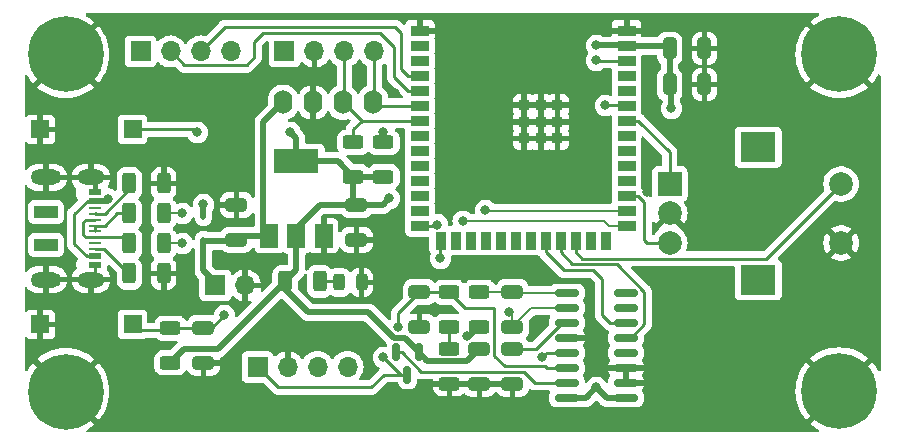
<source format=gbr>
%TF.GenerationSoftware,KiCad,Pcbnew,7.0.9-7.0.9~ubuntu22.04.1*%
%TF.CreationDate,2023-12-10T21:51:41+01:00*%
%TF.ProjectId,cat_scale,6361745f-7363-4616-9c65-2e6b69636164,rev?*%
%TF.SameCoordinates,Original*%
%TF.FileFunction,Copper,L2,Bot*%
%TF.FilePolarity,Positive*%
%FSLAX46Y46*%
G04 Gerber Fmt 4.6, Leading zero omitted, Abs format (unit mm)*
G04 Created by KiCad (PCBNEW 7.0.9-7.0.9~ubuntu22.04.1) date 2023-12-10 21:51:41*
%MOMM*%
%LPD*%
G01*
G04 APERTURE LIST*
G04 Aperture macros list*
%AMRoundRect*
0 Rectangle with rounded corners*
0 $1 Rounding radius*
0 $2 $3 $4 $5 $6 $7 $8 $9 X,Y pos of 4 corners*
0 Add a 4 corners polygon primitive as box body*
4,1,4,$2,$3,$4,$5,$6,$7,$8,$9,$2,$3,0*
0 Add four circle primitives for the rounded corners*
1,1,$1+$1,$2,$3*
1,1,$1+$1,$4,$5*
1,1,$1+$1,$6,$7*
1,1,$1+$1,$8,$9*
0 Add four rect primitives between the rounded corners*
20,1,$1+$1,$2,$3,$4,$5,0*
20,1,$1+$1,$4,$5,$6,$7,0*
20,1,$1+$1,$6,$7,$8,$9,0*
20,1,$1+$1,$8,$9,$2,$3,0*%
G04 Aperture macros list end*
%TA.AperFunction,ComponentPad*%
%ADD10C,6.400000*%
%TD*%
%TA.AperFunction,ComponentPad*%
%ADD11O,1.600000X2.000000*%
%TD*%
%TA.AperFunction,ComponentPad*%
%ADD12R,2.000000X2.000000*%
%TD*%
%TA.AperFunction,ComponentPad*%
%ADD13C,2.000000*%
%TD*%
%TA.AperFunction,ComponentPad*%
%ADD14R,3.000000X2.500000*%
%TD*%
%TA.AperFunction,SMDPad,CuDef*%
%ADD15RoundRect,0.250000X-0.312500X-0.625000X0.312500X-0.625000X0.312500X0.625000X-0.312500X0.625000X0*%
%TD*%
%TA.AperFunction,ComponentPad*%
%ADD16R,1.700000X1.700000*%
%TD*%
%TA.AperFunction,ComponentPad*%
%ADD17O,1.700000X1.700000*%
%TD*%
%TA.AperFunction,SMDPad,CuDef*%
%ADD18R,1.500000X0.900000*%
%TD*%
%TA.AperFunction,SMDPad,CuDef*%
%ADD19R,0.900000X1.500000*%
%TD*%
%TA.AperFunction,SMDPad,CuDef*%
%ADD20R,0.900000X0.900000*%
%TD*%
%TA.AperFunction,SMDPad,CuDef*%
%ADD21RoundRect,0.150000X-0.850000X-0.150000X0.850000X-0.150000X0.850000X0.150000X-0.850000X0.150000X0*%
%TD*%
%TA.AperFunction,SMDPad,CuDef*%
%ADD22RoundRect,0.250000X-0.625000X0.312500X-0.625000X-0.312500X0.625000X-0.312500X0.625000X0.312500X0*%
%TD*%
%TA.AperFunction,SMDPad,CuDef*%
%ADD23RoundRect,0.250000X-0.650000X0.325000X-0.650000X-0.325000X0.650000X-0.325000X0.650000X0.325000X0*%
%TD*%
%TA.AperFunction,SMDPad,CuDef*%
%ADD24RoundRect,0.250000X0.650000X-0.325000X0.650000X0.325000X-0.650000X0.325000X-0.650000X-0.325000X0*%
%TD*%
%TA.AperFunction,SMDPad,CuDef*%
%ADD25R,1.500000X1.500000*%
%TD*%
%TA.AperFunction,SMDPad,CuDef*%
%ADD26RoundRect,0.250000X0.625000X-0.312500X0.625000X0.312500X-0.625000X0.312500X-0.625000X-0.312500X0*%
%TD*%
%TA.AperFunction,SMDPad,CuDef*%
%ADD27RoundRect,0.250000X0.312500X0.625000X-0.312500X0.625000X-0.312500X-0.625000X0.312500X-0.625000X0*%
%TD*%
%TA.AperFunction,SMDPad,CuDef*%
%ADD28RoundRect,0.112500X0.112500X-0.187500X0.112500X0.187500X-0.112500X0.187500X-0.112500X-0.187500X0*%
%TD*%
%TA.AperFunction,SMDPad,CuDef*%
%ADD29R,1.500000X2.000000*%
%TD*%
%TA.AperFunction,SMDPad,CuDef*%
%ADD30R,3.800000X2.000000*%
%TD*%
%TA.AperFunction,SMDPad,CuDef*%
%ADD31RoundRect,0.150000X-0.150000X0.587500X-0.150000X-0.587500X0.150000X-0.587500X0.150000X0.587500X0*%
%TD*%
%TA.AperFunction,SMDPad,CuDef*%
%ADD32R,2.000000X1.000000*%
%TD*%
%TA.AperFunction,SMDPad,CuDef*%
%ADD33R,1.000000X0.520000*%
%TD*%
%TA.AperFunction,SMDPad,CuDef*%
%ADD34R,1.000000X0.270000*%
%TD*%
%TA.AperFunction,ComponentPad*%
%ADD35O,2.600000X1.300000*%
%TD*%
%TA.AperFunction,ComponentPad*%
%ADD36O,2.300000X1.300000*%
%TD*%
%TA.AperFunction,SMDPad,CuDef*%
%ADD37RoundRect,0.250000X0.325000X0.650000X-0.325000X0.650000X-0.325000X-0.650000X0.325000X-0.650000X0*%
%TD*%
%TA.AperFunction,SMDPad,CuDef*%
%ADD38RoundRect,0.243750X0.243750X0.456250X-0.243750X0.456250X-0.243750X-0.456250X0.243750X-0.456250X0*%
%TD*%
%TA.AperFunction,ViaPad*%
%ADD39C,0.800000*%
%TD*%
%TA.AperFunction,Conductor*%
%ADD40C,0.250000*%
%TD*%
%TA.AperFunction,Conductor*%
%ADD41C,0.500000*%
%TD*%
%TA.AperFunction,Conductor*%
%ADD42C,0.200000*%
%TD*%
G04 APERTURE END LIST*
D10*
%TO.P,H2,1,1*%
%TO.N,GND*%
X192000000Y-108000000D03*
%TD*%
D11*
%TO.P,J5,1,Pin_1*%
%TO.N,+5V*%
X144924000Y-83554000D03*
%TO.P,J5,2,Pin_2*%
%TO.N,GND*%
X147464000Y-83554000D03*
%TO.P,J5,3,Pin_3*%
%TO.N,/SCL*%
X150004000Y-83554000D03*
%TO.P,J5,4,Pin_4*%
%TO.N,/SDA*%
X152544000Y-83554000D03*
%TD*%
D10*
%TO.P,H3,1,1*%
%TO.N,GND*%
X126500000Y-79500000D03*
%TD*%
%TO.P,H1,1,1*%
%TO.N,GND*%
X192000000Y-79500000D03*
%TD*%
D12*
%TO.P,SW3,A,A*%
%TO.N,/ROT0*%
X177662000Y-90464000D03*
D13*
%TO.P,SW3,B,B*%
%TO.N,/ROT1*%
X177662000Y-95464000D03*
%TO.P,SW3,C,C*%
%TO.N,GND*%
X177662000Y-92964000D03*
D14*
%TO.P,SW3,MP*%
%TO.N,N/C*%
X185162000Y-87364000D03*
X185162000Y-98564000D03*
D13*
%TO.P,SW3,S1,S1*%
%TO.N,/BTN0*%
X192162000Y-90464000D03*
%TO.P,SW3,S2,S2*%
%TO.N,GND*%
X192162000Y-95464000D03*
%TD*%
D10*
%TO.P,H4,1,1*%
%TO.N,GND*%
X126508000Y-108042000D03*
%TD*%
D15*
%TO.P,R3,1*%
%TO.N,Net-(J1-CC1)*%
X131887500Y-98044000D03*
%TO.P,R3,2*%
%TO.N,GND*%
X134812500Y-98044000D03*
%TD*%
D16*
%TO.P,J4,1,Pin_1*%
%TO.N,/AVDD*%
X142758000Y-105943000D03*
D17*
%TO.P,J4,2,Pin_2*%
%TO.N,GND*%
X145298000Y-105943000D03*
%TO.P,J4,3,Pin_3*%
%TO.N,Net-(J4-Pin_3)*%
X147838000Y-105943000D03*
%TO.P,J4,4,Pin_4*%
%TO.N,/INA-*%
X150378000Y-105943000D03*
%TD*%
D18*
%TO.P,U1,1,GND*%
%TO.N,GND*%
X173998000Y-77494000D03*
%TO.P,U1,2,3V3*%
%TO.N,+3V3*%
X173998000Y-78764000D03*
%TO.P,U1,3,EN*%
%TO.N,/RST*%
X173998000Y-80034000D03*
%TO.P,U1,4,IO4*%
%TO.N,unconnected-(U1-IO4-Pad4)*%
X173998000Y-81304000D03*
%TO.P,U1,5,IO5*%
%TO.N,unconnected-(U1-IO5-Pad5)*%
X173998000Y-82574000D03*
%TO.P,U1,6,IO6*%
%TO.N,/LED_RGB*%
X173998000Y-83844000D03*
%TO.P,U1,7,IO7*%
%TO.N,/ROT0*%
X173998000Y-85114000D03*
%TO.P,U1,8,IO15*%
%TO.N,unconnected-(U1-IO15-Pad8)*%
X173998000Y-86384000D03*
%TO.P,U1,9,IO16*%
%TO.N,unconnected-(U1-IO16-Pad9)*%
X173998000Y-87654000D03*
%TO.P,U1,10,IO17*%
%TO.N,unconnected-(U1-IO17-Pad10)*%
X173998000Y-88924000D03*
%TO.P,U1,11,IO18*%
%TO.N,unconnected-(U1-IO18-Pad11)*%
X173998000Y-90194000D03*
%TO.P,U1,12,IO8*%
%TO.N,/ROT1*%
X173998000Y-91464000D03*
%TO.P,U1,13,IO19*%
%TO.N,/USB_D-*%
X173998000Y-92734000D03*
%TO.P,U1,14,IO20*%
%TO.N,/USB_D+*%
X173998000Y-94004000D03*
D19*
%TO.P,U1,15,IO3*%
%TO.N,unconnected-(U1-IO3-Pad15)*%
X172233000Y-95254000D03*
%TO.P,U1,16,IO46*%
%TO.N,unconnected-(U1-IO46-Pad16)*%
X170963000Y-95254000D03*
%TO.P,U1,17,IO9*%
%TO.N,/BTN0*%
X169693000Y-95254000D03*
%TO.P,U1,18,IO10*%
%TO.N,/HX711_DATA*%
X168423000Y-95254000D03*
%TO.P,U1,19,IO11*%
%TO.N,/HX711_SCK*%
X167153000Y-95254000D03*
%TO.P,U1,20,IO12*%
%TO.N,unconnected-(U1-IO12-Pad20)*%
X165883000Y-95254000D03*
%TO.P,U1,21,IO13*%
%TO.N,unconnected-(U1-IO13-Pad21)*%
X164613000Y-95254000D03*
%TO.P,U1,22,IO14*%
%TO.N,unconnected-(U1-IO14-Pad22)*%
X163343000Y-95254000D03*
%TO.P,U1,23,IO21*%
%TO.N,unconnected-(U1-IO21-Pad23)*%
X162073000Y-95254000D03*
%TO.P,U1,24,IO33*%
%TO.N,unconnected-(U1-IO33-Pad24)*%
X160803000Y-95254000D03*
%TO.P,U1,25,IO34*%
%TO.N,unconnected-(U1-IO34-Pad25)*%
X159533000Y-95254000D03*
%TO.P,U1,26,IO45*%
%TO.N,/BUZZ*%
X158263000Y-95254000D03*
D18*
%TO.P,U1,27,IO0*%
%TO.N,/BOOT*%
X156498000Y-94004000D03*
%TO.P,U1,28,IO35*%
%TO.N,unconnected-(U1-IO35-Pad28)*%
X156498000Y-92734000D03*
%TO.P,U1,29,IO36*%
%TO.N,unconnected-(U1-IO36-Pad29)*%
X156498000Y-91464000D03*
%TO.P,U1,30,IO37*%
%TO.N,unconnected-(U1-IO37-Pad30)*%
X156498000Y-90194000D03*
%TO.P,U1,31,IO38*%
%TO.N,unconnected-(U1-IO38-Pad31)*%
X156498000Y-88924000D03*
%TO.P,U1,32,IO39*%
%TO.N,unconnected-(U1-IO39-Pad32)*%
X156498000Y-87654000D03*
%TO.P,U1,33,IO40*%
%TO.N,unconnected-(U1-IO40-Pad33)*%
X156498000Y-86384000D03*
%TO.P,U1,34,IO41*%
%TO.N,/SCL*%
X156498000Y-85114000D03*
%TO.P,U1,35,IO42*%
%TO.N,/SDA*%
X156498000Y-83844000D03*
%TO.P,U1,36,RXD0*%
%TO.N,/RXD0*%
X156498000Y-82574000D03*
%TO.P,U1,37,TXD0*%
%TO.N,/TXD0*%
X156498000Y-81304000D03*
%TO.P,U1,38,IO2*%
%TO.N,unconnected-(U1-IO2-Pad38)*%
X156498000Y-80034000D03*
%TO.P,U1,39,IO1*%
%TO.N,unconnected-(U1-IO1-Pad39)*%
X156498000Y-78764000D03*
%TO.P,U1,40,GND*%
%TO.N,GND*%
X156498000Y-77494000D03*
D20*
%TO.P,U1,41_1,EPAD*%
X168148000Y-83814000D03*
%TO.P,U1,41_2,EPAD*%
X166748000Y-83814000D03*
%TO.P,U1,41_3,EPAD*%
X165348000Y-83814000D03*
%TO.P,U1,41_4,EPAD*%
X168148000Y-85214000D03*
%TO.P,U1,41_5,EPAD*%
X166748000Y-85214000D03*
%TO.P,U1,41_6,EPAD*%
X165348000Y-85214000D03*
%TO.P,U1,41_7,EPAD*%
X168148000Y-86614000D03*
%TO.P,U1,41_8,EPAD*%
X166748000Y-86614000D03*
%TO.P,U1,41_9,EPAD*%
X165348000Y-86614000D03*
%TD*%
D21*
%TO.P,U3,1,VSUP*%
%TO.N,+3V3*%
X168950000Y-108585000D03*
%TO.P,U3,2,BASE*%
%TO.N,Net-(Q2-B)*%
X168950000Y-107315000D03*
%TO.P,U3,3,AVDD*%
%TO.N,/AVDD*%
X168950000Y-106045000D03*
%TO.P,U3,4,VFB*%
%TO.N,Net-(U3-VFB)*%
X168950000Y-104775000D03*
%TO.P,U3,5,AGND*%
%TO.N,GND*%
X168950000Y-103505000D03*
%TO.P,U3,6,VBG*%
%TO.N,Net-(U3-VBG)*%
X168950000Y-102235000D03*
%TO.P,U3,7,INA-*%
%TO.N,/INA-*%
X168950000Y-100965000D03*
%TO.P,U3,8,INA+*%
%TO.N,/INA+*%
X168950000Y-99695000D03*
%TO.P,U3,9,INB-*%
%TO.N,/INB-*%
X173950000Y-99695000D03*
%TO.P,U3,10,INB+*%
%TO.N,/INB+*%
X173950000Y-100965000D03*
%TO.P,U3,11,PD_SCK*%
%TO.N,/HX711_SCK*%
X173950000Y-102235000D03*
%TO.P,U3,12,DOUT*%
%TO.N,/HX711_DATA*%
X173950000Y-103505000D03*
%TO.P,U3,13,XO*%
%TO.N,unconnected-(U3-XO-Pad13)*%
X173950000Y-104775000D03*
%TO.P,U3,14,XI*%
%TO.N,GND*%
X173950000Y-106045000D03*
%TO.P,U3,15,RATE*%
X173950000Y-107315000D03*
%TO.P,U3,16,DVDD*%
%TO.N,+3V3*%
X173950000Y-108585000D03*
%TD*%
D22*
%TO.P,R9,1*%
%TO.N,/INA+*%
X161544000Y-99629500D03*
%TO.P,R9,2*%
%TO.N,Net-(J4-Pin_3)*%
X161544000Y-102554500D03*
%TD*%
D16*
%TO.P,J3,1,Pin_1*%
%TO.N,+3V3*%
X145034000Y-79248000D03*
D17*
%TO.P,J3,2,Pin_2*%
%TO.N,GND*%
X147574000Y-79248000D03*
%TO.P,J3,3,Pin_3*%
%TO.N,/SCL*%
X150114000Y-79248000D03*
%TO.P,J3,4,Pin_4*%
%TO.N,/SDA*%
X152654000Y-79248000D03*
%TD*%
D23*
%TO.P,C9,1*%
%TO.N,Net-(U3-VBG)*%
X164338000Y-104443000D03*
%TO.P,C9,2*%
%TO.N,GND*%
X164338000Y-107393000D03*
%TD*%
D22*
%TO.P,R11,1*%
%TO.N,/SCL*%
X150876000Y-86929500D03*
%TO.P,R11,2*%
%TO.N,+3V3*%
X150876000Y-89854500D03*
%TD*%
D24*
%TO.P,C8,1*%
%TO.N,GND*%
X156464000Y-102567000D03*
%TO.P,C8,2*%
%TO.N,/AVDD*%
X156464000Y-99617000D03*
%TD*%
D22*
%TO.P,R1,1*%
%TO.N,/RST*%
X135382000Y-102677500D03*
%TO.P,R1,2*%
%TO.N,+3V3*%
X135382000Y-105602500D03*
%TD*%
D23*
%TO.P,C5,1*%
%TO.N,GND*%
X140970000Y-92251000D03*
%TO.P,C5,2*%
%TO.N,+5V*%
X140970000Y-95201000D03*
%TD*%
D24*
%TO.P,C10,1*%
%TO.N,/INA-*%
X164338000Y-102567000D03*
%TO.P,C10,2*%
%TO.N,/INA+*%
X164338000Y-99617000D03*
%TD*%
D25*
%TO.P,SW2,1,1*%
%TO.N,GND*%
X124370000Y-85852000D03*
%TO.P,SW2,2,2*%
%TO.N,/BOOT*%
X132170000Y-85852000D03*
%TD*%
D23*
%TO.P,C7,1*%
%TO.N,+3V3*%
X161544000Y-104443000D03*
%TO.P,C7,2*%
%TO.N,GND*%
X161544000Y-107393000D03*
%TD*%
D15*
%TO.P,R6,1*%
%TO.N,Net-(J1-D+-PadA6)*%
X131887500Y-92964000D03*
%TO.P,R6,2*%
%TO.N,/USB_D+*%
X134812500Y-92964000D03*
%TD*%
%TO.P,R5,1*%
%TO.N,Net-(J1-D--PadA7)*%
X131887500Y-95504000D03*
%TO.P,R5,2*%
%TO.N,/USB_D-*%
X134812500Y-95504000D03*
%TD*%
%TO.P,R2,1*%
%TO.N,Net-(J1-CC2)*%
X131887500Y-90424000D03*
%TO.P,R2,2*%
%TO.N,GND*%
X134812500Y-90424000D03*
%TD*%
D26*
%TO.P,R8,1*%
%TO.N,GND*%
X159004000Y-107380500D03*
%TO.P,R8,2*%
%TO.N,Net-(U3-VFB)*%
X159004000Y-104455500D03*
%TD*%
D25*
%TO.P,SW1,1,1*%
%TO.N,GND*%
X124370000Y-102362000D03*
%TO.P,SW1,2,2*%
%TO.N,/RST*%
X132170000Y-102362000D03*
%TD*%
D24*
%TO.P,C2,1*%
%TO.N,GND*%
X138176000Y-105615000D03*
%TO.P,C2,2*%
%TO.N,/RST*%
X138176000Y-102665000D03*
%TD*%
D16*
%TO.P,J6,1,Pin_1*%
%TO.N,+5V*%
X139187000Y-99060000D03*
D17*
%TO.P,J6,2,Pin_2*%
%TO.N,GND*%
X141727000Y-99060000D03*
%TD*%
D27*
%TO.P,R4,1*%
%TO.N,Net-(D1-A)*%
X148008500Y-98719000D03*
%TO.P,R4,2*%
%TO.N,+3V3*%
X145083500Y-98719000D03*
%TD*%
D22*
%TO.P,R12,1*%
%TO.N,/SDA*%
X153416000Y-86929500D03*
%TO.P,R12,2*%
%TO.N,+3V3*%
X153416000Y-89854500D03*
%TD*%
D28*
%TO.P,D2,1,K*%
%TO.N,+5V*%
X138176000Y-95284000D03*
%TO.P,D2,2,A*%
%TO.N,Net-(D2-A)*%
X138176000Y-93184000D03*
%TD*%
D22*
%TO.P,R7,1*%
%TO.N,/AVDD*%
X159004000Y-99629500D03*
%TO.P,R7,2*%
%TO.N,Net-(U3-VFB)*%
X159004000Y-102554500D03*
%TD*%
D29*
%TO.P,U2,1,GND*%
%TO.N,GND*%
X148350000Y-94844000D03*
%TO.P,U2,2,VO*%
%TO.N,+3V3*%
X146050000Y-94844000D03*
D30*
X146050000Y-88544000D03*
D29*
%TO.P,U2,3,VI*%
%TO.N,+5V*%
X143750000Y-94844000D03*
%TD*%
D31*
%TO.P,Q2,1,B*%
%TO.N,Net-(Q2-B)*%
X154498000Y-104726500D03*
%TO.P,Q2,2,E*%
%TO.N,+3V3*%
X156398000Y-104726500D03*
%TO.P,Q2,3,C*%
%TO.N,/AVDD*%
X155448000Y-106601500D03*
%TD*%
D32*
%TO.P,J1,*%
%TO.N,*%
X124834000Y-95634000D03*
X124834000Y-92834000D03*
D33*
%TO.P,J1,A1,GND*%
%TO.N,GND*%
X129034000Y-97334000D03*
%TO.P,J1,A4,VBUS*%
%TO.N,Net-(D2-A)*%
X129034000Y-96584000D03*
D34*
%TO.P,J1,A5,CC1*%
%TO.N,Net-(J1-CC1)*%
X129034000Y-95984000D03*
%TO.P,J1,A6,D+*%
%TO.N,Net-(J1-D+-PadA6)*%
X129034000Y-94484000D03*
%TO.P,J1,A7,D-*%
%TO.N,Net-(J1-D--PadA7)*%
X129034000Y-93484000D03*
%TO.P,J1,A8,SBU1*%
%TO.N,unconnected-(J1-SBU1-PadA8)*%
X129034000Y-92484000D03*
D33*
%TO.P,J1,A9,VBUS*%
%TO.N,Net-(D2-A)*%
X129034000Y-91884000D03*
%TO.P,J1,A12,GND*%
%TO.N,GND*%
X129034000Y-91134000D03*
%TO.P,J1,B1,GND*%
X129034000Y-91134000D03*
%TO.P,J1,B4,VBUS*%
%TO.N,Net-(D2-A)*%
X129034000Y-91884000D03*
D34*
%TO.P,J1,B5,CC2*%
%TO.N,Net-(J1-CC2)*%
X129034000Y-92984000D03*
%TO.P,J1,B6,D+*%
%TO.N,Net-(J1-D+-PadA6)*%
X129034000Y-93984000D03*
%TO.P,J1,B7,D-*%
%TO.N,Net-(J1-D--PadA7)*%
X129034000Y-94984000D03*
%TO.P,J1,B8,SBU2*%
%TO.N,unconnected-(J1-SBU2-PadB8)*%
X129034000Y-95484000D03*
D33*
%TO.P,J1,B9,VBUS*%
%TO.N,Net-(D2-A)*%
X129034000Y-96584000D03*
%TO.P,J1,B12,GND*%
%TO.N,GND*%
X129034000Y-97334000D03*
D35*
%TO.P,J1,S1,SHIELD*%
X124834000Y-98554000D03*
D36*
X128659000Y-98554000D03*
D35*
X124834000Y-89914000D03*
D36*
X128659000Y-89914000D03*
%TD*%
D37*
%TO.P,C4,1*%
%TO.N,GND*%
X180594000Y-78994000D03*
%TO.P,C4,2*%
%TO.N,+3V3*%
X177644000Y-78994000D03*
%TD*%
D16*
%TO.P,J2,1,Pin_1*%
%TO.N,+3V3*%
X132852000Y-79248000D03*
D17*
%TO.P,J2,2,Pin_2*%
%TO.N,/RXD0*%
X135392000Y-79248000D03*
%TO.P,J2,3,Pin_3*%
%TO.N,/TXD0*%
X137932000Y-79248000D03*
%TO.P,J2,4,Pin_4*%
%TO.N,GND*%
X140472000Y-79248000D03*
%TD*%
D37*
%TO.P,C3,1*%
%TO.N,GND*%
X180594000Y-82042000D03*
%TO.P,C3,2*%
%TO.N,+3V3*%
X177644000Y-82042000D03*
%TD*%
D38*
%TO.P,D1,1,K*%
%TO.N,GND*%
X151559500Y-98806000D03*
%TO.P,D1,2,A*%
%TO.N,Net-(D1-A)*%
X149684500Y-98806000D03*
%TD*%
D24*
%TO.P,C6,1*%
%TO.N,GND*%
X151130000Y-95201000D03*
%TO.P,C6,2*%
%TO.N,+3V3*%
X151130000Y-92251000D03*
%TD*%
D39*
%TO.N,GND*%
X166624000Y-102362000D03*
X146558000Y-104140000D03*
X175768000Y-90170000D03*
X154432000Y-82804000D03*
X151384000Y-81280000D03*
X141224000Y-83058000D03*
X157734000Y-101092000D03*
X175768000Y-91186000D03*
%TO.N,/BOOT*%
X157988000Y-93904498D03*
X137668000Y-86106000D03*
%TO.N,/RST*%
X139954000Y-101600000D03*
X171450000Y-80010000D03*
%TO.N,+3V3*%
X145542000Y-86106000D03*
X171450000Y-107696000D03*
X177800000Y-84074000D03*
X153924000Y-91694000D03*
X171450000Y-78740000D03*
%TO.N,/AVDD*%
X153416000Y-105156000D03*
X154686000Y-102616000D03*
%TO.N,/INA-*%
X164084000Y-101346000D03*
%TO.N,Net-(D2-A)*%
X130066201Y-91712201D03*
X138176000Y-92202000D03*
%TO.N,/SDA*%
X153416000Y-86106000D03*
%TO.N,Net-(J4-Pin_3)*%
X160517388Y-103356545D03*
%TO.N,/USB_D-*%
X136398000Y-95504000D03*
X162052000Y-92710000D03*
%TO.N,/USB_D+*%
X160160378Y-93612378D03*
X136398000Y-92964000D03*
%TO.N,Net-(U3-VFB)*%
X166878000Y-105156000D03*
X159004000Y-104394000D03*
%TO.N,/LED_RGB*%
X172212000Y-83820000D03*
%TO.N,/BUZZ*%
X158242000Y-96774000D03*
%TD*%
D40*
%TO.N,GND*%
X129034000Y-97334000D02*
X129034000Y-98179000D01*
X129034000Y-98179000D02*
X128659000Y-98554000D01*
%TO.N,/BOOT*%
X157888498Y-94004000D02*
X157988000Y-93904498D01*
X156498000Y-94004000D02*
X157888498Y-94004000D01*
X137414000Y-85852000D02*
X132170000Y-85852000D01*
X137668000Y-86106000D02*
X137414000Y-85852000D01*
%TO.N,/RST*%
X138176000Y-102665000D02*
X138889000Y-102665000D01*
X171450000Y-80010000D02*
X171474000Y-80034000D01*
X138889000Y-102665000D02*
X139954000Y-101600000D01*
X135189500Y-102870000D02*
X135382000Y-102677500D01*
X138163500Y-102677500D02*
X138176000Y-102665000D01*
X171474000Y-80034000D02*
X173998000Y-80034000D01*
X135382000Y-102677500D02*
X138163500Y-102677500D01*
X132170000Y-102870000D02*
X135189500Y-102870000D01*
D41*
%TO.N,+3V3*%
X157139500Y-105468000D02*
X156398000Y-104726500D01*
X150876000Y-91997000D02*
X151130000Y-92251000D01*
X177644000Y-78994000D02*
X177644000Y-82042000D01*
X146050000Y-94244000D02*
X148043000Y-92251000D01*
X170561000Y-108585000D02*
X171450000Y-107696000D01*
X151130000Y-92251000D02*
X153367000Y-92251000D01*
X152146000Y-101346000D02*
X154339000Y-103539000D01*
X145083500Y-98756500D02*
X145083500Y-98719000D01*
X148043000Y-92251000D02*
X151130000Y-92251000D01*
X177414000Y-78764000D02*
X177644000Y-78994000D01*
X171450000Y-78740000D02*
X173974000Y-78740000D01*
X160519000Y-105468000D02*
X157139500Y-105468000D01*
X155210500Y-103539000D02*
X156398000Y-104726500D01*
X145083500Y-99363500D02*
X145083500Y-98719000D01*
X146050000Y-94844000D02*
X146050000Y-94244000D01*
X146050000Y-86614000D02*
X145542000Y-86106000D01*
X139375000Y-104465000D02*
X145083500Y-98756500D01*
X150876000Y-89854500D02*
X150876000Y-91997000D01*
X135382000Y-105602500D02*
X136519500Y-104465000D01*
X153416000Y-89854500D02*
X150876000Y-89854500D01*
X177800000Y-82198000D02*
X177644000Y-82042000D01*
X152146000Y-101346000D02*
X147066000Y-101346000D01*
X153367000Y-92251000D02*
X153924000Y-91694000D01*
X161544000Y-104443000D02*
X160519000Y-105468000D01*
X154339000Y-103539000D02*
X155210500Y-103539000D01*
X172339000Y-108585000D02*
X171450000Y-107696000D01*
X147066000Y-101346000D02*
X145083500Y-99363500D01*
X173974000Y-78740000D02*
X173998000Y-78764000D01*
X173998000Y-78764000D02*
X177414000Y-78764000D01*
X146050000Y-88544000D02*
X146050000Y-86614000D01*
X146050000Y-97752500D02*
X145083500Y-98719000D01*
X173950000Y-108585000D02*
X172339000Y-108585000D01*
X146050000Y-94844000D02*
X146050000Y-97752500D01*
X136519500Y-104465000D02*
X139375000Y-104465000D01*
X146050000Y-88544000D02*
X149565500Y-88544000D01*
X177800000Y-84074000D02*
X177800000Y-82198000D01*
X149565500Y-88544000D02*
X150876000Y-89854500D01*
X168950000Y-108585000D02*
X170561000Y-108585000D01*
D40*
%TO.N,/AVDD*%
X163680827Y-105918000D02*
X162814000Y-105051173D01*
X160298327Y-100923827D02*
X159004000Y-99629500D01*
X159004000Y-99629500D02*
X156476500Y-99629500D01*
X154861500Y-106601500D02*
X155448000Y-106601500D01*
X155448000Y-106601500D02*
X153494500Y-106601500D01*
X162814000Y-105051173D02*
X162814000Y-100923827D01*
X167132000Y-105918000D02*
X163680827Y-105918000D01*
X153416000Y-105156000D02*
X154861500Y-106601500D01*
X152400000Y-107696000D02*
X144511000Y-107696000D01*
X168950000Y-106045000D02*
X167259000Y-106045000D01*
X153494500Y-106601500D02*
X152400000Y-107696000D01*
X167259000Y-106045000D02*
X167132000Y-105918000D01*
X144511000Y-107696000D02*
X142758000Y-105943000D01*
X154686000Y-101395000D02*
X154686000Y-102616000D01*
X162814000Y-100923827D02*
X160298327Y-100923827D01*
X156476500Y-99629500D02*
X156464000Y-99617000D01*
X156464000Y-99617000D02*
X154686000Y-101395000D01*
%TO.N,Net-(U3-VBG)*%
X166321000Y-104443000D02*
X164338000Y-104443000D01*
X168950000Y-102235000D02*
X168529000Y-102235000D01*
X168529000Y-102235000D02*
X166321000Y-104443000D01*
D42*
%TO.N,/INA-*%
X164338000Y-102567000D02*
X164338000Y-101600000D01*
X168950000Y-100965000D02*
X165940000Y-100965000D01*
X164338000Y-101600000D02*
X164084000Y-101346000D01*
X165940000Y-100965000D02*
X164338000Y-102567000D01*
%TO.N,/INA+*%
X164416000Y-99695000D02*
X164338000Y-99617000D01*
X161556500Y-99617000D02*
X161544000Y-99629500D01*
X168950000Y-99695000D02*
X164416000Y-99695000D01*
X164338000Y-99617000D02*
X161556500Y-99617000D01*
D40*
%TO.N,Net-(D1-A)*%
X148008500Y-98719000D02*
X149597500Y-98719000D01*
X149597500Y-98719000D02*
X149684500Y-98806000D01*
%TO.N,Net-(D2-A)*%
X127254000Y-95554000D02*
X128284000Y-96584000D01*
X129034000Y-91884000D02*
X128363594Y-91884000D01*
X128363594Y-91884000D02*
X127254000Y-92993594D01*
X128284000Y-96584000D02*
X129034000Y-96584000D01*
D41*
X138176000Y-92202000D02*
X138176000Y-93184000D01*
D40*
X127254000Y-92993594D02*
X127254000Y-95554000D01*
X129894402Y-91884000D02*
X130066201Y-91712201D01*
D41*
X129034000Y-91884000D02*
X129894402Y-91884000D01*
D40*
%TO.N,Net-(J1-CC1)*%
X129766000Y-95984000D02*
X129034000Y-95984000D01*
X131887500Y-98044000D02*
X131826000Y-98044000D01*
X131826000Y-98044000D02*
X129766000Y-95984000D01*
%TO.N,Net-(J1-D+-PadA6)*%
X129819000Y-93984000D02*
X129034000Y-93984000D01*
X129034000Y-94484000D02*
X129034000Y-93984000D01*
X131887500Y-92964000D02*
X130839000Y-92964000D01*
X130839000Y-92964000D02*
X129819000Y-93984000D01*
%TO.N,Net-(J1-D--PadA7)*%
X129034000Y-93484000D02*
X128249000Y-93484000D01*
X131887500Y-95504000D02*
X131367500Y-94984000D01*
X128249000Y-93484000D02*
X128016000Y-93717000D01*
X128016000Y-93717000D02*
X128016000Y-94751000D01*
X128016000Y-94751000D02*
X128249000Y-94984000D01*
X128249000Y-94984000D02*
X129034000Y-94984000D01*
X131367500Y-94984000D02*
X129034000Y-94984000D01*
%TO.N,Net-(J1-CC2)*%
X131887500Y-90424000D02*
X131887500Y-90915500D01*
X129819000Y-92984000D02*
X129034000Y-92984000D01*
X129054000Y-92964000D02*
X129034000Y-92984000D01*
X131887500Y-90915500D02*
X129819000Y-92984000D01*
%TO.N,/RXD0*%
X153162000Y-77724000D02*
X143256000Y-77724000D01*
X155498000Y-82574000D02*
X154318299Y-81394299D01*
X136567000Y-80423000D02*
X135392000Y-79248000D01*
X142494000Y-78486000D02*
X142494000Y-79756000D01*
X154318299Y-78880299D02*
X153162000Y-77724000D01*
X143256000Y-77724000D02*
X142494000Y-78486000D01*
X141827000Y-80423000D02*
X136567000Y-80423000D01*
X154318299Y-81394299D02*
X154318299Y-78880299D01*
X142494000Y-79756000D02*
X141827000Y-80423000D01*
X156498000Y-82574000D02*
X155498000Y-82574000D01*
%TO.N,/TXD0*%
X139964000Y-77216000D02*
X137932000Y-79248000D01*
X154940000Y-77724000D02*
X154432000Y-77216000D01*
X154940000Y-80746000D02*
X154940000Y-77724000D01*
X155498000Y-81304000D02*
X154940000Y-80746000D01*
X154432000Y-77216000D02*
X139964000Y-77216000D01*
X156498000Y-81304000D02*
X155498000Y-81304000D01*
%TO.N,/SCL*%
X150876000Y-85802000D02*
X151564000Y-85114000D01*
X150876000Y-86929500D02*
X150876000Y-85802000D01*
X150114000Y-83444000D02*
X150004000Y-83554000D01*
X156498000Y-85114000D02*
X151564000Y-85114000D01*
X151564000Y-85114000D02*
X150004000Y-83554000D01*
X150114000Y-79248000D02*
X150114000Y-83444000D01*
%TO.N,/SDA*%
X156498000Y-83844000D02*
X152834000Y-83844000D01*
X152834000Y-83844000D02*
X152544000Y-83554000D01*
X152654000Y-79248000D02*
X152654000Y-83444000D01*
X152654000Y-83444000D02*
X152544000Y-83554000D01*
X153416000Y-86929500D02*
X153416000Y-86106000D01*
%TO.N,Net-(J4-Pin_3)*%
X160517388Y-103356545D02*
X160741955Y-103356545D01*
X160741955Y-103356545D02*
X161544000Y-102554500D01*
%TO.N,Net-(Q2-B)*%
X165296000Y-106368000D02*
X156630249Y-106368000D01*
X154988749Y-104726500D02*
X154498000Y-104726500D01*
X168950000Y-107315000D02*
X166243000Y-107315000D01*
X166243000Y-107315000D02*
X165296000Y-106368000D01*
X156630249Y-106368000D02*
X154988749Y-104726500D01*
D42*
%TO.N,/USB_D-*%
X162076000Y-92734000D02*
X162052000Y-92710000D01*
X173998000Y-92734000D02*
X162076000Y-92734000D01*
X134812500Y-95504000D02*
X136398000Y-95504000D01*
%TO.N,/USB_D+*%
X160160378Y-93612378D02*
X172098378Y-93612378D01*
X134812500Y-92964000D02*
X136398000Y-92964000D01*
X172490000Y-94004000D02*
X173998000Y-94004000D01*
X172098378Y-93612378D02*
X172490000Y-94004000D01*
D40*
%TO.N,Net-(U3-VFB)*%
X159004000Y-102554500D02*
X159004000Y-104455500D01*
X168950000Y-104775000D02*
X167259000Y-104775000D01*
X167259000Y-104775000D02*
X166878000Y-105156000D01*
%TO.N,/LED_RGB*%
X172212000Y-83820000D02*
X173974000Y-83820000D01*
X173974000Y-83820000D02*
X173998000Y-83844000D01*
%TO.N,/ROT0*%
X174998000Y-85114000D02*
X173998000Y-85114000D01*
X177662000Y-90464000D02*
X177662000Y-87778000D01*
X177662000Y-87778000D02*
X174998000Y-85114000D01*
%TO.N,/ROT1*%
X175514000Y-95250000D02*
X175514000Y-91980000D01*
X174998000Y-91464000D02*
X173998000Y-91464000D01*
X175728000Y-95464000D02*
X175514000Y-95250000D01*
X175514000Y-91980000D02*
X174998000Y-91464000D01*
X177662000Y-95464000D02*
X175728000Y-95464000D01*
%TO.N,/BTN0*%
X185837000Y-96789000D02*
X170228000Y-96789000D01*
X169693000Y-96254000D02*
X169693000Y-95254000D01*
X170228000Y-96789000D02*
X169693000Y-96254000D01*
X192162000Y-90464000D02*
X185837000Y-96789000D01*
%TO.N,/HX711_DATA*%
X173165751Y-97239000D02*
X169408000Y-97239000D01*
X175514000Y-99587249D02*
X173165751Y-97239000D01*
X175514000Y-102342751D02*
X175514000Y-99587249D01*
X174351751Y-103505000D02*
X175514000Y-102342751D01*
X173950000Y-103505000D02*
X174351751Y-103505000D01*
X169408000Y-97239000D02*
X168423000Y-96254000D01*
X168423000Y-96254000D02*
X168423000Y-95254000D01*
%TO.N,/HX711_SCK*%
X167153000Y-96254000D02*
X168689000Y-97790000D01*
X172593000Y-102235000D02*
X173950000Y-102235000D01*
X171958000Y-98552000D02*
X171958000Y-101600000D01*
X168689000Y-97790000D02*
X171196000Y-97790000D01*
X171958000Y-101600000D02*
X172593000Y-102235000D01*
X171196000Y-97790000D02*
X171958000Y-98552000D01*
X167153000Y-95254000D02*
X167153000Y-96254000D01*
%TO.N,/BUZZ*%
X158242000Y-96774000D02*
X158242000Y-95275000D01*
X158242000Y-95275000D02*
X158263000Y-95254000D01*
D41*
%TO.N,+5V*%
X141327000Y-94844000D02*
X143750000Y-94844000D01*
X143256000Y-94350000D02*
X143256000Y-85222000D01*
X138176000Y-95284000D02*
X140887000Y-95284000D01*
X139187000Y-99060000D02*
X139187000Y-98801000D01*
X139187000Y-98801000D02*
X138176000Y-97790000D01*
X143256000Y-85222000D02*
X144924000Y-83554000D01*
X143750000Y-94844000D02*
X143256000Y-94350000D01*
X138176000Y-97790000D02*
X138176000Y-95284000D01*
X140970000Y-95201000D02*
X141224000Y-95455000D01*
X140887000Y-95284000D02*
X140970000Y-95201000D01*
X140970000Y-95201000D02*
X141327000Y-94844000D01*
%TD*%
%TA.AperFunction,Conductor*%
%TO.N,GND*%
G36*
X167501132Y-101585185D02*
G01*
X167546887Y-101637989D01*
X167556831Y-101707147D01*
X167540825Y-101752620D01*
X167498257Y-101824599D01*
X167498254Y-101824606D01*
X167452402Y-101982426D01*
X167452401Y-101982432D01*
X167449500Y-102019304D01*
X167449500Y-102378547D01*
X167429815Y-102445586D01*
X167413181Y-102466228D01*
X166098228Y-103781181D01*
X166036905Y-103814666D01*
X166010547Y-103817500D01*
X165753638Y-103817500D01*
X165686599Y-103797815D01*
X165648099Y-103758597D01*
X165580712Y-103649344D01*
X165524049Y-103592681D01*
X165490564Y-103531358D01*
X165495548Y-103461666D01*
X165524049Y-103417319D01*
X165545673Y-103395695D01*
X165580712Y-103360656D01*
X165672814Y-103211334D01*
X165727999Y-103044797D01*
X165738500Y-102942009D01*
X165738499Y-102191992D01*
X165728150Y-102090686D01*
X165740919Y-102021996D01*
X165763824Y-101990410D01*
X166152416Y-101601819D01*
X166213739Y-101568334D01*
X166240097Y-101565500D01*
X167434093Y-101565500D01*
X167501132Y-101585185D01*
G37*
%TD.AperFunction*%
%TA.AperFunction,Conductor*%
G36*
X157789834Y-100430048D02*
G01*
X157834181Y-100458549D01*
X157910344Y-100534712D01*
X158059666Y-100626814D01*
X158226203Y-100681999D01*
X158328991Y-100692500D01*
X159131047Y-100692499D01*
X159198086Y-100712183D01*
X159218728Y-100728818D01*
X159769729Y-101279819D01*
X159803214Y-101341142D01*
X159798230Y-101410834D01*
X159756358Y-101466767D01*
X159690894Y-101491184D01*
X159682048Y-101491500D01*
X158328998Y-101491500D01*
X158328981Y-101491501D01*
X158226203Y-101502000D01*
X158226200Y-101502001D01*
X158059668Y-101557185D01*
X158059663Y-101557187D01*
X157910345Y-101649287D01*
X157833827Y-101725805D01*
X157772503Y-101759289D01*
X157702812Y-101754305D01*
X157658465Y-101725804D01*
X157582345Y-101649684D01*
X157433124Y-101557643D01*
X157433119Y-101557641D01*
X157266697Y-101502494D01*
X157266690Y-101502493D01*
X157163986Y-101492000D01*
X156714000Y-101492000D01*
X156714000Y-102693000D01*
X156694315Y-102760039D01*
X156641511Y-102805794D01*
X156590000Y-102817000D01*
X156338000Y-102817000D01*
X156270961Y-102797315D01*
X156225206Y-102744511D01*
X156214000Y-102693000D01*
X156214000Y-101492000D01*
X155772950Y-101492000D01*
X155705911Y-101472315D01*
X155660156Y-101419511D01*
X155650212Y-101350353D01*
X155679237Y-101286797D01*
X155685247Y-101280342D01*
X156236771Y-100728817D01*
X156298094Y-100695333D01*
X156324452Y-100692499D01*
X157164002Y-100692499D01*
X157164008Y-100692499D01*
X157266797Y-100681999D01*
X157433334Y-100626814D01*
X157582656Y-100534712D01*
X157658819Y-100458549D01*
X157720142Y-100425064D01*
X157789834Y-100430048D01*
G37*
%TD.AperFunction*%
%TA.AperFunction,Conductor*%
G36*
X142461216Y-95861580D02*
G01*
X142500073Y-95919649D01*
X142505052Y-95943522D01*
X142505907Y-95951480D01*
X142556202Y-96086328D01*
X142556206Y-96086335D01*
X142642452Y-96201544D01*
X142642455Y-96201547D01*
X142757664Y-96287793D01*
X142757671Y-96287797D01*
X142892517Y-96338091D01*
X142892516Y-96338091D01*
X142899444Y-96338835D01*
X142952127Y-96344500D01*
X144547872Y-96344499D01*
X144607483Y-96338091D01*
X144742331Y-96287796D01*
X144825689Y-96225393D01*
X144891153Y-96200977D01*
X144959426Y-96215828D01*
X144974309Y-96225393D01*
X145028551Y-96265998D01*
X145057669Y-96287796D01*
X145057671Y-96287797D01*
X145192517Y-96338091D01*
X145200062Y-96339874D01*
X145199523Y-96342151D01*
X145253287Y-96364408D01*
X145293147Y-96421793D01*
X145299500Y-96460975D01*
X145299500Y-97219500D01*
X145279815Y-97286539D01*
X145227011Y-97332294D01*
X145175500Y-97343500D01*
X144720998Y-97343500D01*
X144720980Y-97343501D01*
X144618203Y-97354000D01*
X144618200Y-97354001D01*
X144451668Y-97409185D01*
X144451663Y-97409187D01*
X144302342Y-97501289D01*
X144178289Y-97625342D01*
X144086187Y-97774663D01*
X144086185Y-97774668D01*
X144070248Y-97822764D01*
X144031001Y-97941203D01*
X144031001Y-97941204D01*
X144031000Y-97941204D01*
X144020500Y-98043983D01*
X144020500Y-98706769D01*
X144000815Y-98773808D01*
X143984181Y-98794450D01*
X143234432Y-99544198D01*
X143173109Y-99577683D01*
X143103417Y-99572699D01*
X143047484Y-99530827D01*
X143023067Y-99465363D01*
X143026976Y-99424423D01*
X143057636Y-99310000D01*
X142160686Y-99310000D01*
X142186493Y-99269844D01*
X142227000Y-99131889D01*
X142227000Y-98988111D01*
X142186493Y-98850156D01*
X142160686Y-98810000D01*
X143057636Y-98810000D01*
X143057635Y-98809999D01*
X143000432Y-98596513D01*
X143000429Y-98596507D01*
X142900600Y-98382422D01*
X142900599Y-98382420D01*
X142765113Y-98188926D01*
X142765108Y-98188920D01*
X142598082Y-98021894D01*
X142404578Y-97886399D01*
X142190492Y-97786570D01*
X142190486Y-97786567D01*
X141977000Y-97729364D01*
X141977000Y-98624498D01*
X141869315Y-98575320D01*
X141762763Y-98560000D01*
X141691237Y-98560000D01*
X141584685Y-98575320D01*
X141477000Y-98624498D01*
X141477000Y-97729364D01*
X141476999Y-97729364D01*
X141263513Y-97786567D01*
X141263507Y-97786570D01*
X141049422Y-97886399D01*
X141049420Y-97886400D01*
X140855926Y-98021886D01*
X140733865Y-98143947D01*
X140672542Y-98177431D01*
X140602850Y-98172447D01*
X140546917Y-98130575D01*
X140530002Y-98099598D01*
X140480797Y-97967671D01*
X140480793Y-97967664D01*
X140394547Y-97852455D01*
X140394544Y-97852452D01*
X140279335Y-97766206D01*
X140279328Y-97766202D01*
X140144482Y-97715908D01*
X140144483Y-97715908D01*
X140084883Y-97709501D01*
X140084881Y-97709500D01*
X140084873Y-97709500D01*
X140084865Y-97709500D01*
X139208230Y-97709500D01*
X139141191Y-97689815D01*
X139120549Y-97673181D01*
X138962819Y-97515451D01*
X138929334Y-97454128D01*
X138926500Y-97427770D01*
X138926500Y-96158500D01*
X138946185Y-96091461D01*
X138998989Y-96045706D01*
X139050500Y-96034500D01*
X139715770Y-96034500D01*
X139782809Y-96054185D01*
X139803451Y-96070819D01*
X139851344Y-96118712D01*
X140000666Y-96210814D01*
X140167203Y-96265999D01*
X140269991Y-96276500D01*
X141670008Y-96276499D01*
X141772797Y-96265999D01*
X141939334Y-96210814D01*
X142088656Y-96118712D01*
X142212712Y-95994656D01*
X142276225Y-95891683D01*
X142328171Y-95844960D01*
X142397134Y-95833737D01*
X142461216Y-95861580D01*
G37*
%TD.AperFunction*%
%TA.AperFunction,Conductor*%
G36*
X177202507Y-93173844D02*
G01*
X177280239Y-93294798D01*
X177388900Y-93388952D01*
X177519685Y-93448680D01*
X177529466Y-93450086D01*
X176786100Y-94193450D01*
X176775482Y-94240148D01*
X176743376Y-94277556D01*
X176642255Y-94356262D01*
X176473836Y-94539215D01*
X176367309Y-94702267D01*
X176314162Y-94747623D01*
X176244931Y-94757047D01*
X176181595Y-94727545D01*
X176144264Y-94668485D01*
X176139500Y-94634445D01*
X176139500Y-93792639D01*
X176159185Y-93725600D01*
X176211989Y-93679845D01*
X176281147Y-93669901D01*
X176344703Y-93698926D01*
X176367309Y-93724818D01*
X176438564Y-93833882D01*
X177178922Y-93093523D01*
X177202507Y-93173844D01*
G37*
%TD.AperFunction*%
%TA.AperFunction,Conductor*%
G36*
X175453701Y-86454738D02*
G01*
X175460180Y-86460770D01*
X177000181Y-88000771D01*
X177033666Y-88062094D01*
X177036500Y-88088452D01*
X177036500Y-88839500D01*
X177016815Y-88906539D01*
X176964011Y-88952294D01*
X176912500Y-88963500D01*
X176614130Y-88963500D01*
X176614123Y-88963501D01*
X176554516Y-88969908D01*
X176419671Y-89020202D01*
X176419664Y-89020206D01*
X176304455Y-89106452D01*
X176304452Y-89106455D01*
X176218206Y-89221664D01*
X176218202Y-89221671D01*
X176167908Y-89356517D01*
X176161501Y-89416116D01*
X176161501Y-89416123D01*
X176161500Y-89416135D01*
X176161500Y-91440349D01*
X176141815Y-91507388D01*
X176089011Y-91553143D01*
X176019853Y-91563087D01*
X175958459Y-91535892D01*
X175937693Y-91518713D01*
X175933381Y-91514790D01*
X175498803Y-91080212D01*
X175488980Y-91067950D01*
X175488759Y-91068134D01*
X175483786Y-91062123D01*
X175471953Y-91051011D01*
X175433364Y-91014773D01*
X175418091Y-90999500D01*
X175412475Y-90993883D01*
X175406986Y-90989625D01*
X175402561Y-90985847D01*
X175368582Y-90953938D01*
X175368580Y-90953936D01*
X175368577Y-90953935D01*
X175351029Y-90944288D01*
X175334763Y-90933604D01*
X175318932Y-90921324D01*
X175306319Y-90915866D01*
X175252612Y-90871175D01*
X175231593Y-90804542D01*
X175239388Y-90758729D01*
X175242091Y-90751483D01*
X175248500Y-90691873D01*
X175248499Y-89696128D01*
X175242091Y-89636517D01*
X175229340Y-89602332D01*
X175224357Y-89532642D01*
X175229340Y-89515669D01*
X175242091Y-89481483D01*
X175248500Y-89421873D01*
X175248499Y-88426128D01*
X175242091Y-88366517D01*
X175229340Y-88332332D01*
X175224357Y-88262642D01*
X175229340Y-88245669D01*
X175242091Y-88211483D01*
X175248500Y-88151873D01*
X175248499Y-87156128D01*
X175242091Y-87096517D01*
X175229340Y-87062332D01*
X175224357Y-86992642D01*
X175229340Y-86975669D01*
X175242091Y-86941483D01*
X175248500Y-86881873D01*
X175248499Y-86548449D01*
X175268183Y-86481412D01*
X175320987Y-86435657D01*
X175390146Y-86425713D01*
X175453701Y-86454738D01*
G37*
%TD.AperFunction*%
%TA.AperFunction,Conductor*%
G36*
X147714000Y-85032872D02*
G01*
X147910317Y-84980269D01*
X147910326Y-84980265D01*
X148116482Y-84884134D01*
X148302820Y-84753657D01*
X148463657Y-84592820D01*
X148594132Y-84406484D01*
X148621341Y-84348134D01*
X148667513Y-84295695D01*
X148734707Y-84276542D01*
X148801588Y-84296757D01*
X148846105Y-84348132D01*
X148868088Y-84395275D01*
X148873431Y-84406732D01*
X148873432Y-84406734D01*
X149003954Y-84593141D01*
X149164858Y-84754045D01*
X149181328Y-84765577D01*
X149351266Y-84884568D01*
X149557504Y-84980739D01*
X149557509Y-84980740D01*
X149557511Y-84980741D01*
X149608921Y-84994516D01*
X149777308Y-85039635D01*
X149939230Y-85053801D01*
X150003998Y-85059468D01*
X150004000Y-85059468D01*
X150004002Y-85059468D01*
X150065048Y-85054127D01*
X150230692Y-85039635D01*
X150450496Y-84980739D01*
X150450500Y-84980736D01*
X150455725Y-84979337D01*
X150456334Y-84981612D01*
X150516056Y-84977786D01*
X150576485Y-85011076D01*
X150591730Y-85026322D01*
X150625213Y-85087646D01*
X150620226Y-85157337D01*
X150591727Y-85201680D01*
X150514715Y-85278693D01*
X150492208Y-85301200D01*
X150479951Y-85311020D01*
X150480134Y-85311241D01*
X150474123Y-85316213D01*
X150426772Y-85366636D01*
X150405889Y-85387519D01*
X150405877Y-85387532D01*
X150401621Y-85393017D01*
X150397837Y-85397447D01*
X150365937Y-85431418D01*
X150365936Y-85431420D01*
X150356284Y-85448976D01*
X150345610Y-85465226D01*
X150333329Y-85481061D01*
X150333324Y-85481068D01*
X150314815Y-85523838D01*
X150312245Y-85529084D01*
X150289803Y-85569906D01*
X150284822Y-85589307D01*
X150278521Y-85607710D01*
X150270562Y-85626102D01*
X150270561Y-85626105D01*
X150263271Y-85672127D01*
X150262087Y-85677846D01*
X150250501Y-85722972D01*
X150250500Y-85722982D01*
X150250500Y-85743016D01*
X150248971Y-85762428D01*
X150247932Y-85768983D01*
X150217995Y-85832115D01*
X150158679Y-85869039D01*
X150138063Y-85872929D01*
X150098202Y-85877001D01*
X150098200Y-85877001D01*
X149931668Y-85932185D01*
X149931663Y-85932187D01*
X149782342Y-86024289D01*
X149658289Y-86148342D01*
X149566187Y-86297663D01*
X149566186Y-86297666D01*
X149511001Y-86464203D01*
X149511001Y-86464204D01*
X149511000Y-86464204D01*
X149500500Y-86566983D01*
X149500500Y-87292001D01*
X149500501Y-87292019D01*
X149511000Y-87394796D01*
X149511001Y-87394799D01*
X149566185Y-87561331D01*
X149566190Y-87561342D01*
X149592751Y-87604403D01*
X149611192Y-87671795D01*
X149590270Y-87738459D01*
X149536628Y-87783228D01*
X149487213Y-87793500D01*
X148574499Y-87793500D01*
X148507460Y-87773815D01*
X148461705Y-87721011D01*
X148450499Y-87669500D01*
X148450499Y-87496129D01*
X148450498Y-87496123D01*
X148444091Y-87436516D01*
X148393797Y-87301671D01*
X148393793Y-87301664D01*
X148307547Y-87186455D01*
X148307544Y-87186452D01*
X148192335Y-87100206D01*
X148192328Y-87100202D01*
X148057482Y-87049908D01*
X148057483Y-87049908D01*
X147997883Y-87043501D01*
X147997881Y-87043500D01*
X147997873Y-87043500D01*
X147997865Y-87043500D01*
X146924500Y-87043500D01*
X146857461Y-87023815D01*
X146811706Y-86971011D01*
X146800500Y-86919500D01*
X146800500Y-86677705D01*
X146801809Y-86659735D01*
X146803253Y-86649876D01*
X146805289Y-86635977D01*
X146800735Y-86583933D01*
X146800500Y-86578532D01*
X146800500Y-86570297D01*
X146800500Y-86570291D01*
X146796691Y-86537707D01*
X146789998Y-86461202D01*
X146789996Y-86461197D01*
X146788538Y-86454133D01*
X146788597Y-86454120D01*
X146786967Y-86446764D01*
X146786908Y-86446779D01*
X146785241Y-86439751D01*
X146785241Y-86439745D01*
X146758966Y-86367556D01*
X146734813Y-86294665D01*
X146734808Y-86294658D01*
X146731760Y-86288119D01*
X146731815Y-86288092D01*
X146728529Y-86281305D01*
X146728476Y-86281332D01*
X146725238Y-86274883D01*
X146683023Y-86210700D01*
X146644560Y-86148342D01*
X146642711Y-86145344D01*
X146642710Y-86145343D01*
X146642709Y-86145341D01*
X146638233Y-86139681D01*
X146638280Y-86139643D01*
X146633519Y-86133799D01*
X146633474Y-86133838D01*
X146628834Y-86128309D01*
X146628832Y-86128307D01*
X146628830Y-86128304D01*
X146598061Y-86099275D01*
X146572966Y-86075598D01*
X146503883Y-86006516D01*
X146454768Y-85957401D01*
X146424522Y-85908043D01*
X146379338Y-85768983D01*
X146369181Y-85737721D01*
X146369178Y-85737715D01*
X146360672Y-85722982D01*
X146274533Y-85573784D01*
X146147871Y-85433112D01*
X146147870Y-85433111D01*
X145994734Y-85321851D01*
X145994729Y-85321848D01*
X145821807Y-85244857D01*
X145821802Y-85244855D01*
X145676001Y-85213865D01*
X145636646Y-85205500D01*
X145447822Y-85205500D01*
X145380783Y-85185815D01*
X145335028Y-85133011D01*
X145325084Y-85063853D01*
X145354109Y-85000297D01*
X145395417Y-84969118D01*
X145576734Y-84884568D01*
X145763139Y-84754047D01*
X145924047Y-84593139D01*
X146054568Y-84406734D01*
X146081895Y-84348129D01*
X146128064Y-84295695D01*
X146195257Y-84276542D01*
X146262139Y-84296757D01*
X146306657Y-84348133D01*
X146333865Y-84406482D01*
X146464342Y-84592820D01*
X146625179Y-84753657D01*
X146811517Y-84884134D01*
X147017673Y-84980265D01*
X147017682Y-84980269D01*
X147213999Y-85032872D01*
X147214000Y-85032871D01*
X147214000Y-83989501D01*
X147321685Y-84038680D01*
X147428237Y-84054000D01*
X147499763Y-84054000D01*
X147606315Y-84038680D01*
X147714000Y-83989501D01*
X147714000Y-85032872D01*
G37*
%TD.AperFunction*%
%TA.AperFunction,Conductor*%
G36*
X153631649Y-80300591D02*
G01*
X153679462Y-80351539D01*
X153692799Y-80407483D01*
X153692799Y-81311554D01*
X153691074Y-81327171D01*
X153691360Y-81327198D01*
X153690625Y-81334964D01*
X153692799Y-81404113D01*
X153692799Y-81433642D01*
X153692800Y-81433659D01*
X153693667Y-81440530D01*
X153694125Y-81446349D01*
X153695589Y-81492923D01*
X153695590Y-81492926D01*
X153701179Y-81512166D01*
X153705123Y-81531210D01*
X153707635Y-81551090D01*
X153724789Y-81594418D01*
X153726681Y-81599946D01*
X153739680Y-81644687D01*
X153749879Y-81661933D01*
X153758437Y-81679402D01*
X153765813Y-81698031D01*
X153793197Y-81735722D01*
X153796405Y-81740606D01*
X153820126Y-81780715D01*
X153820132Y-81780723D01*
X153834289Y-81794879D01*
X153846927Y-81809675D01*
X153858704Y-81825885D01*
X153858705Y-81825886D01*
X153894608Y-81855587D01*
X153898919Y-81859509D01*
X154740673Y-82701264D01*
X154997197Y-82957788D01*
X155007022Y-82970051D01*
X155007243Y-82969869D01*
X155012210Y-82975874D01*
X155042276Y-83004107D01*
X155077671Y-83064348D01*
X155074879Y-83134162D01*
X155034786Y-83191383D01*
X154970121Y-83217845D01*
X154957393Y-83218500D01*
X153949218Y-83218500D01*
X153882179Y-83198815D01*
X153836424Y-83146011D01*
X153829443Y-83126593D01*
X153828778Y-83124113D01*
X153770739Y-82907504D01*
X153674568Y-82701266D01*
X153544047Y-82514861D01*
X153383139Y-82353953D01*
X153367147Y-82342755D01*
X153332374Y-82318406D01*
X153288751Y-82263829D01*
X153279500Y-82216833D01*
X153279500Y-80523226D01*
X153299185Y-80456187D01*
X153332374Y-80421654D01*
X153497676Y-80305907D01*
X153563882Y-80283581D01*
X153631649Y-80300591D01*
G37*
%TD.AperFunction*%
%TA.AperFunction,Conductor*%
G36*
X151468855Y-79914546D02*
G01*
X151485575Y-79933842D01*
X151615281Y-80119082D01*
X151615505Y-80119401D01*
X151782599Y-80286495D01*
X151975624Y-80421653D01*
X152019248Y-80476228D01*
X152028500Y-80523226D01*
X152028500Y-82080441D01*
X152008815Y-82147480D01*
X151956906Y-82192823D01*
X151891266Y-82223431D01*
X151704858Y-82353954D01*
X151543954Y-82514858D01*
X151413432Y-82701265D01*
X151413431Y-82701267D01*
X151386382Y-82759275D01*
X151340209Y-82811714D01*
X151273016Y-82830866D01*
X151206135Y-82810650D01*
X151161618Y-82759275D01*
X151134686Y-82701520D01*
X151134568Y-82701266D01*
X151004047Y-82514861D01*
X150843139Y-82353953D01*
X150827147Y-82342755D01*
X150792374Y-82318406D01*
X150748751Y-82263829D01*
X150739500Y-82216833D01*
X150739500Y-80523226D01*
X150759185Y-80456187D01*
X150792374Y-80421654D01*
X150985401Y-80286495D01*
X151152495Y-80119401D01*
X151282425Y-79933842D01*
X151337002Y-79890217D01*
X151406500Y-79883023D01*
X151468855Y-79914546D01*
G37*
%TD.AperFunction*%
%TA.AperFunction,Conductor*%
G36*
X129227039Y-90353685D02*
G01*
X129272794Y-90406489D01*
X129284000Y-90458000D01*
X129284000Y-90999500D01*
X129264315Y-91066539D01*
X129211511Y-91112294D01*
X129160000Y-91123500D01*
X128843861Y-91123500D01*
X128776822Y-91103815D01*
X128731067Y-91051011D01*
X128721123Y-90981853D01*
X128750148Y-90918297D01*
X128756180Y-90911818D01*
X128784000Y-90883998D01*
X128784000Y-90458000D01*
X128803685Y-90390961D01*
X128856489Y-90345206D01*
X128908000Y-90334000D01*
X129160000Y-90334000D01*
X129227039Y-90353685D01*
G37*
%TD.AperFunction*%
%TA.AperFunction,Conductor*%
G36*
X190257951Y-76025685D02*
G01*
X190303706Y-76078489D01*
X190313650Y-76147647D01*
X190284625Y-76211203D01*
X190247207Y-76240485D01*
X190147456Y-76291310D01*
X189822206Y-76502531D01*
X189564648Y-76711095D01*
X189564648Y-76711096D01*
X191055819Y-78202266D01*
X190865130Y-78365130D01*
X190702266Y-78555818D01*
X189211096Y-77064648D01*
X189211095Y-77064648D01*
X189002531Y-77322206D01*
X188791310Y-77647456D01*
X188615244Y-77993005D01*
X188476262Y-78355063D01*
X188375887Y-78729669D01*
X188375886Y-78729676D01*
X188315219Y-79112712D01*
X188294922Y-79499999D01*
X188294922Y-79500000D01*
X188315219Y-79887287D01*
X188375886Y-80270323D01*
X188375887Y-80270330D01*
X188476262Y-80644936D01*
X188615244Y-81006994D01*
X188791310Y-81352543D01*
X189002531Y-81677793D01*
X189211095Y-81935350D01*
X189211096Y-81935350D01*
X190702266Y-80444180D01*
X190865130Y-80634870D01*
X191055819Y-80797733D01*
X189564648Y-82288903D01*
X189564649Y-82288904D01*
X189822206Y-82497468D01*
X190147456Y-82708689D01*
X190493005Y-82884755D01*
X190855063Y-83023737D01*
X191229669Y-83124112D01*
X191229676Y-83124113D01*
X191612712Y-83184780D01*
X191999999Y-83205078D01*
X192000001Y-83205078D01*
X192387287Y-83184780D01*
X192770323Y-83124113D01*
X192770330Y-83124112D01*
X193144936Y-83023737D01*
X193506994Y-82884755D01*
X193852543Y-82708689D01*
X194177783Y-82497476D01*
X194177785Y-82497475D01*
X194435349Y-82288902D01*
X192944180Y-80797733D01*
X193134870Y-80634870D01*
X193297733Y-80444180D01*
X194788902Y-81935349D01*
X194997475Y-81677785D01*
X194997476Y-81677783D01*
X195208691Y-81352541D01*
X195208692Y-81352538D01*
X195265015Y-81241999D01*
X195312989Y-81191202D01*
X195380810Y-81174407D01*
X195446945Y-81196944D01*
X195490397Y-81251659D01*
X195499500Y-81298293D01*
X195499500Y-106201706D01*
X195479815Y-106268745D01*
X195427011Y-106314500D01*
X195357853Y-106324444D01*
X195294297Y-106295419D01*
X195265015Y-106258001D01*
X195208689Y-106147456D01*
X194997468Y-105822206D01*
X194788904Y-105564649D01*
X194788903Y-105564648D01*
X193297733Y-107055818D01*
X193134870Y-106865130D01*
X192944180Y-106702266D01*
X194435350Y-105211096D01*
X194435350Y-105211095D01*
X194177793Y-105002531D01*
X193852543Y-104791310D01*
X193506994Y-104615244D01*
X193144936Y-104476262D01*
X192770330Y-104375887D01*
X192770323Y-104375886D01*
X192387287Y-104315219D01*
X192000001Y-104294922D01*
X191999999Y-104294922D01*
X191612712Y-104315219D01*
X191229676Y-104375886D01*
X191229669Y-104375887D01*
X190855063Y-104476262D01*
X190493005Y-104615244D01*
X190147456Y-104791310D01*
X189822206Y-105002531D01*
X189564648Y-105211095D01*
X189564648Y-105211096D01*
X191055819Y-106702266D01*
X190865130Y-106865130D01*
X190702266Y-107055818D01*
X189211096Y-105564648D01*
X189211095Y-105564648D01*
X189002531Y-105822206D01*
X188791310Y-106147456D01*
X188615244Y-106493005D01*
X188476262Y-106855063D01*
X188375887Y-107229669D01*
X188375886Y-107229676D01*
X188315219Y-107612712D01*
X188294922Y-107999999D01*
X188294922Y-108000000D01*
X188315219Y-108387287D01*
X188375886Y-108770323D01*
X188375887Y-108770330D01*
X188476262Y-109144936D01*
X188615244Y-109506994D01*
X188791310Y-109852543D01*
X189002531Y-110177793D01*
X189211095Y-110435350D01*
X189211096Y-110435350D01*
X190702266Y-108944180D01*
X190865130Y-109134870D01*
X191055819Y-109297733D01*
X189564648Y-110788903D01*
X189564649Y-110788904D01*
X189822206Y-110997468D01*
X190147456Y-111208689D01*
X190258001Y-111265015D01*
X190308797Y-111312990D01*
X190325592Y-111380811D01*
X190303055Y-111446945D01*
X190248340Y-111490397D01*
X190201706Y-111499500D01*
X128388724Y-111499500D01*
X128321685Y-111479815D01*
X128275930Y-111427011D01*
X128265986Y-111357853D01*
X128295011Y-111294297D01*
X128332429Y-111265015D01*
X128360543Y-111250689D01*
X128685783Y-111039476D01*
X128685785Y-111039475D01*
X128943349Y-110830902D01*
X127452180Y-109339733D01*
X127642870Y-109176870D01*
X127805733Y-108986180D01*
X129296902Y-110477349D01*
X129505475Y-110219785D01*
X129505476Y-110219783D01*
X129716689Y-109894543D01*
X129892755Y-109548994D01*
X130031737Y-109186936D01*
X130132112Y-108812330D01*
X130132113Y-108812323D01*
X130192780Y-108429287D01*
X130213078Y-108042000D01*
X130213078Y-108041999D01*
X130192780Y-107654712D01*
X130132113Y-107271676D01*
X130132112Y-107271669D01*
X130031737Y-106897063D01*
X129892755Y-106535005D01*
X129716689Y-106189456D01*
X129505468Y-105864206D01*
X129296904Y-105606649D01*
X129296903Y-105606648D01*
X127805732Y-107097818D01*
X127642870Y-106907130D01*
X127452180Y-106744266D01*
X128943350Y-105253096D01*
X128943350Y-105253095D01*
X128685793Y-105044531D01*
X128360543Y-104833310D01*
X128014994Y-104657244D01*
X127652936Y-104518262D01*
X127278330Y-104417887D01*
X127278323Y-104417886D01*
X126895287Y-104357219D01*
X126508001Y-104336922D01*
X126507999Y-104336922D01*
X126120712Y-104357219D01*
X125737676Y-104417886D01*
X125737669Y-104417887D01*
X125363063Y-104518262D01*
X125001005Y-104657244D01*
X124655456Y-104833310D01*
X124330206Y-105044531D01*
X124072648Y-105253095D01*
X124072648Y-105253096D01*
X125563819Y-106744266D01*
X125373130Y-106907130D01*
X125210266Y-107097819D01*
X123719096Y-105606648D01*
X123719095Y-105606648D01*
X123510531Y-105864206D01*
X123299310Y-106189456D01*
X123258485Y-106269580D01*
X123210510Y-106320376D01*
X123142689Y-106337171D01*
X123076554Y-106314633D01*
X123033103Y-106259918D01*
X123024000Y-106213285D01*
X123024000Y-103522735D01*
X123043685Y-103455696D01*
X123096489Y-103409941D01*
X123165647Y-103399997D01*
X123229203Y-103429022D01*
X123247267Y-103448424D01*
X123262813Y-103469190D01*
X123377906Y-103555350D01*
X123377913Y-103555354D01*
X123512620Y-103605596D01*
X123512627Y-103605598D01*
X123572155Y-103611999D01*
X123572172Y-103612000D01*
X124120000Y-103612000D01*
X124120000Y-102612000D01*
X124620000Y-102612000D01*
X124620000Y-103612000D01*
X125167828Y-103612000D01*
X125167844Y-103611999D01*
X125227372Y-103605598D01*
X125227379Y-103605596D01*
X125362086Y-103555354D01*
X125362093Y-103555350D01*
X125477187Y-103469190D01*
X125477190Y-103469187D01*
X125563350Y-103354093D01*
X125563354Y-103354086D01*
X125613596Y-103219379D01*
X125613598Y-103219372D01*
X125619996Y-103159870D01*
X130919500Y-103159870D01*
X130919501Y-103159876D01*
X130925908Y-103219483D01*
X130976202Y-103354328D01*
X130976206Y-103354335D01*
X131062452Y-103469544D01*
X131062455Y-103469547D01*
X131177664Y-103555793D01*
X131177671Y-103555797D01*
X131312517Y-103606091D01*
X131312516Y-103606091D01*
X131319444Y-103606835D01*
X131372127Y-103612500D01*
X132967872Y-103612499D01*
X133027483Y-103606091D01*
X133162331Y-103555796D01*
X133209837Y-103520232D01*
X133275301Y-103495816D01*
X133284148Y-103495500D01*
X134149770Y-103495500D01*
X134216809Y-103515185D01*
X134237451Y-103531819D01*
X134288344Y-103582712D01*
X134437666Y-103674814D01*
X134604203Y-103729999D01*
X134706991Y-103740500D01*
X135883270Y-103740499D01*
X135950309Y-103760184D01*
X135996064Y-103812987D01*
X136006008Y-103882146D01*
X135976983Y-103945702D01*
X135970951Y-103952180D01*
X135419949Y-104503181D01*
X135358626Y-104536666D01*
X135332268Y-104539500D01*
X134706998Y-104539500D01*
X134706980Y-104539501D01*
X134604203Y-104550000D01*
X134604200Y-104550001D01*
X134437668Y-104605185D01*
X134437663Y-104605187D01*
X134288342Y-104697289D01*
X134164289Y-104821342D01*
X134072187Y-104970663D01*
X134072185Y-104970668D01*
X134047516Y-105045116D01*
X134017001Y-105137203D01*
X134017001Y-105137204D01*
X134017000Y-105137204D01*
X134006500Y-105239983D01*
X134006500Y-105965001D01*
X134006501Y-105965019D01*
X134017000Y-106067796D01*
X134017001Y-106067799D01*
X134072185Y-106234331D01*
X134072187Y-106234336D01*
X134087966Y-106259918D01*
X134164288Y-106383656D01*
X134288344Y-106507712D01*
X134437666Y-106599814D01*
X134604203Y-106654999D01*
X134706991Y-106665500D01*
X136057008Y-106665499D01*
X136159797Y-106654999D01*
X136326334Y-106599814D01*
X136475656Y-106507712D01*
X136599712Y-106383656D01*
X136653545Y-106296377D01*
X136705491Y-106249654D01*
X136774454Y-106238431D01*
X136838536Y-106266274D01*
X136864622Y-106296378D01*
X136933684Y-106408345D01*
X137057654Y-106532315D01*
X137206875Y-106624356D01*
X137206880Y-106624358D01*
X137373302Y-106679505D01*
X137373309Y-106679506D01*
X137476019Y-106689999D01*
X137925999Y-106689999D01*
X137926000Y-106689998D01*
X137926000Y-105865000D01*
X138426000Y-105865000D01*
X138426000Y-106689999D01*
X138875972Y-106689999D01*
X138875986Y-106689998D01*
X138978697Y-106679505D01*
X139145119Y-106624358D01*
X139145124Y-106624356D01*
X139294345Y-106532315D01*
X139418315Y-106408345D01*
X139510356Y-106259124D01*
X139510358Y-106259119D01*
X139565505Y-106092697D01*
X139565506Y-106092690D01*
X139575999Y-105989986D01*
X139576000Y-105989973D01*
X139576000Y-105865000D01*
X138426000Y-105865000D01*
X137926000Y-105865000D01*
X137926000Y-105489000D01*
X137945685Y-105421961D01*
X137998489Y-105376206D01*
X138050000Y-105365000D01*
X139575999Y-105365000D01*
X139575999Y-105278566D01*
X139595684Y-105211527D01*
X139648488Y-105165772D01*
X139660976Y-105160867D01*
X139694334Y-105149814D01*
X139694346Y-105149806D01*
X139700882Y-105146760D01*
X139700908Y-105146816D01*
X139707690Y-105143532D01*
X139707663Y-105143478D01*
X139714106Y-105140240D01*
X139714117Y-105140237D01*
X139778283Y-105098034D01*
X139843656Y-105057712D01*
X139843662Y-105057705D01*
X139849325Y-105053229D01*
X139849362Y-105053277D01*
X139855204Y-105048518D01*
X139855164Y-105048471D01*
X139860691Y-105043832D01*
X139860696Y-105043830D01*
X139876034Y-105027573D01*
X139913386Y-104987981D01*
X141103552Y-103797815D01*
X144692320Y-100209045D01*
X144753641Y-100175562D01*
X144823333Y-100180546D01*
X144867677Y-100209045D01*
X145639152Y-100980519D01*
X146490267Y-101831634D01*
X146502048Y-101845266D01*
X146505863Y-101850390D01*
X146516390Y-101864530D01*
X146556420Y-101898119D01*
X146560392Y-101901759D01*
X146566223Y-101907590D01*
X146566222Y-101907590D01*
X146585290Y-101922666D01*
X146591944Y-101927927D01*
X146650786Y-101977302D01*
X146650794Y-101977306D01*
X146656824Y-101981273D01*
X146656790Y-101981323D01*
X146663137Y-101985366D01*
X146663169Y-101985316D01*
X146669318Y-101989108D01*
X146669320Y-101989109D01*
X146669323Y-101989111D01*
X146738930Y-102021569D01*
X146807567Y-102056040D01*
X146807576Y-102056042D01*
X146814355Y-102058510D01*
X146814334Y-102058567D01*
X146821451Y-102061040D01*
X146821470Y-102060984D01*
X146828330Y-102063257D01*
X146903532Y-102078784D01*
X146978279Y-102096500D01*
X146978288Y-102096500D01*
X146985452Y-102097338D01*
X146985445Y-102097397D01*
X146992946Y-102098163D01*
X146992952Y-102098104D01*
X147000140Y-102098733D01*
X147000143Y-102098732D01*
X147000144Y-102098733D01*
X147076898Y-102096500D01*
X151783770Y-102096500D01*
X151850809Y-102116185D01*
X151871451Y-102132819D01*
X152774132Y-103035500D01*
X153665946Y-103927313D01*
X153699431Y-103988636D01*
X153700128Y-104030053D01*
X153700899Y-104030114D01*
X153697500Y-104073304D01*
X153697500Y-104142090D01*
X153677815Y-104209129D01*
X153625011Y-104254884D01*
X153555853Y-104264828D01*
X153547720Y-104263380D01*
X153510647Y-104255500D01*
X153510646Y-104255500D01*
X153321354Y-104255500D01*
X153288897Y-104262398D01*
X153136197Y-104294855D01*
X153136192Y-104294857D01*
X152963270Y-104371848D01*
X152963265Y-104371851D01*
X152810129Y-104483111D01*
X152683466Y-104623785D01*
X152588821Y-104787715D01*
X152588818Y-104787722D01*
X152550747Y-104904894D01*
X152530326Y-104967744D01*
X152510540Y-105156000D01*
X152530326Y-105344256D01*
X152530327Y-105344259D01*
X152588818Y-105524277D01*
X152588821Y-105524284D01*
X152683467Y-105688216D01*
X152810129Y-105828888D01*
X152963265Y-105940148D01*
X152963267Y-105940149D01*
X152963270Y-105940151D01*
X153008830Y-105960436D01*
X153062065Y-106005684D01*
X153082387Y-106072533D01*
X153063342Y-106139757D01*
X153053938Y-106152753D01*
X153033212Y-106177807D01*
X153029278Y-106182131D01*
X152177228Y-107034181D01*
X152115905Y-107067666D01*
X152089547Y-107070500D01*
X151459758Y-107070500D01*
X151392719Y-107050815D01*
X151346964Y-106998011D01*
X151337020Y-106928853D01*
X151366045Y-106865297D01*
X151372077Y-106858819D01*
X151390026Y-106840870D01*
X151416495Y-106814401D01*
X151552035Y-106620830D01*
X151651903Y-106406663D01*
X151713063Y-106178408D01*
X151733659Y-105943000D01*
X151733409Y-105940148D01*
X151720486Y-105792432D01*
X151713063Y-105707592D01*
X151663946Y-105524284D01*
X151651905Y-105479344D01*
X151651904Y-105479343D01*
X151651903Y-105479337D01*
X151552035Y-105265171D01*
X151546731Y-105257595D01*
X151416494Y-105071597D01*
X151249402Y-104904506D01*
X151249395Y-104904501D01*
X151055834Y-104768967D01*
X151055830Y-104768965D01*
X151055828Y-104768964D01*
X150841663Y-104669097D01*
X150841659Y-104669096D01*
X150841655Y-104669094D01*
X150613413Y-104607938D01*
X150613403Y-104607936D01*
X150378001Y-104587341D01*
X150377999Y-104587341D01*
X150142596Y-104607936D01*
X150142586Y-104607938D01*
X149914344Y-104669094D01*
X149914335Y-104669098D01*
X149700171Y-104768964D01*
X149700169Y-104768965D01*
X149506597Y-104904505D01*
X149339505Y-105071597D01*
X149209575Y-105257158D01*
X149154998Y-105300783D01*
X149085500Y-105307977D01*
X149023145Y-105276454D01*
X149006425Y-105257158D01*
X148876494Y-105071597D01*
X148709402Y-104904506D01*
X148709395Y-104904501D01*
X148515834Y-104768967D01*
X148515830Y-104768965D01*
X148515828Y-104768964D01*
X148301663Y-104669097D01*
X148301659Y-104669096D01*
X148301655Y-104669094D01*
X148073413Y-104607938D01*
X148073403Y-104607936D01*
X147838001Y-104587341D01*
X147837999Y-104587341D01*
X147602596Y-104607936D01*
X147602586Y-104607938D01*
X147374344Y-104669094D01*
X147374335Y-104669098D01*
X147160171Y-104768964D01*
X147160169Y-104768965D01*
X146966597Y-104904505D01*
X146799508Y-105071594D01*
X146669269Y-105257595D01*
X146614692Y-105301219D01*
X146545193Y-105308412D01*
X146482839Y-105276890D01*
X146466119Y-105257594D01*
X146336113Y-105071926D01*
X146336108Y-105071920D01*
X146169082Y-104904894D01*
X145975578Y-104769399D01*
X145761492Y-104669570D01*
X145761486Y-104669567D01*
X145548000Y-104612364D01*
X145548000Y-105507498D01*
X145440315Y-105458320D01*
X145333763Y-105443000D01*
X145262237Y-105443000D01*
X145155685Y-105458320D01*
X145048000Y-105507498D01*
X145048000Y-104612364D01*
X145047999Y-104612364D01*
X144834513Y-104669567D01*
X144834507Y-104669570D01*
X144620422Y-104769399D01*
X144620420Y-104769400D01*
X144426926Y-104904886D01*
X144304865Y-105026947D01*
X144243542Y-105060431D01*
X144173850Y-105055447D01*
X144117917Y-105013575D01*
X144101002Y-104982598D01*
X144096552Y-104970668D01*
X144051796Y-104850669D01*
X144051795Y-104850668D01*
X144051793Y-104850664D01*
X143965547Y-104735455D01*
X143965544Y-104735452D01*
X143850335Y-104649206D01*
X143850328Y-104649202D01*
X143715482Y-104598908D01*
X143715483Y-104598908D01*
X143655883Y-104592501D01*
X143655881Y-104592500D01*
X143655873Y-104592500D01*
X143655864Y-104592500D01*
X141860129Y-104592500D01*
X141860123Y-104592501D01*
X141800516Y-104598908D01*
X141665671Y-104649202D01*
X141665664Y-104649206D01*
X141550455Y-104735452D01*
X141550452Y-104735455D01*
X141464206Y-104850664D01*
X141464202Y-104850671D01*
X141413908Y-104985517D01*
X141407501Y-105045116D01*
X141407500Y-105045135D01*
X141407500Y-106840870D01*
X141407501Y-106840876D01*
X141413908Y-106900483D01*
X141464202Y-107035328D01*
X141464206Y-107035335D01*
X141550452Y-107150544D01*
X141550455Y-107150547D01*
X141665664Y-107236793D01*
X141665671Y-107236797D01*
X141800517Y-107287091D01*
X141800516Y-107287091D01*
X141807444Y-107287835D01*
X141860127Y-107293500D01*
X143172546Y-107293499D01*
X143239585Y-107313184D01*
X143260227Y-107329818D01*
X144010197Y-108079788D01*
X144020022Y-108092051D01*
X144020243Y-108091869D01*
X144025214Y-108097878D01*
X144046043Y-108117437D01*
X144075635Y-108145226D01*
X144096529Y-108166120D01*
X144102011Y-108170373D01*
X144106443Y-108174157D01*
X144140418Y-108206062D01*
X144157976Y-108215714D01*
X144174235Y-108226395D01*
X144190064Y-108238673D01*
X144232838Y-108257182D01*
X144238056Y-108259738D01*
X144278908Y-108282197D01*
X144298316Y-108287180D01*
X144316717Y-108293480D01*
X144335104Y-108301437D01*
X144378488Y-108308308D01*
X144381119Y-108308725D01*
X144386839Y-108309909D01*
X144431981Y-108321500D01*
X144452016Y-108321500D01*
X144471414Y-108323026D01*
X144491194Y-108326159D01*
X144491195Y-108326160D01*
X144491195Y-108326159D01*
X144491196Y-108326160D01*
X144537584Y-108321775D01*
X144543422Y-108321500D01*
X152317257Y-108321500D01*
X152332877Y-108323224D01*
X152332904Y-108322939D01*
X152340660Y-108323671D01*
X152340667Y-108323673D01*
X152409814Y-108321500D01*
X152439350Y-108321500D01*
X152446228Y-108320630D01*
X152452041Y-108320172D01*
X152498627Y-108318709D01*
X152517869Y-108313117D01*
X152536912Y-108309174D01*
X152556792Y-108306664D01*
X152600122Y-108289507D01*
X152605646Y-108287617D01*
X152609396Y-108286527D01*
X152650390Y-108274618D01*
X152667629Y-108264422D01*
X152685103Y-108255862D01*
X152703727Y-108248488D01*
X152703727Y-108248487D01*
X152703732Y-108248486D01*
X152741449Y-108221082D01*
X152746305Y-108217892D01*
X152786420Y-108194170D01*
X152800589Y-108179999D01*
X152815379Y-108167368D01*
X152831587Y-108155594D01*
X152861299Y-108119676D01*
X152865212Y-108115376D01*
X153717271Y-107263319D01*
X153778594Y-107229834D01*
X153804952Y-107227000D01*
X154538541Y-107227000D01*
X154605580Y-107246685D01*
X154651335Y-107299489D01*
X154657617Y-107316405D01*
X154696254Y-107449393D01*
X154696255Y-107449396D01*
X154779917Y-107590862D01*
X154779923Y-107590870D01*
X154896129Y-107707076D01*
X154896133Y-107707079D01*
X154896135Y-107707081D01*
X155037602Y-107790744D01*
X155079224Y-107802836D01*
X155195426Y-107836597D01*
X155195429Y-107836597D01*
X155195431Y-107836598D01*
X155207722Y-107837565D01*
X155232304Y-107839500D01*
X155232306Y-107839500D01*
X155663696Y-107839500D01*
X155682131Y-107838049D01*
X155700569Y-107836598D01*
X155700571Y-107836597D01*
X155700573Y-107836597D01*
X155749239Y-107822458D01*
X155858398Y-107790744D01*
X155999865Y-107707081D01*
X156076446Y-107630500D01*
X157629001Y-107630500D01*
X157629001Y-107742986D01*
X157639494Y-107845697D01*
X157694641Y-108012119D01*
X157694643Y-108012124D01*
X157786684Y-108161345D01*
X157910654Y-108285315D01*
X158059875Y-108377356D01*
X158059880Y-108377358D01*
X158226302Y-108432505D01*
X158226309Y-108432506D01*
X158329019Y-108442999D01*
X158753999Y-108442999D01*
X158754000Y-108442998D01*
X158754000Y-107630500D01*
X159254000Y-107630500D01*
X159254000Y-108442999D01*
X159678972Y-108442999D01*
X159678986Y-108442998D01*
X159781697Y-108432505D01*
X159948119Y-108377358D01*
X159948124Y-108377356D01*
X160097342Y-108285317D01*
X160161317Y-108221342D01*
X160222640Y-108187857D01*
X160292332Y-108192841D01*
X160336680Y-108221341D01*
X160425657Y-108310317D01*
X160574875Y-108402356D01*
X160574880Y-108402358D01*
X160741302Y-108457505D01*
X160741309Y-108457506D01*
X160844019Y-108467999D01*
X161293999Y-108467999D01*
X161294000Y-108467998D01*
X161294000Y-107643000D01*
X161794000Y-107643000D01*
X161794000Y-108467999D01*
X162243972Y-108467999D01*
X162243986Y-108467998D01*
X162346697Y-108457505D01*
X162513119Y-108402358D01*
X162513124Y-108402356D01*
X162662345Y-108310315D01*
X162786315Y-108186345D01*
X162835461Y-108106668D01*
X162887409Y-108059944D01*
X162956372Y-108048721D01*
X163020454Y-108076565D01*
X163046539Y-108106668D01*
X163095684Y-108186345D01*
X163219654Y-108310315D01*
X163368875Y-108402356D01*
X163368880Y-108402358D01*
X163535302Y-108457505D01*
X163535309Y-108457506D01*
X163638019Y-108467999D01*
X164087999Y-108467999D01*
X164088000Y-108467998D01*
X164088000Y-107643000D01*
X161794000Y-107643000D01*
X161294000Y-107643000D01*
X160167862Y-107643000D01*
X160125292Y-107630500D01*
X159254000Y-107630500D01*
X158754000Y-107630500D01*
X157629001Y-107630500D01*
X156076446Y-107630500D01*
X156116081Y-107590865D01*
X156199744Y-107449398D01*
X156238382Y-107316405D01*
X156245597Y-107291573D01*
X156245598Y-107291567D01*
X156248500Y-107254696D01*
X156248500Y-107075631D01*
X156268185Y-107008592D01*
X156320989Y-106962837D01*
X156390147Y-106952893D01*
X156403326Y-106955524D01*
X156417561Y-106959179D01*
X156435959Y-106965478D01*
X156454354Y-106973438D01*
X156500378Y-106980726D01*
X156506081Y-106981907D01*
X156551230Y-106993500D01*
X156571265Y-106993500D01*
X156590662Y-106995026D01*
X156610445Y-106998160D01*
X156656833Y-106993775D01*
X156662671Y-106993500D01*
X157505000Y-106993500D01*
X157572039Y-107013185D01*
X157617794Y-107065989D01*
X157629000Y-107117500D01*
X157629000Y-107130500D01*
X160355138Y-107130500D01*
X160397708Y-107143000D01*
X164464000Y-107143000D01*
X164531039Y-107162685D01*
X164576794Y-107215489D01*
X164588000Y-107267000D01*
X164588000Y-108467999D01*
X165037972Y-108467999D01*
X165037986Y-108467998D01*
X165140697Y-108457505D01*
X165307119Y-108402358D01*
X165307124Y-108402356D01*
X165456345Y-108310315D01*
X165580315Y-108186345D01*
X165672356Y-108037124D01*
X165672358Y-108037119D01*
X165715566Y-107906726D01*
X165755338Y-107849281D01*
X165819854Y-107822458D01*
X165888630Y-107834773D01*
X165909272Y-107847750D01*
X165922064Y-107857673D01*
X165964838Y-107876182D01*
X165970056Y-107878738D01*
X166010908Y-107901197D01*
X166030316Y-107906180D01*
X166048717Y-107912480D01*
X166067104Y-107920437D01*
X166110488Y-107927308D01*
X166113119Y-107927725D01*
X166118839Y-107928909D01*
X166163981Y-107940500D01*
X166184016Y-107940500D01*
X166203414Y-107942026D01*
X166223194Y-107945159D01*
X166223195Y-107945160D01*
X166223195Y-107945159D01*
X166223196Y-107945160D01*
X166269584Y-107940775D01*
X166275422Y-107940500D01*
X167419308Y-107940500D01*
X167486347Y-107960185D01*
X167532102Y-108012989D01*
X167542046Y-108082147D01*
X167526041Y-108127620D01*
X167498254Y-108174605D01*
X167498254Y-108174606D01*
X167452402Y-108332426D01*
X167452401Y-108332432D01*
X167449500Y-108369304D01*
X167449500Y-108800696D01*
X167452401Y-108837567D01*
X167452402Y-108837573D01*
X167498254Y-108995393D01*
X167498255Y-108995396D01*
X167581917Y-109136862D01*
X167581923Y-109136870D01*
X167698129Y-109253076D01*
X167698133Y-109253079D01*
X167698135Y-109253081D01*
X167839602Y-109336744D01*
X167881224Y-109348836D01*
X167997426Y-109382597D01*
X167997429Y-109382597D01*
X167997431Y-109382598D01*
X168009722Y-109383565D01*
X168034304Y-109385500D01*
X168034306Y-109385500D01*
X169865696Y-109385500D01*
X169884131Y-109384049D01*
X169902569Y-109382598D01*
X169902571Y-109382597D01*
X169902573Y-109382597D01*
X170047733Y-109340424D01*
X170082328Y-109335500D01*
X170497295Y-109335500D01*
X170515265Y-109336809D01*
X170539023Y-109340289D01*
X170591068Y-109335735D01*
X170596470Y-109335500D01*
X170604704Y-109335500D01*
X170604709Y-109335500D01*
X170616327Y-109334141D01*
X170637276Y-109331693D01*
X170650028Y-109330577D01*
X170713797Y-109324999D01*
X170713805Y-109324996D01*
X170720866Y-109323539D01*
X170720878Y-109323598D01*
X170728243Y-109321965D01*
X170728229Y-109321906D01*
X170735246Y-109320241D01*
X170735255Y-109320241D01*
X170807423Y-109293974D01*
X170880334Y-109269814D01*
X170880343Y-109269807D01*
X170886882Y-109266760D01*
X170886908Y-109266816D01*
X170893690Y-109263532D01*
X170893663Y-109263478D01*
X170900106Y-109260240D01*
X170900117Y-109260237D01*
X170964283Y-109218034D01*
X171029656Y-109177712D01*
X171029662Y-109177705D01*
X171035325Y-109173229D01*
X171035363Y-109173277D01*
X171041200Y-109168522D01*
X171041161Y-109168475D01*
X171046696Y-109163830D01*
X171099385Y-109107982D01*
X171362319Y-108845049D01*
X171423642Y-108811564D01*
X171493334Y-108816548D01*
X171537681Y-108845049D01*
X171763270Y-109070638D01*
X171775051Y-109084270D01*
X171789388Y-109103528D01*
X171829409Y-109137111D01*
X171833397Y-109140766D01*
X171839216Y-109146585D01*
X171839220Y-109146588D01*
X171839223Y-109146591D01*
X171864959Y-109166940D01*
X171923786Y-109216302D01*
X171923787Y-109216302D01*
X171923789Y-109216304D01*
X171929818Y-109220270D01*
X171929785Y-109220319D01*
X171936147Y-109224372D01*
X171936179Y-109224321D01*
X171942319Y-109228108D01*
X171942323Y-109228111D01*
X171977132Y-109244343D01*
X172011941Y-109260575D01*
X172030336Y-109269813D01*
X172080567Y-109295040D01*
X172080569Y-109295040D01*
X172087357Y-109297511D01*
X172087336Y-109297567D01*
X172094457Y-109300043D01*
X172094476Y-109299986D01*
X172101322Y-109302254D01*
X172101327Y-109302257D01*
X172101332Y-109302258D01*
X172101335Y-109302259D01*
X172176565Y-109317792D01*
X172251279Y-109335500D01*
X172251282Y-109335500D01*
X172251286Y-109335501D01*
X172258453Y-109336339D01*
X172258446Y-109336398D01*
X172265944Y-109337164D01*
X172265950Y-109337105D01*
X172273139Y-109337734D01*
X172273143Y-109337733D01*
X172273144Y-109337734D01*
X172349917Y-109335500D01*
X172817672Y-109335500D01*
X172852267Y-109340424D01*
X172997426Y-109382597D01*
X172997429Y-109382597D01*
X172997431Y-109382598D01*
X173009722Y-109383565D01*
X173034304Y-109385500D01*
X173034306Y-109385500D01*
X174865696Y-109385500D01*
X174884131Y-109384049D01*
X174902569Y-109382598D01*
X174902571Y-109382597D01*
X174902573Y-109382597D01*
X174944191Y-109370505D01*
X175060398Y-109336744D01*
X175201865Y-109253081D01*
X175318081Y-109136865D01*
X175401744Y-108995398D01*
X175447598Y-108837569D01*
X175450500Y-108800694D01*
X175450500Y-108369306D01*
X175447598Y-108332431D01*
X175445776Y-108326160D01*
X175401745Y-108174606D01*
X175401744Y-108174603D01*
X175401744Y-108174602D01*
X175318081Y-108033135D01*
X175318078Y-108033132D01*
X175313298Y-108026969D01*
X175315635Y-108025155D01*
X175288798Y-107976050D01*
X175293756Y-107906356D01*
X175314554Y-107873998D01*
X175312903Y-107872717D01*
X175317686Y-107866550D01*
X175401281Y-107725198D01*
X175447100Y-107567486D01*
X175447295Y-107565001D01*
X175447295Y-107565000D01*
X173824000Y-107565000D01*
X173756961Y-107545315D01*
X173711206Y-107492511D01*
X173700000Y-107441000D01*
X173700000Y-106295000D01*
X174200000Y-106295000D01*
X174200000Y-107065000D01*
X175447295Y-107065000D01*
X175447295Y-107064998D01*
X175447100Y-107062513D01*
X175401281Y-106904801D01*
X175317685Y-106763447D01*
X175312900Y-106757278D01*
X175315252Y-106755453D01*
X175288445Y-106706405D01*
X175293402Y-106636712D01*
X175314465Y-106603936D01*
X175312900Y-106602722D01*
X175317685Y-106596552D01*
X175401281Y-106455198D01*
X175447100Y-106297486D01*
X175447295Y-106295001D01*
X175447295Y-106295000D01*
X174200000Y-106295000D01*
X173700000Y-106295000D01*
X172452705Y-106295000D01*
X172452704Y-106295001D01*
X172452899Y-106297486D01*
X172498718Y-106455198D01*
X172582314Y-106596552D01*
X172587100Y-106602722D01*
X172584753Y-106604542D01*
X172611564Y-106653642D01*
X172606580Y-106723334D01*
X172585541Y-106756069D01*
X172587100Y-106757278D01*
X172582314Y-106763447D01*
X172498717Y-106904803D01*
X172498716Y-106904806D01*
X172452900Y-107062504D01*
X172452899Y-107062510D01*
X172450000Y-107099356D01*
X172450000Y-107164276D01*
X172430315Y-107231315D01*
X172377511Y-107277070D01*
X172308353Y-107287014D01*
X172244797Y-107257989D01*
X172218613Y-107226276D01*
X172182534Y-107163785D01*
X172055870Y-107023111D01*
X171902734Y-106911851D01*
X171902729Y-106911848D01*
X171729807Y-106834857D01*
X171729802Y-106834855D01*
X171584001Y-106803865D01*
X171544646Y-106795500D01*
X171355354Y-106795500D01*
X171322897Y-106802398D01*
X171170197Y-106834855D01*
X171170192Y-106834857D01*
X170997270Y-106911848D01*
X170997265Y-106911851D01*
X170844129Y-107023111D01*
X170717466Y-107163785D01*
X170681887Y-107225410D01*
X170631320Y-107273626D01*
X170562713Y-107286849D01*
X170497848Y-107260881D01*
X170457320Y-107203967D01*
X170450500Y-107163410D01*
X170450500Y-107099304D01*
X170447598Y-107062432D01*
X170447597Y-107062426D01*
X170413836Y-106946224D01*
X170401744Y-106904602D01*
X170318081Y-106763135D01*
X170318078Y-106763132D01*
X170313298Y-106756969D01*
X170315750Y-106755066D01*
X170289155Y-106706421D01*
X170294104Y-106636726D01*
X170314940Y-106604304D01*
X170313298Y-106603031D01*
X170318075Y-106596870D01*
X170318081Y-106596865D01*
X170401744Y-106455398D01*
X170447598Y-106297569D01*
X170450500Y-106260694D01*
X170450500Y-105829306D01*
X170447598Y-105792431D01*
X170417320Y-105688216D01*
X170401745Y-105634606D01*
X170401744Y-105634603D01*
X170401744Y-105634602D01*
X170318081Y-105493135D01*
X170318078Y-105493132D01*
X170313298Y-105486969D01*
X170315750Y-105485066D01*
X170289155Y-105436421D01*
X170294104Y-105366726D01*
X170314940Y-105334304D01*
X170313298Y-105333031D01*
X170318075Y-105326870D01*
X170318081Y-105326865D01*
X170401744Y-105185398D01*
X170447598Y-105027569D01*
X170449049Y-105009131D01*
X170450500Y-104990696D01*
X170450500Y-104559304D01*
X170447598Y-104522432D01*
X170447597Y-104522426D01*
X170401745Y-104364606D01*
X170401744Y-104364603D01*
X170401744Y-104364602D01*
X170318081Y-104223135D01*
X170318078Y-104223132D01*
X170313298Y-104216969D01*
X170315635Y-104215155D01*
X170288798Y-104166050D01*
X170293756Y-104096356D01*
X170314554Y-104063998D01*
X170312903Y-104062717D01*
X170317686Y-104056550D01*
X170401281Y-103915198D01*
X170447100Y-103757486D01*
X170447295Y-103755001D01*
X170447295Y-103755000D01*
X168824000Y-103755000D01*
X168756961Y-103735315D01*
X168711206Y-103682511D01*
X168700000Y-103631000D01*
X168700000Y-103379000D01*
X168719685Y-103311961D01*
X168772489Y-103266206D01*
X168824000Y-103255000D01*
X170447295Y-103255000D01*
X170447295Y-103254998D01*
X170447100Y-103252513D01*
X170401281Y-103094801D01*
X170317685Y-102953447D01*
X170312900Y-102947278D01*
X170315366Y-102945364D01*
X170288802Y-102896776D01*
X170293749Y-102827082D01*
X170314856Y-102794232D01*
X170313301Y-102793026D01*
X170318077Y-102786868D01*
X170318081Y-102786865D01*
X170401744Y-102645398D01*
X170447598Y-102487569D01*
X170450500Y-102450694D01*
X170450500Y-102019306D01*
X170449969Y-102012564D01*
X170447598Y-101982432D01*
X170447597Y-101982426D01*
X170409236Y-101850388D01*
X170401744Y-101824602D01*
X170318081Y-101683135D01*
X170318078Y-101683132D01*
X170313298Y-101676969D01*
X170315750Y-101675066D01*
X170289155Y-101626421D01*
X170294104Y-101556726D01*
X170314940Y-101524304D01*
X170313298Y-101523031D01*
X170318075Y-101516870D01*
X170318081Y-101516865D01*
X170401744Y-101375398D01*
X170447598Y-101217569D01*
X170450500Y-101180694D01*
X170450500Y-100749306D01*
X170447598Y-100712431D01*
X170447089Y-100710680D01*
X170401745Y-100554606D01*
X170401744Y-100554603D01*
X170401744Y-100554602D01*
X170318081Y-100413135D01*
X170318078Y-100413132D01*
X170313298Y-100406969D01*
X170315750Y-100405066D01*
X170289155Y-100356421D01*
X170294104Y-100286726D01*
X170314940Y-100254304D01*
X170313298Y-100253031D01*
X170318075Y-100246870D01*
X170318081Y-100246865D01*
X170401744Y-100105398D01*
X170444604Y-99957876D01*
X170447597Y-99947573D01*
X170447598Y-99947567D01*
X170450500Y-99910696D01*
X170450500Y-99479304D01*
X170447598Y-99442432D01*
X170447597Y-99442426D01*
X170401745Y-99284606D01*
X170401744Y-99284603D01*
X170401744Y-99284602D01*
X170318081Y-99143135D01*
X170318079Y-99143133D01*
X170318076Y-99143129D01*
X170201870Y-99026923D01*
X170201862Y-99026917D01*
X170110123Y-98972663D01*
X170060398Y-98943256D01*
X170060397Y-98943255D01*
X170060396Y-98943255D01*
X170060393Y-98943254D01*
X169902573Y-98897402D01*
X169902567Y-98897401D01*
X169865696Y-98894500D01*
X169865694Y-98894500D01*
X168034306Y-98894500D01*
X168034304Y-98894500D01*
X167997432Y-98897401D01*
X167997426Y-98897402D01*
X167839606Y-98943254D01*
X167839603Y-98943255D01*
X167698137Y-99026917D01*
X167698129Y-99026923D01*
X167666874Y-99058180D01*
X167605552Y-99091666D01*
X167579192Y-99094500D01*
X165802727Y-99094500D01*
X165735688Y-99074815D01*
X165689933Y-99022011D01*
X165685021Y-99009505D01*
X165672814Y-98972666D01*
X165580712Y-98823344D01*
X165456656Y-98699288D01*
X165329818Y-98621054D01*
X165307336Y-98607187D01*
X165307331Y-98607185D01*
X165275107Y-98596507D01*
X165140797Y-98552001D01*
X165140795Y-98552000D01*
X165038010Y-98541500D01*
X163637998Y-98541500D01*
X163637981Y-98541501D01*
X163535203Y-98552000D01*
X163535200Y-98552001D01*
X163368668Y-98607185D01*
X163368663Y-98607187D01*
X163219342Y-98699289D01*
X163095288Y-98823343D01*
X163095285Y-98823347D01*
X163026327Y-98935145D01*
X162974379Y-98981870D01*
X162905416Y-98993091D01*
X162841334Y-98965248D01*
X162815250Y-98935144D01*
X162808751Y-98924608D01*
X162761712Y-98848344D01*
X162637656Y-98724288D01*
X162544888Y-98667069D01*
X162488336Y-98632187D01*
X162488331Y-98632185D01*
X162454740Y-98621054D01*
X162321797Y-98577001D01*
X162321795Y-98577000D01*
X162219010Y-98566500D01*
X160868998Y-98566500D01*
X160868981Y-98566501D01*
X160766203Y-98577000D01*
X160766200Y-98577001D01*
X160599668Y-98632185D01*
X160599663Y-98632187D01*
X160450342Y-98724289D01*
X160361681Y-98812951D01*
X160300358Y-98846436D01*
X160230666Y-98841452D01*
X160186319Y-98812951D01*
X160097657Y-98724289D01*
X160097656Y-98724288D01*
X160004888Y-98667069D01*
X159948336Y-98632187D01*
X159948331Y-98632185D01*
X159914740Y-98621054D01*
X159781797Y-98577001D01*
X159781795Y-98577000D01*
X159679010Y-98566500D01*
X158328998Y-98566500D01*
X158328981Y-98566501D01*
X158226203Y-98577000D01*
X158226200Y-98577001D01*
X158059668Y-98632185D01*
X158059663Y-98632187D01*
X157910342Y-98724289D01*
X157846681Y-98787951D01*
X157785358Y-98821436D01*
X157715666Y-98816452D01*
X157671319Y-98787951D01*
X157582657Y-98699289D01*
X157582656Y-98699288D01*
X157455818Y-98621054D01*
X157433336Y-98607187D01*
X157433331Y-98607185D01*
X157401107Y-98596507D01*
X157266797Y-98552001D01*
X157266795Y-98552000D01*
X157164010Y-98541500D01*
X155763998Y-98541500D01*
X155763981Y-98541501D01*
X155661203Y-98552000D01*
X155661200Y-98552001D01*
X155494668Y-98607185D01*
X155494663Y-98607187D01*
X155345342Y-98699289D01*
X155221289Y-98823342D01*
X155129187Y-98972663D01*
X155129185Y-98972668D01*
X155123995Y-98988331D01*
X155074001Y-99139203D01*
X155074001Y-99139204D01*
X155074000Y-99139204D01*
X155063500Y-99241983D01*
X155063500Y-99992001D01*
X155063501Y-99992019D01*
X155070572Y-100061231D01*
X155057802Y-100129924D01*
X155034895Y-100161513D01*
X154302208Y-100894199D01*
X154289951Y-100904020D01*
X154290134Y-100904241D01*
X154284123Y-100909213D01*
X154236772Y-100959636D01*
X154215889Y-100980519D01*
X154215877Y-100980532D01*
X154211621Y-100986017D01*
X154207837Y-100990447D01*
X154175937Y-101024418D01*
X154175936Y-101024420D01*
X154166284Y-101041976D01*
X154155610Y-101058226D01*
X154143329Y-101074061D01*
X154143324Y-101074068D01*
X154124815Y-101116838D01*
X154122245Y-101122084D01*
X154099803Y-101162906D01*
X154094822Y-101182307D01*
X154088521Y-101200710D01*
X154080562Y-101219102D01*
X154080561Y-101219105D01*
X154073271Y-101265127D01*
X154072087Y-101270846D01*
X154060501Y-101315972D01*
X154060500Y-101315982D01*
X154060500Y-101336016D01*
X154058973Y-101355415D01*
X154055840Y-101375194D01*
X154055840Y-101375195D01*
X154060225Y-101421583D01*
X154060500Y-101427421D01*
X154060500Y-101899770D01*
X154040815Y-101966809D01*
X153988011Y-102012564D01*
X153918853Y-102022508D01*
X153855297Y-101993483D01*
X153848819Y-101987451D01*
X152721729Y-100860361D01*
X152709949Y-100846730D01*
X152702482Y-100836701D01*
X152695612Y-100827472D01*
X152681763Y-100815851D01*
X152655587Y-100793886D01*
X152651612Y-100790244D01*
X152648690Y-100787322D01*
X152645780Y-100784411D01*
X152620040Y-100764059D01*
X152594992Y-100743041D01*
X152561214Y-100714698D01*
X152561213Y-100714697D01*
X152561209Y-100714694D01*
X152555180Y-100710729D01*
X152555212Y-100710680D01*
X152548853Y-100706628D01*
X152548822Y-100706679D01*
X152542680Y-100702891D01*
X152542678Y-100702890D01*
X152542677Y-100702889D01*
X152497877Y-100681998D01*
X152473058Y-100670424D01*
X152438894Y-100653267D01*
X152404433Y-100635960D01*
X152404431Y-100635959D01*
X152404430Y-100635959D01*
X152397645Y-100633489D01*
X152397665Y-100633433D01*
X152390549Y-100630959D01*
X152390531Y-100631015D01*
X152383671Y-100628742D01*
X152355841Y-100622996D01*
X152308434Y-100613207D01*
X152259472Y-100601603D01*
X152233719Y-100595499D01*
X152226547Y-100594661D01*
X152226553Y-100594601D01*
X152219055Y-100593835D01*
X152219050Y-100593895D01*
X152211860Y-100593265D01*
X152135083Y-100595500D01*
X147428229Y-100595500D01*
X147361190Y-100575815D01*
X147340548Y-100559181D01*
X146182818Y-99401451D01*
X146149333Y-99340128D01*
X146146499Y-99313770D01*
X146146499Y-98768729D01*
X146166184Y-98701690D01*
X146182818Y-98681048D01*
X146338026Y-98525840D01*
X146535642Y-98328224D01*
X146549257Y-98316458D01*
X146568530Y-98302110D01*
X146602123Y-98262074D01*
X146605757Y-98258108D01*
X146611590Y-98252277D01*
X146631927Y-98226555D01*
X146681302Y-98167714D01*
X146681304Y-98167709D01*
X146685272Y-98161679D01*
X146685323Y-98161712D01*
X146689369Y-98155360D01*
X146689317Y-98155328D01*
X146693106Y-98149182D01*
X146693111Y-98149177D01*
X146709118Y-98114848D01*
X146755288Y-98062410D01*
X146822482Y-98043257D01*
X146889363Y-98063472D01*
X146934699Y-98116636D01*
X146945500Y-98167253D01*
X146945500Y-99394001D01*
X146945501Y-99394018D01*
X146956000Y-99496796D01*
X146956001Y-99496799D01*
X147011185Y-99663331D01*
X147011187Y-99663336D01*
X147027178Y-99689261D01*
X147103288Y-99812656D01*
X147227344Y-99936712D01*
X147376666Y-100028814D01*
X147543203Y-100083999D01*
X147645991Y-100094500D01*
X148371008Y-100094499D01*
X148371016Y-100094498D01*
X148371019Y-100094498D01*
X148427302Y-100088748D01*
X148473797Y-100083999D01*
X148640334Y-100028814D01*
X148789656Y-99936712D01*
X148845031Y-99881337D01*
X148906354Y-99847852D01*
X148976046Y-99852836D01*
X148997809Y-99863480D01*
X149124066Y-99941357D01*
X149124069Y-99941358D01*
X149124075Y-99941362D01*
X149289225Y-99996087D01*
X149391152Y-100006500D01*
X149391157Y-100006500D01*
X149977843Y-100006500D01*
X149977848Y-100006500D01*
X150079775Y-99996087D01*
X150244925Y-99941362D01*
X150393003Y-99850026D01*
X150516026Y-99727003D01*
X150516755Y-99725821D01*
X150517466Y-99725181D01*
X150520507Y-99721336D01*
X150521163Y-99721855D01*
X150568701Y-99679097D01*
X150637664Y-99667873D01*
X150701746Y-99695715D01*
X150723761Y-99721123D01*
X150723888Y-99721023D01*
X150726113Y-99723838D01*
X150727833Y-99725822D01*
X150728365Y-99726685D01*
X150728369Y-99726690D01*
X150851308Y-99849629D01*
X150999285Y-99940903D01*
X150999290Y-99940905D01*
X151164326Y-99995592D01*
X151266184Y-100005999D01*
X151266197Y-100006000D01*
X151309500Y-100006000D01*
X151309500Y-99056000D01*
X151809500Y-99056000D01*
X151809500Y-100006000D01*
X151852803Y-100006000D01*
X151852815Y-100005999D01*
X151954673Y-99995592D01*
X152119709Y-99940905D01*
X152119714Y-99940903D01*
X152267691Y-99849629D01*
X152390629Y-99726691D01*
X152481903Y-99578714D01*
X152481905Y-99578709D01*
X152536592Y-99413673D01*
X152546999Y-99311815D01*
X152547000Y-99311802D01*
X152547000Y-99056000D01*
X151809500Y-99056000D01*
X151309500Y-99056000D01*
X151309500Y-97606000D01*
X151809500Y-97606000D01*
X151809500Y-98556000D01*
X152547000Y-98556000D01*
X152547000Y-98300197D01*
X152546999Y-98300184D01*
X152536592Y-98198326D01*
X152481905Y-98033290D01*
X152481903Y-98033285D01*
X152390629Y-97885308D01*
X152267691Y-97762370D01*
X152119714Y-97671096D01*
X152119709Y-97671094D01*
X151954673Y-97616407D01*
X151852815Y-97606000D01*
X151809500Y-97606000D01*
X151309500Y-97606000D01*
X151266184Y-97606000D01*
X151164326Y-97616407D01*
X150999290Y-97671094D01*
X150999285Y-97671096D01*
X150851308Y-97762370D01*
X150728369Y-97885309D01*
X150728364Y-97885315D01*
X150727829Y-97886184D01*
X150727306Y-97886654D01*
X150723888Y-97890977D01*
X150723149Y-97890392D01*
X150675879Y-97932906D01*
X150606916Y-97944125D01*
X150542835Y-97916278D01*
X150520586Y-97890601D01*
X150520507Y-97890664D01*
X150519111Y-97888898D01*
X150516758Y-97886183D01*
X150516028Y-97884999D01*
X150393003Y-97761974D01*
X150392999Y-97761971D01*
X150244933Y-97670642D01*
X150244927Y-97670639D01*
X150244925Y-97670638D01*
X150171185Y-97646203D01*
X150079776Y-97615913D01*
X149977855Y-97605500D01*
X149977848Y-97605500D01*
X149391152Y-97605500D01*
X149391144Y-97605500D01*
X149289223Y-97615913D01*
X149124077Y-97670637D01*
X149124070Y-97670641D01*
X149097461Y-97687053D01*
X149030068Y-97705492D01*
X148963405Y-97684568D01*
X148926828Y-97646609D01*
X148913712Y-97625344D01*
X148789656Y-97501288D01*
X148689048Y-97439233D01*
X148640336Y-97409187D01*
X148640331Y-97409185D01*
X148624684Y-97404000D01*
X148473797Y-97354001D01*
X148473795Y-97354000D01*
X148371010Y-97343500D01*
X147645998Y-97343500D01*
X147645980Y-97343501D01*
X147543203Y-97354000D01*
X147543200Y-97354001D01*
X147376668Y-97409185D01*
X147376663Y-97409187D01*
X147227342Y-97501289D01*
X147103289Y-97625342D01*
X147097243Y-97635144D01*
X147030304Y-97743672D01*
X147030039Y-97744101D01*
X146978091Y-97790825D01*
X146909129Y-97802048D01*
X146845046Y-97774204D01*
X146806190Y-97716136D01*
X146800500Y-97679004D01*
X146800500Y-96460976D01*
X146820185Y-96393937D01*
X146872989Y-96348182D01*
X146900135Y-96340736D01*
X146899932Y-96339876D01*
X146907479Y-96338092D01*
X146907481Y-96338091D01*
X146907483Y-96338091D01*
X147042331Y-96287796D01*
X147126105Y-96225082D01*
X147191569Y-96200665D01*
X147259842Y-96215516D01*
X147274727Y-96225082D01*
X147357910Y-96287352D01*
X147357913Y-96287354D01*
X147492620Y-96337596D01*
X147492627Y-96337598D01*
X147552155Y-96343999D01*
X147552172Y-96344000D01*
X148100000Y-96344000D01*
X148100000Y-93344000D01*
X148600000Y-93344000D01*
X148600000Y-96344000D01*
X149147828Y-96344000D01*
X149147844Y-96343999D01*
X149207372Y-96337598D01*
X149207379Y-96337596D01*
X149342086Y-96287354D01*
X149342093Y-96287350D01*
X149457187Y-96201190D01*
X149457190Y-96201187D01*
X149543350Y-96086093D01*
X149543354Y-96086086D01*
X149593596Y-95951379D01*
X149594603Y-95942020D01*
X149621340Y-95877468D01*
X149678732Y-95837619D01*
X149748558Y-95835124D01*
X149808647Y-95870776D01*
X149823432Y-95890176D01*
X149887684Y-95994345D01*
X150011654Y-96118315D01*
X150160875Y-96210356D01*
X150160880Y-96210358D01*
X150327302Y-96265505D01*
X150327309Y-96265506D01*
X150430019Y-96275999D01*
X150879999Y-96275999D01*
X150880000Y-96275998D01*
X150880000Y-95451000D01*
X151380000Y-95451000D01*
X151380000Y-96275999D01*
X151829972Y-96275999D01*
X151829986Y-96275998D01*
X151932697Y-96265505D01*
X152099119Y-96210358D01*
X152099124Y-96210356D01*
X152248345Y-96118315D01*
X152372315Y-95994345D01*
X152464356Y-95845124D01*
X152464358Y-95845119D01*
X152519505Y-95678697D01*
X152519506Y-95678690D01*
X152529999Y-95575986D01*
X152530000Y-95575973D01*
X152530000Y-95451000D01*
X151380000Y-95451000D01*
X150880000Y-95451000D01*
X150880000Y-94126000D01*
X151380000Y-94126000D01*
X151380000Y-94951000D01*
X152529999Y-94951000D01*
X152529999Y-94826028D01*
X152529998Y-94826013D01*
X152519505Y-94723302D01*
X152464358Y-94556880D01*
X152464356Y-94556875D01*
X152372315Y-94407654D01*
X152248345Y-94283684D01*
X152099124Y-94191643D01*
X152099119Y-94191641D01*
X151932697Y-94136494D01*
X151932690Y-94136493D01*
X151829986Y-94126000D01*
X151380000Y-94126000D01*
X150880000Y-94126000D01*
X150430028Y-94126000D01*
X150430012Y-94126001D01*
X150327302Y-94136494D01*
X150160880Y-94191641D01*
X150160875Y-94191643D01*
X150011654Y-94283684D01*
X149887684Y-94407654D01*
X149829539Y-94501923D01*
X149777591Y-94548647D01*
X149708628Y-94559870D01*
X149644546Y-94532026D01*
X149605690Y-94473957D01*
X149600000Y-94436826D01*
X149600000Y-93796172D01*
X149599999Y-93796155D01*
X149593598Y-93736627D01*
X149593596Y-93736620D01*
X149543354Y-93601913D01*
X149543350Y-93601906D01*
X149457190Y-93486812D01*
X149457187Y-93486809D01*
X149342093Y-93400649D01*
X149342086Y-93400645D01*
X149207379Y-93350403D01*
X149207372Y-93350401D01*
X149147844Y-93344000D01*
X148600000Y-93344000D01*
X148100000Y-93344000D01*
X148100000Y-93306729D01*
X148119685Y-93239690D01*
X148136319Y-93219048D01*
X148317548Y-93037819D01*
X148378871Y-93004334D01*
X148405229Y-93001500D01*
X149793132Y-93001500D01*
X149860171Y-93021185D01*
X149881346Y-93040383D01*
X149882181Y-93039549D01*
X149887288Y-93044656D01*
X150011344Y-93168712D01*
X150160666Y-93260814D01*
X150327203Y-93315999D01*
X150429991Y-93326500D01*
X151830008Y-93326499D01*
X151932797Y-93315999D01*
X152099334Y-93260814D01*
X152248656Y-93168712D01*
X152372712Y-93044656D01*
X152372712Y-93044655D01*
X152377819Y-93039549D01*
X152379705Y-93041435D01*
X152426625Y-93008212D01*
X152466868Y-93001500D01*
X153303295Y-93001500D01*
X153321265Y-93002809D01*
X153345023Y-93006289D01*
X153397068Y-93001735D01*
X153402470Y-93001500D01*
X153410704Y-93001500D01*
X153410709Y-93001500D01*
X153422327Y-93000141D01*
X153443276Y-92997693D01*
X153456028Y-92996577D01*
X153519797Y-92990999D01*
X153519805Y-92990996D01*
X153526866Y-92989539D01*
X153526878Y-92989598D01*
X153534243Y-92987965D01*
X153534229Y-92987906D01*
X153541246Y-92986241D01*
X153541255Y-92986241D01*
X153613423Y-92959974D01*
X153686334Y-92935814D01*
X153686343Y-92935807D01*
X153692882Y-92932760D01*
X153692908Y-92932816D01*
X153699690Y-92929532D01*
X153699663Y-92929478D01*
X153706106Y-92926240D01*
X153706117Y-92926237D01*
X153770283Y-92884034D01*
X153835656Y-92843712D01*
X153835662Y-92843705D01*
X153841325Y-92839229D01*
X153841363Y-92839277D01*
X153847200Y-92834522D01*
X153847161Y-92834475D01*
X153852696Y-92829830D01*
X153905385Y-92773983D01*
X153981239Y-92698128D01*
X154076772Y-92602594D01*
X154138091Y-92569112D01*
X154138423Y-92569040D01*
X154203803Y-92555144D01*
X154376730Y-92478151D01*
X154529871Y-92366888D01*
X154656533Y-92226216D01*
X154751179Y-92062284D01*
X154809674Y-91882256D01*
X154829460Y-91694000D01*
X154809674Y-91505744D01*
X154751179Y-91325716D01*
X154656533Y-91161784D01*
X154529871Y-91021112D01*
X154492389Y-90993880D01*
X154475665Y-90981729D01*
X154433000Y-90926398D01*
X154427021Y-90856785D01*
X154459627Y-90794990D01*
X154483453Y-90775873D01*
X154509656Y-90759712D01*
X154633712Y-90635656D01*
X154725814Y-90486334D01*
X154780999Y-90319797D01*
X154791500Y-90217009D01*
X154791499Y-89491992D01*
X154790425Y-89481483D01*
X154780999Y-89389203D01*
X154780998Y-89389200D01*
X154770168Y-89356517D01*
X154725814Y-89222666D01*
X154633712Y-89073344D01*
X154509656Y-88949288D01*
X154360334Y-88857186D01*
X154193797Y-88802001D01*
X154193795Y-88802000D01*
X154091010Y-88791500D01*
X152740998Y-88791500D01*
X152740981Y-88791501D01*
X152638203Y-88802000D01*
X152638200Y-88802001D01*
X152471668Y-88857185D01*
X152471663Y-88857187D01*
X152322342Y-88949289D01*
X152233681Y-89037951D01*
X152172358Y-89071436D01*
X152102666Y-89066452D01*
X152058319Y-89037951D01*
X151969657Y-88949289D01*
X151969656Y-88949288D01*
X151820334Y-88857186D01*
X151653797Y-88802001D01*
X151653795Y-88802000D01*
X151551016Y-88791500D01*
X151551009Y-88791500D01*
X150925729Y-88791500D01*
X150858690Y-88771815D01*
X150838048Y-88755181D01*
X150287048Y-88204180D01*
X150253563Y-88142857D01*
X150258547Y-88073165D01*
X150300419Y-88017232D01*
X150365883Y-87992815D01*
X150374704Y-87992499D01*
X151551008Y-87992499D01*
X151653797Y-87981999D01*
X151820334Y-87926814D01*
X151969656Y-87834712D01*
X152058319Y-87746049D01*
X152119642Y-87712564D01*
X152189334Y-87717548D01*
X152233681Y-87746049D01*
X152322344Y-87834712D01*
X152471666Y-87926814D01*
X152638203Y-87981999D01*
X152740991Y-87992500D01*
X154091008Y-87992499D01*
X154193797Y-87981999D01*
X154360334Y-87926814D01*
X154509656Y-87834712D01*
X154633712Y-87710656D01*
X154725814Y-87561334D01*
X154780999Y-87394797D01*
X154791500Y-87292009D01*
X154791499Y-86566992D01*
X154788507Y-86537706D01*
X154780999Y-86464203D01*
X154780998Y-86464200D01*
X154771540Y-86435657D01*
X154725814Y-86297666D01*
X154633712Y-86148344D01*
X154509656Y-86024288D01*
X154420081Y-85969038D01*
X154373358Y-85917091D01*
X154362135Y-85848128D01*
X154389979Y-85784046D01*
X154448047Y-85745190D01*
X154485179Y-85739500D01*
X155125219Y-85739500D01*
X155192258Y-85759185D01*
X155238013Y-85811989D01*
X155248507Y-85876756D01*
X155247500Y-85886127D01*
X155247500Y-85886129D01*
X155247500Y-86881870D01*
X155247501Y-86881876D01*
X155253908Y-86941481D01*
X155266659Y-86975669D01*
X155271642Y-87045361D01*
X155266659Y-87062331D01*
X155253908Y-87096518D01*
X155247501Y-87156116D01*
X155247501Y-87156123D01*
X155247500Y-87156135D01*
X155247500Y-88151870D01*
X155247501Y-88151876D01*
X155253908Y-88211481D01*
X155266659Y-88245669D01*
X155271642Y-88315361D01*
X155266659Y-88332331D01*
X155253908Y-88366518D01*
X155247501Y-88426116D01*
X155247501Y-88426123D01*
X155247500Y-88426135D01*
X155247500Y-89421870D01*
X155247501Y-89421876D01*
X155253908Y-89481481D01*
X155266659Y-89515669D01*
X155271642Y-89585361D01*
X155266659Y-89602331D01*
X155253908Y-89636518D01*
X155247501Y-89696116D01*
X155247501Y-89696123D01*
X155247500Y-89696135D01*
X155247500Y-90691870D01*
X155247501Y-90691876D01*
X155253908Y-90751481D01*
X155266659Y-90785669D01*
X155271642Y-90855361D01*
X155266659Y-90872331D01*
X155253908Y-90906518D01*
X155247501Y-90966116D01*
X155247501Y-90966123D01*
X155247500Y-90966135D01*
X155247500Y-91961870D01*
X155247501Y-91961876D01*
X155253908Y-92021481D01*
X155266659Y-92055669D01*
X155271642Y-92125361D01*
X155266659Y-92142331D01*
X155253908Y-92176518D01*
X155247501Y-92236116D01*
X155247501Y-92236123D01*
X155247500Y-92236135D01*
X155247500Y-93231870D01*
X155247501Y-93231876D01*
X155253908Y-93291481D01*
X155266659Y-93325669D01*
X155271642Y-93395361D01*
X155266659Y-93412331D01*
X155253908Y-93446518D01*
X155247501Y-93506116D01*
X155247500Y-93506135D01*
X155247500Y-94501870D01*
X155247501Y-94501876D01*
X155253908Y-94561483D01*
X155304202Y-94696328D01*
X155304206Y-94696335D01*
X155390452Y-94811544D01*
X155390455Y-94811547D01*
X155505664Y-94897793D01*
X155505671Y-94897797D01*
X155640517Y-94948091D01*
X155640516Y-94948091D01*
X155647444Y-94948835D01*
X155700127Y-94954500D01*
X157188500Y-94954499D01*
X157255539Y-94974184D01*
X157301294Y-95026987D01*
X157312500Y-95078499D01*
X157312500Y-96051870D01*
X157312501Y-96051876D01*
X157318908Y-96111483D01*
X157369202Y-96246328D01*
X157369204Y-96246331D01*
X157395755Y-96281799D01*
X157398691Y-96285720D01*
X157423109Y-96351184D01*
X157414752Y-96398860D01*
X157416829Y-96399535D01*
X157365427Y-96557733D01*
X157356326Y-96585744D01*
X157336540Y-96774000D01*
X157356326Y-96962256D01*
X157356327Y-96962259D01*
X157414818Y-97142277D01*
X157414821Y-97142284D01*
X157509467Y-97306216D01*
X157618915Y-97427770D01*
X157636129Y-97446888D01*
X157789265Y-97558148D01*
X157789270Y-97558151D01*
X157962192Y-97635142D01*
X157962197Y-97635144D01*
X158147354Y-97674500D01*
X158147355Y-97674500D01*
X158336644Y-97674500D01*
X158336646Y-97674500D01*
X158521803Y-97635144D01*
X158694730Y-97558151D01*
X158847871Y-97446888D01*
X158974533Y-97306216D01*
X159069179Y-97142284D01*
X159127674Y-96962256D01*
X159147460Y-96774000D01*
X159133529Y-96641457D01*
X159146098Y-96572731D01*
X159193830Y-96521707D01*
X159256850Y-96504499D01*
X160030871Y-96504499D01*
X160030872Y-96504499D01*
X160090483Y-96498091D01*
X160124667Y-96485340D01*
X160194358Y-96480357D01*
X160211327Y-96485338D01*
X160245517Y-96498091D01*
X160305127Y-96504500D01*
X161300872Y-96504499D01*
X161360483Y-96498091D01*
X161394667Y-96485340D01*
X161464358Y-96480357D01*
X161481327Y-96485338D01*
X161515517Y-96498091D01*
X161575127Y-96504500D01*
X162570872Y-96504499D01*
X162630483Y-96498091D01*
X162664667Y-96485340D01*
X162734358Y-96480357D01*
X162751327Y-96485338D01*
X162785517Y-96498091D01*
X162845127Y-96504500D01*
X163840872Y-96504499D01*
X163900483Y-96498091D01*
X163934667Y-96485340D01*
X164004358Y-96480357D01*
X164021327Y-96485338D01*
X164055517Y-96498091D01*
X164115127Y-96504500D01*
X165110872Y-96504499D01*
X165170483Y-96498091D01*
X165204667Y-96485340D01*
X165274358Y-96480357D01*
X165291327Y-96485338D01*
X165325517Y-96498091D01*
X165385127Y-96504500D01*
X166380872Y-96504499D01*
X166440483Y-96498091D01*
X166445687Y-96496149D01*
X166515376Y-96491161D01*
X166576701Y-96524642D01*
X166597686Y-96552587D01*
X166600512Y-96557729D01*
X166600514Y-96557732D01*
X166615089Y-96577793D01*
X166627898Y-96595423D01*
X166631106Y-96600307D01*
X166654827Y-96640416D01*
X166654833Y-96640424D01*
X166668990Y-96654580D01*
X166681627Y-96669375D01*
X166693406Y-96685587D01*
X166699128Y-96690321D01*
X166729309Y-96715288D01*
X166733620Y-96719210D01*
X167832765Y-97818356D01*
X168188197Y-98173788D01*
X168198022Y-98186051D01*
X168198243Y-98185869D01*
X168203214Y-98191878D01*
X168220599Y-98208203D01*
X168253635Y-98239226D01*
X168274529Y-98260120D01*
X168280011Y-98264373D01*
X168284443Y-98268157D01*
X168318418Y-98300062D01*
X168335976Y-98309714D01*
X168352233Y-98320393D01*
X168368064Y-98332673D01*
X168387737Y-98341186D01*
X168410833Y-98351182D01*
X168416077Y-98353750D01*
X168456908Y-98376197D01*
X168469523Y-98379435D01*
X168476305Y-98381177D01*
X168494719Y-98387481D01*
X168513104Y-98395438D01*
X168559157Y-98402732D01*
X168564826Y-98403906D01*
X168609981Y-98415500D01*
X168630016Y-98415500D01*
X168649413Y-98417026D01*
X168669196Y-98420160D01*
X168715584Y-98415775D01*
X168721422Y-98415500D01*
X170885548Y-98415500D01*
X170952587Y-98435185D01*
X170973229Y-98451819D01*
X171296181Y-98774771D01*
X171329666Y-98836094D01*
X171332500Y-98862452D01*
X171332500Y-101517255D01*
X171330775Y-101532872D01*
X171331061Y-101532899D01*
X171330326Y-101540665D01*
X171332500Y-101609814D01*
X171332500Y-101639343D01*
X171332501Y-101639360D01*
X171333368Y-101646231D01*
X171333826Y-101652050D01*
X171335290Y-101698624D01*
X171335291Y-101698627D01*
X171340880Y-101717867D01*
X171344824Y-101736911D01*
X171347336Y-101756792D01*
X171359793Y-101788256D01*
X171364490Y-101800119D01*
X171366382Y-101805647D01*
X171379381Y-101850388D01*
X171389580Y-101867634D01*
X171398138Y-101885103D01*
X171405514Y-101903732D01*
X171432898Y-101941423D01*
X171436106Y-101946307D01*
X171459827Y-101986416D01*
X171459833Y-101986424D01*
X171473990Y-102000580D01*
X171486628Y-102015376D01*
X171497158Y-102029870D01*
X171498406Y-102031587D01*
X171533941Y-102060984D01*
X171534309Y-102061288D01*
X171538620Y-102065210D01*
X171835965Y-102362555D01*
X172092194Y-102618784D01*
X172102019Y-102631048D01*
X172102240Y-102630866D01*
X172107210Y-102636873D01*
X172107213Y-102636876D01*
X172107214Y-102636877D01*
X172157651Y-102684241D01*
X172178530Y-102705120D01*
X172184004Y-102709366D01*
X172188442Y-102713156D01*
X172222418Y-102745062D01*
X172222422Y-102745064D01*
X172239973Y-102754713D01*
X172256231Y-102765392D01*
X172272064Y-102777674D01*
X172293293Y-102786860D01*
X172314837Y-102796183D01*
X172320081Y-102798752D01*
X172360908Y-102821197D01*
X172380312Y-102826179D01*
X172398710Y-102832478D01*
X172417105Y-102840438D01*
X172434585Y-102843206D01*
X172448529Y-102845415D01*
X172511664Y-102875344D01*
X172548596Y-102934655D01*
X172547598Y-103004517D01*
X172535865Y-103031008D01*
X172498254Y-103094605D01*
X172498254Y-103094606D01*
X172452402Y-103252426D01*
X172452401Y-103252432D01*
X172449500Y-103289304D01*
X172449500Y-103720696D01*
X172452401Y-103757567D01*
X172452402Y-103757573D01*
X172498254Y-103915393D01*
X172498255Y-103915396D01*
X172498256Y-103915398D01*
X172516178Y-103945702D01*
X172581917Y-104056862D01*
X172586702Y-104063031D01*
X172584256Y-104064927D01*
X172610857Y-104113642D01*
X172605873Y-104183334D01*
X172585069Y-104215703D01*
X172586702Y-104216969D01*
X172581917Y-104223137D01*
X172498255Y-104364603D01*
X172498254Y-104364606D01*
X172452402Y-104522426D01*
X172452401Y-104522432D01*
X172449500Y-104559304D01*
X172449500Y-104990696D01*
X172452401Y-105027567D01*
X172452402Y-105027573D01*
X172498254Y-105185393D01*
X172498255Y-105185396D01*
X172581917Y-105326862D01*
X172586702Y-105333031D01*
X172584369Y-105334840D01*
X172611210Y-105383995D01*
X172606226Y-105453687D01*
X172585470Y-105486021D01*
X172587097Y-105487283D01*
X172582313Y-105493449D01*
X172498718Y-105634801D01*
X172452899Y-105792513D01*
X172452704Y-105794998D01*
X172452705Y-105795000D01*
X175447295Y-105795000D01*
X175447295Y-105794998D01*
X175447100Y-105792513D01*
X175401281Y-105634801D01*
X175317685Y-105493447D01*
X175312900Y-105487278D01*
X175315366Y-105485364D01*
X175288802Y-105436776D01*
X175293749Y-105367082D01*
X175314856Y-105334232D01*
X175313301Y-105333026D01*
X175318077Y-105326868D01*
X175318081Y-105326865D01*
X175401744Y-105185398D01*
X175447598Y-105027569D01*
X175449049Y-105009131D01*
X175450500Y-104990696D01*
X175450500Y-104559304D01*
X175447598Y-104522432D01*
X175447597Y-104522426D01*
X175401745Y-104364606D01*
X175401744Y-104364603D01*
X175401744Y-104364602D01*
X175318081Y-104223135D01*
X175318078Y-104223132D01*
X175313298Y-104216969D01*
X175315750Y-104215066D01*
X175289155Y-104166421D01*
X175294104Y-104096726D01*
X175314940Y-104064304D01*
X175313298Y-104063031D01*
X175318075Y-104056870D01*
X175318081Y-104056865D01*
X175401744Y-103915398D01*
X175447598Y-103757569D01*
X175450500Y-103720694D01*
X175450500Y-103342203D01*
X175470185Y-103275164D01*
X175486819Y-103254522D01*
X175646739Y-103094602D01*
X175897788Y-102843552D01*
X175910042Y-102833737D01*
X175909859Y-102833515D01*
X175915866Y-102828543D01*
X175915877Y-102828537D01*
X175949224Y-102793026D01*
X175963227Y-102778115D01*
X175973671Y-102767669D01*
X175984120Y-102757222D01*
X175988379Y-102751729D01*
X175992152Y-102747312D01*
X176024062Y-102713333D01*
X176033713Y-102695775D01*
X176044396Y-102679512D01*
X176056673Y-102663687D01*
X176075185Y-102620904D01*
X176077738Y-102615692D01*
X176100197Y-102574843D01*
X176105180Y-102555431D01*
X176111481Y-102537031D01*
X176119437Y-102518647D01*
X176126729Y-102472603D01*
X176127906Y-102466922D01*
X176139500Y-102421770D01*
X176139500Y-102401734D01*
X176141027Y-102382333D01*
X176141627Y-102378547D01*
X176144160Y-102362555D01*
X176139775Y-102316166D01*
X176139500Y-102310328D01*
X176139500Y-99669991D01*
X176141224Y-99654371D01*
X176140939Y-99654344D01*
X176141673Y-99646582D01*
X176139500Y-99577421D01*
X176139500Y-99547905D01*
X176139500Y-99547899D01*
X176138631Y-99541028D01*
X176138173Y-99535201D01*
X176138036Y-99530827D01*
X176136710Y-99488622D01*
X176131119Y-99469379D01*
X176127173Y-99450327D01*
X176124664Y-99430457D01*
X176107504Y-99387116D01*
X176105624Y-99381628D01*
X176092618Y-99336859D01*
X176082422Y-99319619D01*
X176073861Y-99302143D01*
X176066487Y-99283519D01*
X176066486Y-99283517D01*
X176039079Y-99245794D01*
X176035888Y-99240935D01*
X176032728Y-99235592D01*
X176012170Y-99200829D01*
X176012168Y-99200827D01*
X176012165Y-99200823D01*
X175998006Y-99186664D01*
X175985368Y-99171868D01*
X175973594Y-99155662D01*
X175958451Y-99143135D01*
X175937688Y-99125958D01*
X175933376Y-99122035D01*
X174437523Y-97626181D01*
X174404038Y-97564858D01*
X174409022Y-97495166D01*
X174450894Y-97439233D01*
X174516358Y-97414816D01*
X174525204Y-97414500D01*
X183037500Y-97414500D01*
X183104539Y-97434185D01*
X183150294Y-97486989D01*
X183161500Y-97538500D01*
X183161500Y-99861870D01*
X183161501Y-99861876D01*
X183167908Y-99921483D01*
X183218202Y-100056328D01*
X183218206Y-100056335D01*
X183304452Y-100171544D01*
X183304455Y-100171547D01*
X183419664Y-100257793D01*
X183419671Y-100257797D01*
X183554517Y-100308091D01*
X183554516Y-100308091D01*
X183561444Y-100308835D01*
X183614127Y-100314500D01*
X186709872Y-100314499D01*
X186769483Y-100308091D01*
X186904331Y-100257796D01*
X187019546Y-100171546D01*
X187105796Y-100056331D01*
X187156091Y-99921483D01*
X187162500Y-99861873D01*
X187162499Y-97266128D01*
X187156091Y-97206517D01*
X187124174Y-97120944D01*
X187105797Y-97071671D01*
X187105793Y-97071664D01*
X187019547Y-96956455D01*
X187019544Y-96956452D01*
X186904335Y-96870206D01*
X186904328Y-96870202D01*
X186892870Y-96865929D01*
X186836937Y-96824058D01*
X186812519Y-96758594D01*
X186827370Y-96690321D01*
X186848519Y-96662069D01*
X188046583Y-95464005D01*
X190656859Y-95464005D01*
X190677385Y-95711729D01*
X190677387Y-95711738D01*
X190738412Y-95952717D01*
X190838266Y-96180364D01*
X190938564Y-96333882D01*
X191678923Y-95593523D01*
X191702507Y-95673844D01*
X191780239Y-95794798D01*
X191888900Y-95888952D01*
X192019685Y-95948680D01*
X192029466Y-95950086D01*
X191291942Y-96687609D01*
X191338768Y-96724055D01*
X191338770Y-96724056D01*
X191557385Y-96842364D01*
X191557396Y-96842369D01*
X191792506Y-96923083D01*
X192037707Y-96964000D01*
X192286293Y-96964000D01*
X192531493Y-96923083D01*
X192766603Y-96842369D01*
X192766614Y-96842364D01*
X192985228Y-96724057D01*
X192985231Y-96724055D01*
X193032056Y-96687609D01*
X192294533Y-95950086D01*
X192304315Y-95948680D01*
X192435100Y-95888952D01*
X192543761Y-95794798D01*
X192621493Y-95673844D01*
X192645076Y-95593524D01*
X193385434Y-96333882D01*
X193485731Y-96180369D01*
X193585587Y-95952717D01*
X193646612Y-95711738D01*
X193646614Y-95711729D01*
X193667141Y-95464005D01*
X193667141Y-95463994D01*
X193646614Y-95216270D01*
X193646612Y-95216261D01*
X193585587Y-94975282D01*
X193485731Y-94747630D01*
X193385434Y-94594116D01*
X192645076Y-95334475D01*
X192621493Y-95254156D01*
X192543761Y-95133202D01*
X192435100Y-95039048D01*
X192304315Y-94979320D01*
X192294534Y-94977913D01*
X193032057Y-94240390D01*
X193032056Y-94240389D01*
X192985229Y-94203943D01*
X192766614Y-94085635D01*
X192766603Y-94085630D01*
X192531493Y-94004916D01*
X192286293Y-93964000D01*
X192037707Y-93964000D01*
X191792506Y-94004916D01*
X191557396Y-94085630D01*
X191557390Y-94085632D01*
X191338761Y-94203949D01*
X191291942Y-94240388D01*
X191291942Y-94240390D01*
X192029466Y-94977913D01*
X192019685Y-94979320D01*
X191888900Y-95039048D01*
X191780239Y-95133202D01*
X191702507Y-95254156D01*
X191678923Y-95334475D01*
X190938564Y-94594116D01*
X190838267Y-94747632D01*
X190738412Y-94975282D01*
X190677387Y-95216261D01*
X190677385Y-95216270D01*
X190656859Y-95463994D01*
X190656859Y-95464005D01*
X188046583Y-95464005D01*
X191584771Y-91925817D01*
X191646092Y-91892334D01*
X191712712Y-91896218D01*
X191749310Y-91908783D01*
X191792385Y-91923571D01*
X192037665Y-91964500D01*
X192286335Y-91964500D01*
X192531614Y-91923571D01*
X192766810Y-91842828D01*
X192985509Y-91724474D01*
X193181744Y-91571738D01*
X193350164Y-91388785D01*
X193486173Y-91180607D01*
X193586063Y-90952881D01*
X193647108Y-90711821D01*
X193650242Y-90674000D01*
X193667643Y-90464005D01*
X193667643Y-90463994D01*
X193647109Y-90216187D01*
X193647107Y-90216175D01*
X193586063Y-89975118D01*
X193486173Y-89747393D01*
X193350166Y-89539217D01*
X193295542Y-89479880D01*
X193181744Y-89356262D01*
X192985509Y-89203526D01*
X192985507Y-89203525D01*
X192985506Y-89203524D01*
X192766811Y-89085172D01*
X192766802Y-89085169D01*
X192531616Y-89004429D01*
X192286335Y-88963500D01*
X192037665Y-88963500D01*
X191792383Y-89004429D01*
X191557197Y-89085169D01*
X191557188Y-89085172D01*
X191338493Y-89203524D01*
X191142257Y-89356261D01*
X190973833Y-89539217D01*
X190837826Y-89747393D01*
X190737936Y-89975118D01*
X190676892Y-90216175D01*
X190676890Y-90216187D01*
X190656357Y-90463994D01*
X190656357Y-90464005D01*
X190676890Y-90711812D01*
X190676892Y-90711824D01*
X190730863Y-90924949D01*
X190728238Y-90994769D01*
X190698338Y-91043070D01*
X185614228Y-96127181D01*
X185552905Y-96160666D01*
X185526547Y-96163500D01*
X179183473Y-96163500D01*
X179116434Y-96143815D01*
X179070679Y-96091011D01*
X179060735Y-96021853D01*
X179069916Y-95989692D01*
X179086063Y-95952881D01*
X179147108Y-95711821D01*
X179147152Y-95711288D01*
X179167643Y-95464005D01*
X179167643Y-95463994D01*
X179147109Y-95216187D01*
X179147107Y-95216175D01*
X179086063Y-94975118D01*
X178986173Y-94747393D01*
X178850166Y-94539217D01*
X178815787Y-94501872D01*
X178681744Y-94356262D01*
X178588496Y-94283684D01*
X178580623Y-94277556D01*
X178539810Y-94220846D01*
X178535697Y-94191249D01*
X177794533Y-93450086D01*
X177804315Y-93448680D01*
X177935100Y-93388952D01*
X178043761Y-93294798D01*
X178121493Y-93173844D01*
X178145076Y-93093524D01*
X178885434Y-93833882D01*
X178985731Y-93680369D01*
X179085587Y-93452717D01*
X179146612Y-93211738D01*
X179146614Y-93211729D01*
X179167141Y-92964005D01*
X179167141Y-92963994D01*
X179146614Y-92716270D01*
X179146612Y-92716261D01*
X179085587Y-92475282D01*
X178985732Y-92247632D01*
X178873515Y-92075870D01*
X178853328Y-92008981D01*
X178872508Y-91941795D01*
X178903013Y-91908782D01*
X178904329Y-91907796D01*
X178904331Y-91907796D01*
X179019546Y-91821546D01*
X179105796Y-91706331D01*
X179156091Y-91571483D01*
X179162500Y-91511873D01*
X179162499Y-89416128D01*
X179156091Y-89356517D01*
X179154205Y-89351461D01*
X179105797Y-89221671D01*
X179105793Y-89221664D01*
X179019547Y-89106455D01*
X179019544Y-89106452D01*
X178904335Y-89020206D01*
X178904328Y-89020202D01*
X178769482Y-88969908D01*
X178769483Y-88969908D01*
X178709883Y-88963501D01*
X178709881Y-88963500D01*
X178709873Y-88963500D01*
X178709865Y-88963500D01*
X178411500Y-88963500D01*
X178344461Y-88943815D01*
X178298706Y-88891011D01*
X178287500Y-88839500D01*
X178287500Y-88661870D01*
X183161500Y-88661870D01*
X183161501Y-88661876D01*
X183167908Y-88721483D01*
X183218202Y-88856328D01*
X183218206Y-88856335D01*
X183304452Y-88971544D01*
X183304455Y-88971547D01*
X183419664Y-89057793D01*
X183419671Y-89057797D01*
X183554517Y-89108091D01*
X183554516Y-89108091D01*
X183561444Y-89108835D01*
X183614127Y-89114500D01*
X186709872Y-89114499D01*
X186769483Y-89108091D01*
X186904331Y-89057796D01*
X187019546Y-88971546D01*
X187105796Y-88856331D01*
X187156091Y-88721483D01*
X187162500Y-88661873D01*
X187162499Y-86066128D01*
X187156091Y-86006517D01*
X187137746Y-85957332D01*
X187105797Y-85871671D01*
X187105793Y-85871664D01*
X187019547Y-85756455D01*
X187019544Y-85756452D01*
X186904335Y-85670206D01*
X186904328Y-85670202D01*
X186769482Y-85619908D01*
X186769483Y-85619908D01*
X186709883Y-85613501D01*
X186709881Y-85613500D01*
X186709873Y-85613500D01*
X186709864Y-85613500D01*
X183614129Y-85613500D01*
X183614123Y-85613501D01*
X183554516Y-85619908D01*
X183419671Y-85670202D01*
X183419664Y-85670206D01*
X183304455Y-85756452D01*
X183304452Y-85756455D01*
X183218206Y-85871664D01*
X183218202Y-85871671D01*
X183167908Y-86006517D01*
X183162522Y-86056623D01*
X183161501Y-86066123D01*
X183161500Y-86066135D01*
X183161500Y-88661870D01*
X178287500Y-88661870D01*
X178287500Y-87860742D01*
X178289224Y-87845122D01*
X178288939Y-87845096D01*
X178289671Y-87837340D01*
X178289673Y-87837333D01*
X178287500Y-87768185D01*
X178287500Y-87738650D01*
X178286631Y-87731772D01*
X178286172Y-87725943D01*
X178284709Y-87679372D01*
X178279122Y-87660144D01*
X178275174Y-87641084D01*
X178272663Y-87621204D01*
X178255512Y-87577887D01*
X178253619Y-87572358D01*
X178240618Y-87527609D01*
X178240616Y-87527606D01*
X178230423Y-87510371D01*
X178221861Y-87492894D01*
X178214487Y-87474270D01*
X178214486Y-87474268D01*
X178187079Y-87436545D01*
X178183888Y-87431686D01*
X178160172Y-87391583D01*
X178160165Y-87391574D01*
X178146006Y-87377415D01*
X178133368Y-87362619D01*
X178121594Y-87346413D01*
X178085688Y-87316709D01*
X178081376Y-87312786D01*
X175498803Y-84730212D01*
X175488980Y-84717950D01*
X175488759Y-84718134D01*
X175483786Y-84712123D01*
X175433364Y-84664773D01*
X175421250Y-84652659D01*
X175412475Y-84643883D01*
X175406986Y-84639625D01*
X175402561Y-84635847D01*
X175368582Y-84603938D01*
X175368580Y-84603936D01*
X175368577Y-84603935D01*
X175351029Y-84594288D01*
X175334763Y-84583604D01*
X175318932Y-84571324D01*
X175306319Y-84565866D01*
X175252612Y-84521175D01*
X175231593Y-84454542D01*
X175239388Y-84408729D01*
X175242091Y-84401483D01*
X175248500Y-84341873D01*
X175248499Y-83346128D01*
X175242091Y-83286517D01*
X175229340Y-83252332D01*
X175224357Y-83182642D01*
X175229338Y-83165672D01*
X175242091Y-83131483D01*
X175248500Y-83071873D01*
X175248499Y-82076128D01*
X175242091Y-82016517D01*
X175229340Y-81982332D01*
X175224357Y-81912642D01*
X175229340Y-81895669D01*
X175242091Y-81861483D01*
X175248500Y-81801873D01*
X175248499Y-80806128D01*
X175242091Y-80746517D01*
X175229340Y-80712332D01*
X175224357Y-80642642D01*
X175229338Y-80625672D01*
X175242091Y-80591483D01*
X175248500Y-80531873D01*
X175248499Y-79638499D01*
X175268183Y-79571461D01*
X175320987Y-79525706D01*
X175372499Y-79514500D01*
X176444501Y-79514500D01*
X176511540Y-79534185D01*
X176557295Y-79586989D01*
X176568501Y-79638500D01*
X176568501Y-79694018D01*
X176579000Y-79796796D01*
X176579001Y-79796799D01*
X176634185Y-79963331D01*
X176634187Y-79963336D01*
X176654307Y-79995956D01*
X176726096Y-80112345D01*
X176726289Y-80112657D01*
X176855451Y-80241819D01*
X176853559Y-80243710D01*
X176886774Y-80290583D01*
X176893500Y-80330867D01*
X176893500Y-80705132D01*
X176873815Y-80772171D01*
X176854616Y-80793346D01*
X176855451Y-80794181D01*
X176726289Y-80923342D01*
X176634187Y-81072663D01*
X176634185Y-81072668D01*
X176625128Y-81100000D01*
X176579001Y-81239203D01*
X176579001Y-81239204D01*
X176579000Y-81239204D01*
X176568500Y-81341983D01*
X176568500Y-82742001D01*
X176568501Y-82742018D01*
X176579000Y-82844796D01*
X176579001Y-82844799D01*
X176620446Y-82969869D01*
X176634186Y-83011334D01*
X176726288Y-83160656D01*
X176850344Y-83284712D01*
X176990597Y-83371220D01*
X177037321Y-83423167D01*
X177049500Y-83476758D01*
X177049500Y-83539677D01*
X177032887Y-83601677D01*
X176972821Y-83705714D01*
X176932617Y-83829450D01*
X176914326Y-83885744D01*
X176894540Y-84074000D01*
X176914326Y-84262256D01*
X176914327Y-84262259D01*
X176972818Y-84442277D01*
X176972821Y-84442284D01*
X177067467Y-84606216D01*
X177173918Y-84724441D01*
X177194129Y-84746888D01*
X177347265Y-84858148D01*
X177347270Y-84858151D01*
X177520192Y-84935142D01*
X177520197Y-84935144D01*
X177705354Y-84974500D01*
X177705355Y-84974500D01*
X177894644Y-84974500D01*
X177894646Y-84974500D01*
X178079803Y-84935144D01*
X178252730Y-84858151D01*
X178405871Y-84746888D01*
X178532533Y-84606216D01*
X178627179Y-84442284D01*
X178685674Y-84262256D01*
X178705460Y-84074000D01*
X178685674Y-83885744D01*
X178627179Y-83705716D01*
X178584472Y-83631744D01*
X178567113Y-83601677D01*
X178550500Y-83539677D01*
X178550500Y-83213999D01*
X178568960Y-83148904D01*
X178653814Y-83011334D01*
X178708999Y-82844797D01*
X178719500Y-82742009D01*
X178719500Y-82292000D01*
X179519001Y-82292000D01*
X179519001Y-82741986D01*
X179529494Y-82844697D01*
X179584641Y-83011119D01*
X179584643Y-83011124D01*
X179676684Y-83160345D01*
X179800654Y-83284315D01*
X179949875Y-83376356D01*
X179949880Y-83376358D01*
X180116302Y-83431505D01*
X180116309Y-83431506D01*
X180219019Y-83441999D01*
X180343999Y-83441999D01*
X180344000Y-83441998D01*
X180344000Y-82292000D01*
X180844000Y-82292000D01*
X180844000Y-83441999D01*
X180968972Y-83441999D01*
X180968986Y-83441998D01*
X181071697Y-83431505D01*
X181238119Y-83376358D01*
X181238124Y-83376356D01*
X181387345Y-83284315D01*
X181511315Y-83160345D01*
X181603356Y-83011124D01*
X181603358Y-83011119D01*
X181658505Y-82844697D01*
X181658506Y-82844690D01*
X181668999Y-82741986D01*
X181669000Y-82741973D01*
X181669000Y-82292000D01*
X180844000Y-82292000D01*
X180344000Y-82292000D01*
X179519001Y-82292000D01*
X178719500Y-82292000D01*
X178719499Y-81792000D01*
X179519000Y-81792000D01*
X180344000Y-81792000D01*
X180344000Y-80642000D01*
X180844000Y-80642000D01*
X180844000Y-81792000D01*
X181668999Y-81792000D01*
X181668999Y-81342028D01*
X181668998Y-81342013D01*
X181658505Y-81239302D01*
X181603358Y-81072880D01*
X181603356Y-81072875D01*
X181511315Y-80923654D01*
X181387345Y-80799684D01*
X181238124Y-80707643D01*
X181238119Y-80707641D01*
X181071697Y-80652494D01*
X181071690Y-80652493D01*
X180968986Y-80642000D01*
X180844000Y-80642000D01*
X180344000Y-80642000D01*
X180219027Y-80642000D01*
X180219012Y-80642001D01*
X180116302Y-80652494D01*
X179949880Y-80707641D01*
X179949875Y-80707643D01*
X179800654Y-80799684D01*
X179676684Y-80923654D01*
X179584643Y-81072875D01*
X179584641Y-81072880D01*
X179529494Y-81239302D01*
X179529493Y-81239309D01*
X179519000Y-81342013D01*
X179519000Y-81792000D01*
X178719499Y-81792000D01*
X178719499Y-81341992D01*
X178708999Y-81239203D01*
X178653814Y-81072666D01*
X178561712Y-80923344D01*
X178437656Y-80799288D01*
X178432549Y-80794181D01*
X178434435Y-80792294D01*
X178401212Y-80745375D01*
X178394500Y-80705132D01*
X178394500Y-80330867D01*
X178414185Y-80263828D01*
X178433386Y-80242656D01*
X178432549Y-80241819D01*
X178483004Y-80191364D01*
X178561712Y-80112656D01*
X178653814Y-79963334D01*
X178708999Y-79796797D01*
X178719500Y-79694009D01*
X178719500Y-79244000D01*
X179519001Y-79244000D01*
X179519001Y-79693986D01*
X179529494Y-79796697D01*
X179584641Y-79963119D01*
X179584643Y-79963124D01*
X179676684Y-80112345D01*
X179800654Y-80236315D01*
X179949875Y-80328356D01*
X179949880Y-80328358D01*
X180116302Y-80383505D01*
X180116309Y-80383506D01*
X180219019Y-80393999D01*
X180343999Y-80393999D01*
X180344000Y-80393998D01*
X180344000Y-79244000D01*
X180844000Y-79244000D01*
X180844000Y-80393999D01*
X180968972Y-80393999D01*
X180968986Y-80393998D01*
X181071697Y-80383505D01*
X181238119Y-80328358D01*
X181238124Y-80328356D01*
X181387345Y-80236315D01*
X181511315Y-80112345D01*
X181603356Y-79963124D01*
X181603358Y-79963119D01*
X181658505Y-79796697D01*
X181658506Y-79796690D01*
X181668999Y-79693986D01*
X181669000Y-79693973D01*
X181669000Y-79244000D01*
X180844000Y-79244000D01*
X180344000Y-79244000D01*
X179519001Y-79244000D01*
X178719500Y-79244000D01*
X178719499Y-78744000D01*
X179519000Y-78744000D01*
X180344000Y-78744000D01*
X180344000Y-77594000D01*
X180844000Y-77594000D01*
X180844000Y-78744000D01*
X181668999Y-78744000D01*
X181668999Y-78294028D01*
X181668998Y-78294013D01*
X181658505Y-78191302D01*
X181603358Y-78024880D01*
X181603356Y-78024875D01*
X181511315Y-77875654D01*
X181387345Y-77751684D01*
X181238124Y-77659643D01*
X181238119Y-77659641D01*
X181071697Y-77604494D01*
X181071690Y-77604493D01*
X180968986Y-77594000D01*
X180844000Y-77594000D01*
X180344000Y-77594000D01*
X180219027Y-77594000D01*
X180219012Y-77594001D01*
X180116302Y-77604494D01*
X179949880Y-77659641D01*
X179949875Y-77659643D01*
X179800654Y-77751684D01*
X179676684Y-77875654D01*
X179584643Y-78024875D01*
X179584641Y-78024880D01*
X179529494Y-78191302D01*
X179529493Y-78191309D01*
X179519000Y-78294013D01*
X179519000Y-78744000D01*
X178719499Y-78744000D01*
X178719499Y-78293992D01*
X178708999Y-78191203D01*
X178653814Y-78024666D01*
X178561712Y-77875344D01*
X178437656Y-77751288D01*
X178329618Y-77684650D01*
X178288336Y-77659187D01*
X178288331Y-77659185D01*
X178252935Y-77647456D01*
X178121797Y-77604001D01*
X178121795Y-77604000D01*
X178019010Y-77593500D01*
X177268998Y-77593500D01*
X177268980Y-77593501D01*
X177166203Y-77604000D01*
X177166200Y-77604001D01*
X176999668Y-77659185D01*
X176999663Y-77659187D01*
X176850342Y-77751289D01*
X176726289Y-77875342D01*
X176711080Y-77900000D01*
X176677649Y-77954202D01*
X176677405Y-77954597D01*
X176625457Y-78001321D01*
X176571866Y-78013500D01*
X175372000Y-78013500D01*
X175304961Y-77993815D01*
X175259206Y-77941011D01*
X175248000Y-77889500D01*
X175248000Y-77744000D01*
X172748000Y-77744000D01*
X172748000Y-77865500D01*
X172728315Y-77932539D01*
X172675511Y-77978294D01*
X172624000Y-77989500D01*
X171989337Y-77989500D01*
X171922298Y-77969815D01*
X171916452Y-77965818D01*
X171902734Y-77955851D01*
X171902729Y-77955848D01*
X171729807Y-77878857D01*
X171729802Y-77878855D01*
X171554055Y-77841500D01*
X171544646Y-77839500D01*
X171355354Y-77839500D01*
X171345945Y-77841500D01*
X171170197Y-77878855D01*
X171170192Y-77878857D01*
X170997270Y-77955848D01*
X170997265Y-77955851D01*
X170844129Y-78067111D01*
X170717466Y-78207785D01*
X170622821Y-78371715D01*
X170622818Y-78371722D01*
X170576105Y-78515492D01*
X170564326Y-78551744D01*
X170544540Y-78740000D01*
X170564326Y-78928256D01*
X170564327Y-78928259D01*
X170622818Y-79108277D01*
X170622821Y-79108284D01*
X170717467Y-79272216D01*
X170727806Y-79283699D01*
X170735307Y-79292030D01*
X170765535Y-79355022D01*
X170756909Y-79424357D01*
X170735307Y-79457970D01*
X170717466Y-79477785D01*
X170622821Y-79641715D01*
X170622818Y-79641722D01*
X170564327Y-79821740D01*
X170564326Y-79821744D01*
X170544540Y-80010000D01*
X170564326Y-80198256D01*
X170564327Y-80198259D01*
X170622818Y-80378277D01*
X170622821Y-80378284D01*
X170717467Y-80542216D01*
X170807313Y-80642000D01*
X170844129Y-80682888D01*
X170997265Y-80794148D01*
X170997270Y-80794151D01*
X171170192Y-80871142D01*
X171170197Y-80871144D01*
X171355354Y-80910500D01*
X171355355Y-80910500D01*
X171544644Y-80910500D01*
X171544646Y-80910500D01*
X171729803Y-80871144D01*
X171902730Y-80794151D01*
X171932983Y-80772171D01*
X172055467Y-80683182D01*
X172121273Y-80659702D01*
X172128352Y-80659500D01*
X172625219Y-80659500D01*
X172692258Y-80679185D01*
X172738013Y-80731989D01*
X172748507Y-80796756D01*
X172747500Y-80806127D01*
X172747500Y-80806129D01*
X172747500Y-81801870D01*
X172747501Y-81801876D01*
X172753908Y-81861481D01*
X172766659Y-81895669D01*
X172771642Y-81965361D01*
X172766659Y-81982331D01*
X172753908Y-82016518D01*
X172747501Y-82076116D01*
X172747501Y-82076123D01*
X172747500Y-82076135D01*
X172747500Y-82881757D01*
X172727815Y-82948796D01*
X172675011Y-82994551D01*
X172605853Y-83004495D01*
X172573064Y-82995036D01*
X172491806Y-82958857D01*
X172491802Y-82958855D01*
X172346001Y-82927865D01*
X172306646Y-82919500D01*
X172117354Y-82919500D01*
X172084897Y-82926398D01*
X171932197Y-82958855D01*
X171932192Y-82958857D01*
X171759270Y-83035848D01*
X171759265Y-83035851D01*
X171606129Y-83147111D01*
X171479466Y-83287785D01*
X171384821Y-83451715D01*
X171384818Y-83451722D01*
X171336095Y-83601677D01*
X171326326Y-83631744D01*
X171306540Y-83820000D01*
X171326326Y-84008256D01*
X171326327Y-84008259D01*
X171384818Y-84188277D01*
X171384821Y-84188284D01*
X171479467Y-84352216D01*
X171554606Y-84435666D01*
X171606129Y-84492888D01*
X171759265Y-84604148D01*
X171759270Y-84604151D01*
X171932192Y-84681142D01*
X171932197Y-84681144D01*
X172117354Y-84720500D01*
X172117355Y-84720500D01*
X172306644Y-84720500D01*
X172306646Y-84720500D01*
X172491803Y-84681144D01*
X172573064Y-84644964D01*
X172642314Y-84635679D01*
X172705590Y-84665307D01*
X172742804Y-84724441D01*
X172747500Y-84758243D01*
X172747500Y-85611870D01*
X172747501Y-85611876D01*
X172753908Y-85671481D01*
X172766659Y-85705669D01*
X172771642Y-85775361D01*
X172766659Y-85792331D01*
X172753908Y-85826518D01*
X172747501Y-85886116D01*
X172747501Y-85886123D01*
X172747500Y-85886135D01*
X172747500Y-86881870D01*
X172747501Y-86881876D01*
X172753908Y-86941481D01*
X172766659Y-86975669D01*
X172771642Y-87045361D01*
X172766659Y-87062331D01*
X172753908Y-87096518D01*
X172747501Y-87156116D01*
X172747501Y-87156123D01*
X172747500Y-87156135D01*
X172747500Y-88151870D01*
X172747501Y-88151876D01*
X172753908Y-88211481D01*
X172766659Y-88245669D01*
X172771642Y-88315361D01*
X172766659Y-88332331D01*
X172753908Y-88366518D01*
X172747501Y-88426116D01*
X172747501Y-88426123D01*
X172747500Y-88426135D01*
X172747500Y-89421870D01*
X172747501Y-89421876D01*
X172753908Y-89481481D01*
X172766659Y-89515669D01*
X172771642Y-89585361D01*
X172766659Y-89602331D01*
X172753908Y-89636518D01*
X172747501Y-89696116D01*
X172747501Y-89696123D01*
X172747500Y-89696135D01*
X172747500Y-90691870D01*
X172747501Y-90691876D01*
X172753908Y-90751481D01*
X172766659Y-90785669D01*
X172771642Y-90855361D01*
X172766659Y-90872331D01*
X172753908Y-90906518D01*
X172747501Y-90966116D01*
X172747501Y-90966123D01*
X172747500Y-90966135D01*
X172747500Y-91961870D01*
X172747501Y-91961876D01*
X172751196Y-91996247D01*
X172738789Y-92065006D01*
X172691178Y-92116143D01*
X172627906Y-92133500D01*
X162799868Y-92133500D01*
X162732829Y-92113815D01*
X162707718Y-92092472D01*
X162657876Y-92037116D01*
X162657869Y-92037110D01*
X162504734Y-91925851D01*
X162504729Y-91925848D01*
X162331807Y-91848857D01*
X162331802Y-91848855D01*
X162186001Y-91817865D01*
X162146646Y-91809500D01*
X161957354Y-91809500D01*
X161924897Y-91816398D01*
X161772197Y-91848855D01*
X161772192Y-91848857D01*
X161599270Y-91925848D01*
X161599265Y-91925851D01*
X161446129Y-92037111D01*
X161319466Y-92177785D01*
X161224821Y-92341715D01*
X161224818Y-92341722D01*
X161172470Y-92502835D01*
X161166326Y-92521744D01*
X161146540Y-92710000D01*
X161163873Y-92874919D01*
X161151305Y-92943646D01*
X161103573Y-92994670D01*
X161040553Y-93011878D01*
X160886636Y-93011878D01*
X160819597Y-92992193D01*
X160794487Y-92970851D01*
X160766249Y-92939490D01*
X160766242Y-92939484D01*
X160613112Y-92828229D01*
X160613107Y-92828226D01*
X160440185Y-92751235D01*
X160440180Y-92751233D01*
X160284334Y-92718108D01*
X160255024Y-92711878D01*
X160065732Y-92711878D01*
X160045069Y-92716270D01*
X159880575Y-92751233D01*
X159880570Y-92751235D01*
X159707648Y-92828226D01*
X159707643Y-92828229D01*
X159554507Y-92939489D01*
X159427844Y-93080163D01*
X159333199Y-93244093D01*
X159333196Y-93244100D01*
X159280306Y-93406880D01*
X159274704Y-93424122D01*
X159254918Y-93612378D01*
X159274704Y-93800634D01*
X159285707Y-93834499D01*
X159287879Y-93841182D01*
X159289874Y-93911023D01*
X159253794Y-93970856D01*
X159191093Y-94001684D01*
X159169949Y-94003500D01*
X159035130Y-94003500D01*
X159035111Y-94003501D01*
X159028901Y-94004169D01*
X158960143Y-93991756D01*
X158909011Y-93944140D01*
X158892340Y-93893842D01*
X158873674Y-93716242D01*
X158815179Y-93536214D01*
X158720533Y-93372282D01*
X158593871Y-93231610D01*
X158576581Y-93219048D01*
X158440734Y-93120349D01*
X158440729Y-93120346D01*
X158267807Y-93043355D01*
X158267802Y-93043353D01*
X158093424Y-93006289D01*
X158082646Y-93003998D01*
X157893354Y-93003998D01*
X157893349Y-93003998D01*
X157886886Y-93004677D01*
X157886611Y-93002062D01*
X157828600Y-92997629D01*
X157772871Y-92955486D01*
X157748773Y-92889903D01*
X157748499Y-92881660D01*
X157748499Y-92236129D01*
X157748498Y-92236123D01*
X157748497Y-92236116D01*
X157742091Y-92176517D01*
X157729340Y-92142332D01*
X157724357Y-92072642D01*
X157729340Y-92055669D01*
X157742091Y-92021483D01*
X157748500Y-91961873D01*
X157748499Y-90966128D01*
X157742091Y-90906517D01*
X157729340Y-90872332D01*
X157724357Y-90802642D01*
X157729340Y-90785669D01*
X157742091Y-90751483D01*
X157748500Y-90691873D01*
X157748499Y-89696128D01*
X157742091Y-89636517D01*
X157729340Y-89602332D01*
X157724357Y-89532642D01*
X157729340Y-89515669D01*
X157742091Y-89481483D01*
X157748500Y-89421873D01*
X157748499Y-88426128D01*
X157742091Y-88366517D01*
X157729340Y-88332332D01*
X157724357Y-88262642D01*
X157729340Y-88245669D01*
X157742091Y-88211483D01*
X157748500Y-88151873D01*
X157748499Y-87156128D01*
X157742091Y-87096517D01*
X157729340Y-87062332D01*
X157724357Y-86992642D01*
X157729340Y-86975669D01*
X157742091Y-86941483D01*
X157748500Y-86881873D01*
X157748500Y-86864000D01*
X164398000Y-86864000D01*
X164398000Y-87111844D01*
X164404401Y-87171372D01*
X164404403Y-87171379D01*
X164454645Y-87306086D01*
X164454649Y-87306093D01*
X164540809Y-87421187D01*
X164540812Y-87421190D01*
X164655906Y-87507350D01*
X164655913Y-87507354D01*
X164790620Y-87557596D01*
X164790627Y-87557598D01*
X164850155Y-87563999D01*
X164850172Y-87564000D01*
X165098000Y-87564000D01*
X165098000Y-86864000D01*
X165598000Y-86864000D01*
X165598000Y-87564000D01*
X165845828Y-87564000D01*
X165845844Y-87563999D01*
X165905372Y-87557598D01*
X165905376Y-87557597D01*
X166004666Y-87520564D01*
X166074358Y-87515580D01*
X166091334Y-87520564D01*
X166190623Y-87557597D01*
X166190627Y-87557598D01*
X166250155Y-87563999D01*
X166250172Y-87564000D01*
X166498000Y-87564000D01*
X166498000Y-86864000D01*
X166998000Y-86864000D01*
X166998000Y-87564000D01*
X167245828Y-87564000D01*
X167245844Y-87563999D01*
X167305372Y-87557598D01*
X167305376Y-87557597D01*
X167404666Y-87520564D01*
X167474358Y-87515580D01*
X167491334Y-87520564D01*
X167590623Y-87557597D01*
X167590627Y-87557598D01*
X167650155Y-87563999D01*
X167650172Y-87564000D01*
X167898000Y-87564000D01*
X167898000Y-86864000D01*
X168398000Y-86864000D01*
X168398000Y-87564000D01*
X168645828Y-87564000D01*
X168645844Y-87563999D01*
X168705372Y-87557598D01*
X168705379Y-87557596D01*
X168840086Y-87507354D01*
X168840093Y-87507350D01*
X168955187Y-87421190D01*
X168955190Y-87421187D01*
X169041350Y-87306093D01*
X169041354Y-87306086D01*
X169091596Y-87171379D01*
X169091598Y-87171372D01*
X169097999Y-87111844D01*
X169098000Y-87111827D01*
X169098000Y-86864000D01*
X168398000Y-86864000D01*
X167898000Y-86864000D01*
X166998000Y-86864000D01*
X166498000Y-86864000D01*
X165598000Y-86864000D01*
X165098000Y-86864000D01*
X164398000Y-86864000D01*
X157748500Y-86864000D01*
X157748499Y-85886128D01*
X157742091Y-85826517D01*
X157729340Y-85792332D01*
X157724357Y-85722642D01*
X157729340Y-85705669D01*
X157742091Y-85671483D01*
X157748500Y-85611873D01*
X157748500Y-85464000D01*
X164398000Y-85464000D01*
X164398000Y-85711844D01*
X164404401Y-85771372D01*
X164404403Y-85771383D01*
X164441434Y-85870668D01*
X164446418Y-85940360D01*
X164441434Y-85957332D01*
X164404403Y-86056616D01*
X164404401Y-86056627D01*
X164398000Y-86116155D01*
X164398000Y-86364000D01*
X165098000Y-86364000D01*
X165098000Y-85464000D01*
X165598000Y-85464000D01*
X165598000Y-86364000D01*
X166498000Y-86364000D01*
X166498000Y-85464000D01*
X166998000Y-85464000D01*
X166998000Y-86364000D01*
X167898000Y-86364000D01*
X167898000Y-85464000D01*
X168398000Y-85464000D01*
X168398000Y-86364000D01*
X169098000Y-86364000D01*
X169098000Y-86116172D01*
X169097999Y-86116155D01*
X169091598Y-86056627D01*
X169091597Y-86056623D01*
X169054564Y-85957334D01*
X169049580Y-85887642D01*
X169054564Y-85870666D01*
X169091597Y-85771376D01*
X169091598Y-85771372D01*
X169097999Y-85711844D01*
X169098000Y-85711827D01*
X169098000Y-85464000D01*
X168398000Y-85464000D01*
X167898000Y-85464000D01*
X166998000Y-85464000D01*
X166498000Y-85464000D01*
X165598000Y-85464000D01*
X165098000Y-85464000D01*
X164398000Y-85464000D01*
X157748500Y-85464000D01*
X157748499Y-84616128D01*
X157742091Y-84556517D01*
X157729340Y-84522332D01*
X157724357Y-84452642D01*
X157729338Y-84435672D01*
X157742091Y-84401483D01*
X157748500Y-84341873D01*
X157748500Y-84064000D01*
X164398000Y-84064000D01*
X164398000Y-84311844D01*
X164404401Y-84371372D01*
X164404403Y-84371383D01*
X164441434Y-84470668D01*
X164446418Y-84540360D01*
X164441434Y-84557332D01*
X164404403Y-84656616D01*
X164404401Y-84656627D01*
X164398000Y-84716155D01*
X164398000Y-84964000D01*
X165098000Y-84964000D01*
X165098000Y-84064000D01*
X165598000Y-84064000D01*
X165598000Y-84964000D01*
X166498000Y-84964000D01*
X166498000Y-84064000D01*
X166998000Y-84064000D01*
X166998000Y-84964000D01*
X167898000Y-84964000D01*
X167898000Y-84064000D01*
X168398000Y-84064000D01*
X168398000Y-84964000D01*
X169098000Y-84964000D01*
X169098000Y-84716172D01*
X169097999Y-84716155D01*
X169091598Y-84656627D01*
X169091597Y-84656623D01*
X169054564Y-84557334D01*
X169049580Y-84487642D01*
X169054564Y-84470666D01*
X169091597Y-84371376D01*
X169091598Y-84371372D01*
X169097999Y-84311844D01*
X169098000Y-84311827D01*
X169098000Y-84064000D01*
X168398000Y-84064000D01*
X167898000Y-84064000D01*
X166998000Y-84064000D01*
X166498000Y-84064000D01*
X165598000Y-84064000D01*
X165098000Y-84064000D01*
X164398000Y-84064000D01*
X157748500Y-84064000D01*
X157748499Y-83564000D01*
X164398000Y-83564000D01*
X165098000Y-83564000D01*
X165098000Y-82864000D01*
X165598000Y-82864000D01*
X165598000Y-83564000D01*
X166498000Y-83564000D01*
X166498000Y-82864000D01*
X166998000Y-82864000D01*
X166998000Y-83564000D01*
X167898000Y-83564000D01*
X167898000Y-82864000D01*
X168398000Y-82864000D01*
X168398000Y-83564000D01*
X169098000Y-83564000D01*
X169098000Y-83316172D01*
X169097999Y-83316155D01*
X169091598Y-83256627D01*
X169091596Y-83256620D01*
X169041354Y-83121913D01*
X169041350Y-83121906D01*
X168955190Y-83006812D01*
X168955187Y-83006809D01*
X168840093Y-82920649D01*
X168840086Y-82920645D01*
X168705379Y-82870403D01*
X168705372Y-82870401D01*
X168645844Y-82864000D01*
X168398000Y-82864000D01*
X167898000Y-82864000D01*
X167650155Y-82864000D01*
X167590627Y-82870401D01*
X167590616Y-82870403D01*
X167491332Y-82907434D01*
X167421640Y-82912418D01*
X167404668Y-82907434D01*
X167305383Y-82870403D01*
X167305372Y-82870401D01*
X167245844Y-82864000D01*
X166998000Y-82864000D01*
X166498000Y-82864000D01*
X166250155Y-82864000D01*
X166190627Y-82870401D01*
X166190616Y-82870403D01*
X166091332Y-82907434D01*
X166021640Y-82912418D01*
X166004668Y-82907434D01*
X165905383Y-82870403D01*
X165905372Y-82870401D01*
X165845844Y-82864000D01*
X165598000Y-82864000D01*
X165098000Y-82864000D01*
X164850155Y-82864000D01*
X164790627Y-82870401D01*
X164790620Y-82870403D01*
X164655913Y-82920645D01*
X164655906Y-82920649D01*
X164540812Y-83006809D01*
X164540809Y-83006812D01*
X164454649Y-83121906D01*
X164454645Y-83121913D01*
X164404403Y-83256620D01*
X164404401Y-83256627D01*
X164398000Y-83316155D01*
X164398000Y-83564000D01*
X157748499Y-83564000D01*
X157748499Y-83346128D01*
X157742091Y-83286517D01*
X157729340Y-83252332D01*
X157724357Y-83182642D01*
X157729338Y-83165672D01*
X157742091Y-83131483D01*
X157748500Y-83071873D01*
X157748499Y-82076128D01*
X157742091Y-82016517D01*
X157729340Y-81982332D01*
X157724357Y-81912642D01*
X157729340Y-81895669D01*
X157742091Y-81861483D01*
X157748500Y-81801873D01*
X157748499Y-80806128D01*
X157742091Y-80746517D01*
X157729340Y-80712332D01*
X157724357Y-80642642D01*
X157729338Y-80625672D01*
X157742091Y-80591483D01*
X157748500Y-80531873D01*
X157748499Y-79536128D01*
X157742091Y-79476517D01*
X157729340Y-79442332D01*
X157724357Y-79372642D01*
X157729338Y-79355672D01*
X157742091Y-79321483D01*
X157748500Y-79261873D01*
X157748499Y-78266128D01*
X157742091Y-78206517D01*
X157729073Y-78171616D01*
X157724090Y-78101926D01*
X157729075Y-78084949D01*
X157741597Y-78051375D01*
X157741598Y-78051372D01*
X157747999Y-77991844D01*
X157748000Y-77991827D01*
X157748000Y-77744000D01*
X156372000Y-77744000D01*
X156304961Y-77724315D01*
X156259206Y-77671511D01*
X156248000Y-77620000D01*
X156248000Y-76544000D01*
X156748000Y-76544000D01*
X156748000Y-77244000D01*
X157748000Y-77244000D01*
X172748000Y-77244000D01*
X173748000Y-77244000D01*
X173748000Y-76544000D01*
X174248000Y-76544000D01*
X174248000Y-77244000D01*
X175248000Y-77244000D01*
X175248000Y-76996172D01*
X175247999Y-76996155D01*
X175241598Y-76936627D01*
X175241596Y-76936620D01*
X175191354Y-76801913D01*
X175191350Y-76801906D01*
X175105190Y-76686812D01*
X175105187Y-76686809D01*
X174990093Y-76600649D01*
X174990086Y-76600645D01*
X174855379Y-76550403D01*
X174855372Y-76550401D01*
X174795844Y-76544000D01*
X174248000Y-76544000D01*
X173748000Y-76544000D01*
X173200155Y-76544000D01*
X173140627Y-76550401D01*
X173140620Y-76550403D01*
X173005913Y-76600645D01*
X173005906Y-76600649D01*
X172890812Y-76686809D01*
X172890809Y-76686812D01*
X172804649Y-76801906D01*
X172804645Y-76801913D01*
X172754403Y-76936620D01*
X172754401Y-76936627D01*
X172748000Y-76996155D01*
X172748000Y-77244000D01*
X157748000Y-77244000D01*
X157748000Y-76996172D01*
X157747999Y-76996155D01*
X157741598Y-76936627D01*
X157741596Y-76936620D01*
X157691354Y-76801913D01*
X157691350Y-76801906D01*
X157605190Y-76686812D01*
X157605187Y-76686809D01*
X157490093Y-76600649D01*
X157490086Y-76600645D01*
X157355379Y-76550403D01*
X157355372Y-76550401D01*
X157295844Y-76544000D01*
X156748000Y-76544000D01*
X156248000Y-76544000D01*
X155700155Y-76544000D01*
X155640627Y-76550401D01*
X155640620Y-76550403D01*
X155505913Y-76600645D01*
X155505906Y-76600649D01*
X155390812Y-76686809D01*
X155390809Y-76686812D01*
X155304649Y-76801906D01*
X155304646Y-76801911D01*
X155262829Y-76914028D01*
X155220957Y-76969961D01*
X155155493Y-76994378D01*
X155087220Y-76979526D01*
X155058966Y-76958375D01*
X154932803Y-76832212D01*
X154922980Y-76819950D01*
X154922759Y-76820134D01*
X154917786Y-76814123D01*
X154904784Y-76801913D01*
X154867364Y-76766773D01*
X154856919Y-76756328D01*
X154846475Y-76745883D01*
X154840986Y-76741625D01*
X154836561Y-76737847D01*
X154802582Y-76705938D01*
X154802580Y-76705936D01*
X154802577Y-76705935D01*
X154785029Y-76696288D01*
X154768763Y-76685604D01*
X154752933Y-76673325D01*
X154710168Y-76654818D01*
X154704922Y-76652248D01*
X154664093Y-76629803D01*
X154664092Y-76629802D01*
X154644693Y-76624822D01*
X154626281Y-76618518D01*
X154607898Y-76610562D01*
X154607892Y-76610560D01*
X154561874Y-76603272D01*
X154556152Y-76602087D01*
X154511021Y-76590500D01*
X154511019Y-76590500D01*
X154490984Y-76590500D01*
X154471586Y-76588973D01*
X154464162Y-76587797D01*
X154451805Y-76585840D01*
X154451804Y-76585840D01*
X154405416Y-76590225D01*
X154399578Y-76590500D01*
X140046743Y-76590500D01*
X140031122Y-76588775D01*
X140031096Y-76589061D01*
X140023334Y-76588327D01*
X140023333Y-76588327D01*
X139954186Y-76590500D01*
X139924649Y-76590500D01*
X139917766Y-76591369D01*
X139911949Y-76591826D01*
X139865373Y-76593290D01*
X139846129Y-76598881D01*
X139827079Y-76602825D01*
X139807211Y-76605334D01*
X139763884Y-76622488D01*
X139758358Y-76624379D01*
X139713614Y-76637379D01*
X139713610Y-76637381D01*
X139696366Y-76647579D01*
X139678905Y-76656133D01*
X139660274Y-76663510D01*
X139660262Y-76663517D01*
X139622570Y-76690902D01*
X139617687Y-76694109D01*
X139577580Y-76717829D01*
X139563414Y-76731995D01*
X139548624Y-76744627D01*
X139532414Y-76756404D01*
X139532411Y-76756407D01*
X139502710Y-76792309D01*
X139498777Y-76796631D01*
X138387646Y-77907762D01*
X138326323Y-77941247D01*
X138267872Y-77939856D01*
X138167413Y-77912938D01*
X138167403Y-77912936D01*
X137932001Y-77892341D01*
X137931999Y-77892341D01*
X137696596Y-77912936D01*
X137696586Y-77912938D01*
X137468344Y-77974094D01*
X137468335Y-77974098D01*
X137254171Y-78073964D01*
X137254169Y-78073965D01*
X137060597Y-78209505D01*
X136893505Y-78376597D01*
X136763575Y-78562158D01*
X136708998Y-78605783D01*
X136639500Y-78612977D01*
X136577145Y-78581454D01*
X136560425Y-78562158D01*
X136430494Y-78376597D01*
X136263402Y-78209506D01*
X136263395Y-78209501D01*
X136260944Y-78207785D01*
X136200848Y-78165705D01*
X136069834Y-78073967D01*
X136069830Y-78073965D01*
X136055132Y-78067111D01*
X135855663Y-77974097D01*
X135855659Y-77974096D01*
X135855655Y-77974094D01*
X135627413Y-77912938D01*
X135627403Y-77912936D01*
X135392001Y-77892341D01*
X135391999Y-77892341D01*
X135156596Y-77912936D01*
X135156586Y-77912938D01*
X134928344Y-77974094D01*
X134928335Y-77974098D01*
X134714171Y-78073964D01*
X134714169Y-78073965D01*
X134520600Y-78209503D01*
X134398673Y-78331430D01*
X134337350Y-78364914D01*
X134267658Y-78359930D01*
X134211725Y-78318058D01*
X134194810Y-78287081D01*
X134145797Y-78155671D01*
X134145793Y-78155664D01*
X134059547Y-78040455D01*
X134059544Y-78040452D01*
X133944335Y-77954206D01*
X133944328Y-77954202D01*
X133809482Y-77903908D01*
X133809483Y-77903908D01*
X133749883Y-77897501D01*
X133749881Y-77897500D01*
X133749873Y-77897500D01*
X133749864Y-77897500D01*
X131954129Y-77897500D01*
X131954123Y-77897501D01*
X131894516Y-77903908D01*
X131759671Y-77954202D01*
X131759664Y-77954206D01*
X131644455Y-78040452D01*
X131644452Y-78040455D01*
X131558206Y-78155664D01*
X131558202Y-78155671D01*
X131507908Y-78290517D01*
X131501501Y-78350116D01*
X131501500Y-78350135D01*
X131501500Y-80145870D01*
X131501501Y-80145876D01*
X131507908Y-80205483D01*
X131558202Y-80340328D01*
X131558206Y-80340335D01*
X131644452Y-80455544D01*
X131644455Y-80455547D01*
X131759664Y-80541793D01*
X131759671Y-80541797D01*
X131894517Y-80592091D01*
X131894516Y-80592091D01*
X131901444Y-80592835D01*
X131954127Y-80598500D01*
X133749872Y-80598499D01*
X133809483Y-80592091D01*
X133944331Y-80541796D01*
X134059546Y-80455546D01*
X134145796Y-80340331D01*
X134194810Y-80208916D01*
X134236681Y-80152984D01*
X134302145Y-80128566D01*
X134370418Y-80143417D01*
X134398673Y-80164569D01*
X134520599Y-80286495D01*
X134613491Y-80351539D01*
X134714165Y-80422032D01*
X134714167Y-80422033D01*
X134714170Y-80422035D01*
X134928337Y-80521903D01*
X134928343Y-80521904D01*
X134928344Y-80521905D01*
X134965512Y-80531864D01*
X135156592Y-80583063D01*
X135333034Y-80598500D01*
X135391999Y-80603659D01*
X135392000Y-80603659D01*
X135392001Y-80603659D01*
X135450966Y-80598500D01*
X135627408Y-80583063D01*
X135727875Y-80556143D01*
X135797721Y-80557806D01*
X135847646Y-80588237D01*
X136066197Y-80806788D01*
X136076022Y-80819051D01*
X136076243Y-80818869D01*
X136081214Y-80824878D01*
X136102043Y-80844437D01*
X136131635Y-80872226D01*
X136152529Y-80893120D01*
X136158011Y-80897373D01*
X136162443Y-80901157D01*
X136196418Y-80933062D01*
X136213976Y-80942714D01*
X136230233Y-80953393D01*
X136246064Y-80965673D01*
X136265737Y-80974186D01*
X136288833Y-80984182D01*
X136294077Y-80986750D01*
X136334908Y-81009197D01*
X136347523Y-81012435D01*
X136354305Y-81014177D01*
X136372719Y-81020481D01*
X136391104Y-81028438D01*
X136437157Y-81035732D01*
X136442826Y-81036906D01*
X136487981Y-81048500D01*
X136508016Y-81048500D01*
X136527413Y-81050026D01*
X136547196Y-81053160D01*
X136593584Y-81048775D01*
X136599422Y-81048500D01*
X141744257Y-81048500D01*
X141759877Y-81050224D01*
X141759904Y-81049939D01*
X141767660Y-81050671D01*
X141767667Y-81050673D01*
X141836814Y-81048500D01*
X141866350Y-81048500D01*
X141873228Y-81047630D01*
X141879041Y-81047172D01*
X141925627Y-81045709D01*
X141944869Y-81040117D01*
X141963912Y-81036174D01*
X141983792Y-81033664D01*
X142027122Y-81016507D01*
X142032646Y-81014617D01*
X142036396Y-81013527D01*
X142077390Y-81001618D01*
X142094629Y-80991422D01*
X142112103Y-80982862D01*
X142130727Y-80975488D01*
X142130727Y-80975487D01*
X142130732Y-80975486D01*
X142168449Y-80948082D01*
X142173305Y-80944892D01*
X142213420Y-80921170D01*
X142227589Y-80906999D01*
X142242379Y-80894368D01*
X142258587Y-80882594D01*
X142288299Y-80846676D01*
X142292212Y-80842376D01*
X142877787Y-80256802D01*
X142890042Y-80246986D01*
X142889859Y-80246764D01*
X142895866Y-80241792D01*
X142895877Y-80241786D01*
X142927226Y-80208402D01*
X142943227Y-80191364D01*
X142953671Y-80180918D01*
X142964120Y-80170471D01*
X142968379Y-80164978D01*
X142972152Y-80160561D01*
X143004062Y-80126582D01*
X143013713Y-80109024D01*
X143024396Y-80092761D01*
X143036673Y-80076936D01*
X143055185Y-80034153D01*
X143057738Y-80028941D01*
X143080197Y-79988092D01*
X143085180Y-79968680D01*
X143091481Y-79950280D01*
X143099437Y-79931896D01*
X143106729Y-79885852D01*
X143107906Y-79880171D01*
X143119500Y-79835019D01*
X143119500Y-79814983D01*
X143121027Y-79795582D01*
X143124160Y-79775804D01*
X143119775Y-79729415D01*
X143119500Y-79723577D01*
X143119500Y-78796452D01*
X143139185Y-78729413D01*
X143155819Y-78708771D01*
X143312850Y-78551740D01*
X143471821Y-78392768D01*
X143533142Y-78359285D01*
X143602833Y-78364269D01*
X143658767Y-78406140D01*
X143683184Y-78471605D01*
X143683500Y-78480451D01*
X143683500Y-80145870D01*
X143683501Y-80145876D01*
X143689908Y-80205483D01*
X143740202Y-80340328D01*
X143740206Y-80340335D01*
X143826452Y-80455544D01*
X143826455Y-80455547D01*
X143941664Y-80541793D01*
X143941671Y-80541797D01*
X144076517Y-80592091D01*
X144076516Y-80592091D01*
X144083444Y-80592835D01*
X144136127Y-80598500D01*
X145931872Y-80598499D01*
X145991483Y-80592091D01*
X146126331Y-80541796D01*
X146241546Y-80455546D01*
X146327796Y-80340331D01*
X146377002Y-80208401D01*
X146418872Y-80152468D01*
X146484337Y-80128050D01*
X146552610Y-80142901D01*
X146580865Y-80164053D01*
X146702917Y-80286105D01*
X146896421Y-80421600D01*
X147110507Y-80521429D01*
X147110516Y-80521433D01*
X147324000Y-80578634D01*
X147324000Y-79683501D01*
X147431685Y-79732680D01*
X147538237Y-79748000D01*
X147609763Y-79748000D01*
X147716315Y-79732680D01*
X147824000Y-79683501D01*
X147824000Y-80578633D01*
X148037483Y-80521433D01*
X148037492Y-80521429D01*
X148251578Y-80421600D01*
X148445082Y-80286105D01*
X148612105Y-80119082D01*
X148742119Y-79933405D01*
X148796696Y-79889781D01*
X148866195Y-79882588D01*
X148928549Y-79914110D01*
X148945269Y-79933405D01*
X149075505Y-80119401D01*
X149242599Y-80286495D01*
X149435624Y-80421653D01*
X149479248Y-80476228D01*
X149488500Y-80523226D01*
X149488500Y-82080441D01*
X149468815Y-82147480D01*
X149416906Y-82192823D01*
X149351266Y-82223431D01*
X149164858Y-82353954D01*
X149003954Y-82514858D01*
X148873433Y-82701264D01*
X148873432Y-82701266D01*
X148873315Y-82701518D01*
X148846106Y-82759867D01*
X148799933Y-82812306D01*
X148732739Y-82831457D01*
X148665858Y-82811241D01*
X148621342Y-82759865D01*
X148594135Y-82701520D01*
X148594134Y-82701518D01*
X148463657Y-82515179D01*
X148302820Y-82354342D01*
X148116482Y-82223865D01*
X147910328Y-82127734D01*
X147714000Y-82075127D01*
X147714000Y-83118498D01*
X147606315Y-83069320D01*
X147499763Y-83054000D01*
X147428237Y-83054000D01*
X147321685Y-83069320D01*
X147214000Y-83118498D01*
X147214000Y-82075127D01*
X147017671Y-82127734D01*
X146811517Y-82223865D01*
X146625179Y-82354342D01*
X146464342Y-82515179D01*
X146333867Y-82701515D01*
X146306657Y-82759867D01*
X146260484Y-82812306D01*
X146193290Y-82831457D01*
X146126409Y-82811241D01*
X146081893Y-82759865D01*
X146054685Y-82701518D01*
X146054568Y-82701266D01*
X145924047Y-82514861D01*
X145924045Y-82514858D01*
X145763141Y-82353954D01*
X145576734Y-82223432D01*
X145576732Y-82223431D01*
X145370497Y-82127261D01*
X145370488Y-82127258D01*
X145150697Y-82068366D01*
X145150693Y-82068365D01*
X145150692Y-82068365D01*
X145150691Y-82068364D01*
X145150686Y-82068364D01*
X144924002Y-82048532D01*
X144923998Y-82048532D01*
X144697313Y-82068364D01*
X144697302Y-82068366D01*
X144477511Y-82127258D01*
X144477502Y-82127261D01*
X144271267Y-82223431D01*
X144271265Y-82223432D01*
X144084858Y-82353954D01*
X143923954Y-82514858D01*
X143793432Y-82701265D01*
X143793431Y-82701267D01*
X143697261Y-82907502D01*
X143697258Y-82907511D01*
X143638366Y-83127302D01*
X143638364Y-83127312D01*
X143623500Y-83297216D01*
X143623500Y-83741769D01*
X143603815Y-83808808D01*
X143587181Y-83829450D01*
X142770358Y-84646272D01*
X142756729Y-84658051D01*
X142737468Y-84672390D01*
X142703898Y-84712397D01*
X142700253Y-84716376D01*
X142694409Y-84722222D01*
X142674059Y-84747959D01*
X142624695Y-84806789D01*
X142620729Y-84812819D01*
X142620682Y-84812788D01*
X142616630Y-84819147D01*
X142616679Y-84819177D01*
X142612889Y-84825321D01*
X142580424Y-84894941D01*
X142545960Y-84963566D01*
X142543488Y-84970357D01*
X142543432Y-84970336D01*
X142540960Y-84977450D01*
X142541015Y-84977469D01*
X142538742Y-84984327D01*
X142532405Y-85015020D01*
X142523207Y-85059565D01*
X142516552Y-85087646D01*
X142505498Y-85134286D01*
X142504661Y-85141454D01*
X142504601Y-85141447D01*
X142503835Y-85148945D01*
X142503895Y-85148951D01*
X142503265Y-85156140D01*
X142505500Y-85232916D01*
X142505500Y-91495743D01*
X142485815Y-91562782D01*
X142433011Y-91608537D01*
X142363853Y-91618481D01*
X142300297Y-91589456D01*
X142275961Y-91560840D01*
X142212315Y-91457654D01*
X142088345Y-91333684D01*
X141939124Y-91241643D01*
X141939119Y-91241641D01*
X141772697Y-91186494D01*
X141772690Y-91186493D01*
X141669986Y-91176000D01*
X141220000Y-91176000D01*
X141220000Y-93325999D01*
X141669972Y-93325999D01*
X141669986Y-93325998D01*
X141772697Y-93315505D01*
X141939119Y-93260358D01*
X141939124Y-93260356D01*
X142088345Y-93168315D01*
X142212317Y-93044343D01*
X142275961Y-92941160D01*
X142327909Y-92894435D01*
X142396871Y-92883212D01*
X142460954Y-92911056D01*
X142499810Y-92969124D01*
X142505500Y-93006256D01*
X142505500Y-93736999D01*
X142505144Y-93743631D01*
X142499501Y-93796116D01*
X142499500Y-93796135D01*
X142499500Y-93969500D01*
X142479815Y-94036539D01*
X142427011Y-94082294D01*
X142375500Y-94093500D01*
X141390705Y-94093500D01*
X141372735Y-94092191D01*
X141348972Y-94088710D01*
X141303890Y-94092655D01*
X141296933Y-94093264D01*
X141291532Y-94093500D01*
X141283287Y-94093500D01*
X141257222Y-94096546D01*
X141250705Y-94097308D01*
X141245403Y-94097771D01*
X141174201Y-94104001D01*
X141167134Y-94105461D01*
X141167122Y-94105404D01*
X141159753Y-94107038D01*
X141159767Y-94107095D01*
X141152740Y-94108760D01*
X141127289Y-94118023D01*
X141084882Y-94125500D01*
X140269998Y-94125500D01*
X140269980Y-94125501D01*
X140167203Y-94136000D01*
X140167200Y-94136001D01*
X140000668Y-94191185D01*
X140000663Y-94191187D01*
X139851342Y-94283289D01*
X139727287Y-94407344D01*
X139685807Y-94474596D01*
X139633859Y-94521321D01*
X139580268Y-94533500D01*
X138565492Y-94533500D01*
X138530901Y-94528577D01*
X138385156Y-94486235D01*
X138385153Y-94486234D01*
X138385151Y-94486234D01*
X138350407Y-94483500D01*
X138350405Y-94483500D01*
X138117865Y-94483500D01*
X138001595Y-94483501D01*
X137966847Y-94486234D01*
X137966844Y-94486235D01*
X137818113Y-94529445D01*
X137818111Y-94529445D01*
X137818111Y-94529446D01*
X137684805Y-94608282D01*
X137684796Y-94608289D01*
X137575289Y-94717796D01*
X137575282Y-94717805D01*
X137503904Y-94838500D01*
X137496445Y-94851113D01*
X137482882Y-94897797D01*
X137453234Y-94999847D01*
X137453234Y-94999849D01*
X137450500Y-95034593D01*
X137450500Y-95063209D01*
X137430815Y-95130248D01*
X137378011Y-95176003D01*
X137308853Y-95185947D01*
X137245297Y-95156922D01*
X137219113Y-95125209D01*
X137166797Y-95034595D01*
X137130533Y-94971784D01*
X137003871Y-94831112D01*
X137003870Y-94831111D01*
X136850734Y-94719851D01*
X136850729Y-94719848D01*
X136677807Y-94642857D01*
X136677802Y-94642855D01*
X136532001Y-94611865D01*
X136492646Y-94603500D01*
X136303354Y-94603500D01*
X136270897Y-94610398D01*
X136118197Y-94642855D01*
X136118192Y-94642857D01*
X135998560Y-94696122D01*
X135929310Y-94705407D01*
X135866033Y-94675779D01*
X135830418Y-94621846D01*
X135825924Y-94608285D01*
X135809814Y-94559666D01*
X135717712Y-94410344D01*
X135629049Y-94321681D01*
X135595564Y-94260358D01*
X135600548Y-94190666D01*
X135629049Y-94146319D01*
X135671367Y-94104001D01*
X135717712Y-94057656D01*
X135809814Y-93908334D01*
X135830418Y-93846152D01*
X135870190Y-93788708D01*
X135934706Y-93761885D01*
X135998560Y-93771878D01*
X136118192Y-93825142D01*
X136118197Y-93825144D01*
X136303354Y-93864500D01*
X136303355Y-93864500D01*
X136492644Y-93864500D01*
X136492646Y-93864500D01*
X136677803Y-93825144D01*
X136850730Y-93748151D01*
X137003871Y-93636888D01*
X137130533Y-93496216D01*
X137218647Y-93343596D01*
X137269211Y-93295384D01*
X137337818Y-93282160D01*
X137402683Y-93308128D01*
X137442545Y-93363165D01*
X137443013Y-93364450D01*
X137450500Y-93406880D01*
X137450501Y-93433404D01*
X137453234Y-93468152D01*
X137453234Y-93468155D01*
X137453235Y-93468156D01*
X137496445Y-93616887D01*
X137509528Y-93639009D01*
X137575282Y-93750194D01*
X137575289Y-93750203D01*
X137684796Y-93859710D01*
X137684800Y-93859713D01*
X137684802Y-93859715D01*
X137818113Y-93938555D01*
X137966844Y-93981765D01*
X137990011Y-93983588D01*
X138001593Y-93984500D01*
X138001594Y-93984499D01*
X138001595Y-93984500D01*
X138234134Y-93984499D01*
X138350405Y-93984499D01*
X138357354Y-93983952D01*
X138385156Y-93981765D01*
X138533887Y-93938555D01*
X138667198Y-93859715D01*
X138776715Y-93750198D01*
X138855555Y-93616887D01*
X138898765Y-93468156D01*
X138901500Y-93433405D01*
X138901499Y-93391695D01*
X138904842Y-93363097D01*
X138907852Y-93350401D01*
X138926500Y-93271721D01*
X138926500Y-92736321D01*
X138943113Y-92674321D01*
X138953217Y-92656820D01*
X139003179Y-92570284D01*
X139025691Y-92501000D01*
X139570001Y-92501000D01*
X139570001Y-92625986D01*
X139580494Y-92728697D01*
X139635641Y-92895119D01*
X139635643Y-92895124D01*
X139727684Y-93044345D01*
X139851654Y-93168315D01*
X140000875Y-93260356D01*
X140000880Y-93260358D01*
X140167302Y-93315505D01*
X140167309Y-93315506D01*
X140270019Y-93325999D01*
X140719999Y-93325999D01*
X140720000Y-93325998D01*
X140720000Y-92501000D01*
X139570001Y-92501000D01*
X139025691Y-92501000D01*
X139061674Y-92390256D01*
X139081460Y-92202000D01*
X139061674Y-92013744D01*
X139057533Y-92001000D01*
X139570000Y-92001000D01*
X140720000Y-92001000D01*
X140720000Y-91176000D01*
X140270028Y-91176000D01*
X140270012Y-91176001D01*
X140167302Y-91186494D01*
X140000880Y-91241641D01*
X140000875Y-91241643D01*
X139851654Y-91333684D01*
X139727684Y-91457654D01*
X139635643Y-91606875D01*
X139635641Y-91606880D01*
X139580494Y-91773302D01*
X139580493Y-91773309D01*
X139570001Y-91876011D01*
X139570000Y-91876026D01*
X139570000Y-92001000D01*
X139057533Y-92001000D01*
X139003179Y-91833716D01*
X138908533Y-91669784D01*
X138781871Y-91529112D01*
X138767558Y-91518713D01*
X138628734Y-91417851D01*
X138628729Y-91417848D01*
X138455807Y-91340857D01*
X138455802Y-91340855D01*
X138310001Y-91309865D01*
X138270646Y-91301500D01*
X138081354Y-91301500D01*
X138048897Y-91308398D01*
X137896197Y-91340855D01*
X137896192Y-91340857D01*
X137723270Y-91417848D01*
X137723265Y-91417851D01*
X137570129Y-91529111D01*
X137443466Y-91669785D01*
X137348821Y-91833715D01*
X137348818Y-91833722D01*
X137290327Y-92013740D01*
X137290326Y-92013744D01*
X137273218Y-92176517D01*
X137270540Y-92202000D01*
X137276494Y-92258654D01*
X137263924Y-92327384D01*
X137216191Y-92378407D01*
X137148451Y-92395524D01*
X137082210Y-92373301D01*
X137061023Y-92354586D01*
X137049440Y-92341722D01*
X137003871Y-92291112D01*
X137003870Y-92291111D01*
X136850734Y-92179851D01*
X136850729Y-92179848D01*
X136677807Y-92102857D01*
X136677802Y-92102855D01*
X136532001Y-92071865D01*
X136492646Y-92063500D01*
X136303354Y-92063500D01*
X136270897Y-92070398D01*
X136118197Y-92102855D01*
X136118192Y-92102857D01*
X135998560Y-92156122D01*
X135929310Y-92165407D01*
X135866033Y-92135779D01*
X135830418Y-92081846D01*
X135827368Y-92072642D01*
X135809814Y-92019666D01*
X135717712Y-91870344D01*
X135628695Y-91781327D01*
X135595210Y-91720004D01*
X135600194Y-91650312D01*
X135628695Y-91605964D01*
X135717317Y-91517342D01*
X135809356Y-91368124D01*
X135809358Y-91368119D01*
X135864505Y-91201697D01*
X135864506Y-91201690D01*
X135874999Y-91098986D01*
X135875000Y-91098973D01*
X135875000Y-90674000D01*
X133750001Y-90674000D01*
X133750001Y-91098986D01*
X133760494Y-91201697D01*
X133815641Y-91368119D01*
X133815643Y-91368124D01*
X133907684Y-91517345D01*
X133996304Y-91605965D01*
X134029789Y-91667288D01*
X134024805Y-91736980D01*
X133996305Y-91781327D01*
X133907287Y-91870345D01*
X133815187Y-92019663D01*
X133815185Y-92019668D01*
X133791326Y-92091671D01*
X133760001Y-92186203D01*
X133760001Y-92186204D01*
X133760000Y-92186204D01*
X133749500Y-92288983D01*
X133749500Y-93639001D01*
X133749501Y-93639018D01*
X133760000Y-93741796D01*
X133760001Y-93741799D01*
X133815185Y-93908331D01*
X133815187Y-93908336D01*
X133820611Y-93917129D01*
X133907287Y-94057655D01*
X133907289Y-94057657D01*
X133995951Y-94146319D01*
X134029436Y-94207642D01*
X134024452Y-94277334D01*
X133995951Y-94321681D01*
X133907289Y-94410342D01*
X133815187Y-94559663D01*
X133815185Y-94559668D01*
X133790720Y-94633500D01*
X133760001Y-94726203D01*
X133760001Y-94726204D01*
X133760000Y-94726204D01*
X133749500Y-94828983D01*
X133749500Y-96179001D01*
X133749501Y-96179018D01*
X133760000Y-96281796D01*
X133760001Y-96281799D01*
X133815185Y-96448331D01*
X133815187Y-96448336D01*
X133828043Y-96469179D01*
X133899938Y-96585740D01*
X133907289Y-96597657D01*
X133996304Y-96686672D01*
X134029789Y-96747995D01*
X134024805Y-96817687D01*
X133996305Y-96862034D01*
X133907682Y-96950657D01*
X133815643Y-97099875D01*
X133815641Y-97099880D01*
X133760494Y-97266302D01*
X133760493Y-97266309D01*
X133750000Y-97369013D01*
X133750000Y-97794000D01*
X135874999Y-97794000D01*
X135874999Y-97369028D01*
X135874998Y-97369013D01*
X135864505Y-97266302D01*
X135809358Y-97099880D01*
X135809356Y-97099875D01*
X135717315Y-96950654D01*
X135628695Y-96862034D01*
X135595210Y-96800711D01*
X135600194Y-96731019D01*
X135628691Y-96686676D01*
X135717712Y-96597656D01*
X135809814Y-96448334D01*
X135830418Y-96386152D01*
X135870190Y-96328708D01*
X135934706Y-96301885D01*
X135998560Y-96311878D01*
X136118192Y-96365142D01*
X136118197Y-96365144D01*
X136303354Y-96404500D01*
X136303355Y-96404500D01*
X136492644Y-96404500D01*
X136492646Y-96404500D01*
X136677803Y-96365144D01*
X136850730Y-96288151D01*
X137003871Y-96176888D01*
X137130533Y-96036216D01*
X137194114Y-95926089D01*
X137244679Y-95877876D01*
X137313286Y-95864652D01*
X137378151Y-95890620D01*
X137418680Y-95947534D01*
X137425500Y-95988091D01*
X137425500Y-97726294D01*
X137424191Y-97744263D01*
X137420710Y-97768025D01*
X137424132Y-97807131D01*
X137425114Y-97818356D01*
X137425264Y-97820064D01*
X137425500Y-97825470D01*
X137425500Y-97833709D01*
X137429135Y-97864816D01*
X137429306Y-97866274D01*
X137436000Y-97942791D01*
X137437461Y-97949867D01*
X137437403Y-97949878D01*
X137439034Y-97957237D01*
X137439092Y-97957224D01*
X137440757Y-97964250D01*
X137467025Y-98036424D01*
X137491185Y-98109331D01*
X137494236Y-98115874D01*
X137494182Y-98115898D01*
X137497470Y-98122688D01*
X137497521Y-98122663D01*
X137500761Y-98129113D01*
X137500762Y-98129114D01*
X137500763Y-98129117D01*
X137529261Y-98172447D01*
X137542965Y-98193283D01*
X137583287Y-98258655D01*
X137587766Y-98264319D01*
X137587719Y-98264356D01*
X137592482Y-98270202D01*
X137592528Y-98270164D01*
X137597173Y-98275700D01*
X137640363Y-98316447D01*
X137653017Y-98328385D01*
X137800182Y-98475550D01*
X137833666Y-98536871D01*
X137836500Y-98563230D01*
X137836500Y-99957870D01*
X137836501Y-99957876D01*
X137842908Y-100017483D01*
X137893202Y-100152328D01*
X137893206Y-100152335D01*
X137979452Y-100267544D01*
X137979455Y-100267547D01*
X138094664Y-100353793D01*
X138094671Y-100353797D01*
X138229517Y-100404091D01*
X138229516Y-100404091D01*
X138236444Y-100404835D01*
X138289127Y-100410500D01*
X140084872Y-100410499D01*
X140144483Y-100404091D01*
X140279331Y-100353796D01*
X140394546Y-100267546D01*
X140480796Y-100152331D01*
X140530002Y-100020401D01*
X140571872Y-99964468D01*
X140637337Y-99940050D01*
X140705610Y-99954901D01*
X140733865Y-99976053D01*
X140855917Y-100098105D01*
X141049421Y-100233600D01*
X141263507Y-100333429D01*
X141263516Y-100333433D01*
X141477000Y-100390634D01*
X141477000Y-99495501D01*
X141584685Y-99544680D01*
X141691237Y-99560000D01*
X141762763Y-99560000D01*
X141869315Y-99544680D01*
X141977000Y-99495501D01*
X141977000Y-100390633D01*
X142091425Y-100359975D01*
X142161275Y-100361638D01*
X142219137Y-100400801D01*
X142246641Y-100465029D01*
X142235054Y-100533932D01*
X142211199Y-100567431D01*
X141069577Y-101709053D01*
X141008254Y-101742538D01*
X140938562Y-101737554D01*
X140882629Y-101695682D01*
X140858212Y-101630218D01*
X140858575Y-101608412D01*
X140859460Y-101600000D01*
X140839674Y-101411744D01*
X140781179Y-101231716D01*
X140686533Y-101067784D01*
X140559871Y-100927112D01*
X140559870Y-100927111D01*
X140406734Y-100815851D01*
X140406729Y-100815848D01*
X140233807Y-100738857D01*
X140233802Y-100738855D01*
X140082181Y-100706628D01*
X140048646Y-100699500D01*
X139859354Y-100699500D01*
X139826897Y-100706398D01*
X139674197Y-100738855D01*
X139674192Y-100738857D01*
X139501270Y-100815848D01*
X139501265Y-100815851D01*
X139348129Y-100927111D01*
X139221466Y-101067785D01*
X139126821Y-101231715D01*
X139126818Y-101231722D01*
X139068327Y-101411740D01*
X139068326Y-101411744D01*
X139062543Y-101466767D01*
X139060723Y-101484088D01*
X139034138Y-101548702D01*
X138976841Y-101588687D01*
X138924800Y-101594484D01*
X138876011Y-101589500D01*
X137475998Y-101589500D01*
X137475981Y-101589501D01*
X137373203Y-101600000D01*
X137373200Y-101600001D01*
X137206668Y-101655185D01*
X137206663Y-101655187D01*
X137057342Y-101747289D01*
X136933288Y-101871343D01*
X136933285Y-101871347D01*
X136864327Y-101983145D01*
X136812379Y-102029870D01*
X136743416Y-102041091D01*
X136679334Y-102013248D01*
X136653250Y-101983144D01*
X136652810Y-101982431D01*
X136599712Y-101896344D01*
X136475656Y-101772288D01*
X136351457Y-101695682D01*
X136326336Y-101680187D01*
X136326331Y-101680185D01*
X136310883Y-101675066D01*
X136159797Y-101625001D01*
X136159795Y-101625000D01*
X136057010Y-101614500D01*
X134706998Y-101614500D01*
X134706981Y-101614501D01*
X134604203Y-101625000D01*
X134604200Y-101625001D01*
X134437668Y-101680185D01*
X134437663Y-101680187D01*
X134288342Y-101772289D01*
X134164289Y-101896342D01*
X134072187Y-102045663D01*
X134072185Y-102045668D01*
X134034464Y-102159504D01*
X133994691Y-102216949D01*
X133930175Y-102243772D01*
X133916758Y-102244500D01*
X133544499Y-102244500D01*
X133477460Y-102224815D01*
X133431705Y-102172011D01*
X133420499Y-102120500D01*
X133420499Y-101564129D01*
X133420498Y-101564123D01*
X133420497Y-101564116D01*
X133414091Y-101504517D01*
X133413336Y-101502494D01*
X133363797Y-101369671D01*
X133363793Y-101369664D01*
X133277547Y-101254455D01*
X133277544Y-101254452D01*
X133162335Y-101168206D01*
X133162328Y-101168202D01*
X133027482Y-101117908D01*
X133027483Y-101117908D01*
X132967883Y-101111501D01*
X132967881Y-101111500D01*
X132967873Y-101111500D01*
X132967864Y-101111500D01*
X131372129Y-101111500D01*
X131372123Y-101111501D01*
X131312516Y-101117908D01*
X131177671Y-101168202D01*
X131177664Y-101168206D01*
X131062455Y-101254452D01*
X131062452Y-101254455D01*
X130976206Y-101369664D01*
X130976202Y-101369671D01*
X130925908Y-101504517D01*
X130920246Y-101557185D01*
X130919501Y-101564123D01*
X130919500Y-101564135D01*
X130919500Y-103159870D01*
X125619996Y-103159870D01*
X125619999Y-103159844D01*
X125620000Y-103159827D01*
X125620000Y-102612000D01*
X124620000Y-102612000D01*
X124120000Y-102612000D01*
X124120000Y-101112000D01*
X124620000Y-101112000D01*
X124620000Y-102112000D01*
X125620000Y-102112000D01*
X125620000Y-101564172D01*
X125619999Y-101564155D01*
X125613598Y-101504627D01*
X125613596Y-101504620D01*
X125563354Y-101369913D01*
X125563350Y-101369906D01*
X125477190Y-101254812D01*
X125477187Y-101254809D01*
X125362093Y-101168649D01*
X125362086Y-101168645D01*
X125227379Y-101118403D01*
X125227372Y-101118401D01*
X125167844Y-101112000D01*
X124620000Y-101112000D01*
X124120000Y-101112000D01*
X123572155Y-101112000D01*
X123512627Y-101118401D01*
X123512620Y-101118403D01*
X123377913Y-101168645D01*
X123377906Y-101168649D01*
X123262812Y-101254809D01*
X123262810Y-101254811D01*
X123247265Y-101275577D01*
X123191331Y-101317447D01*
X123121639Y-101322430D01*
X123060317Y-101288943D01*
X123026833Y-101227619D01*
X123024000Y-101201264D01*
X123024000Y-99300868D01*
X123043685Y-99233829D01*
X123096489Y-99188074D01*
X123165647Y-99178130D01*
X123229203Y-99207155D01*
X123253428Y-99235592D01*
X123262348Y-99250000D01*
X123405928Y-99407499D01*
X123576010Y-99535940D01*
X123766783Y-99630933D01*
X123766803Y-99630941D01*
X123971780Y-99689261D01*
X123971783Y-99689262D01*
X124130833Y-99704000D01*
X124584000Y-99704000D01*
X124584000Y-98854000D01*
X125084000Y-98854000D01*
X125084000Y-99704000D01*
X125537167Y-99704000D01*
X125696216Y-99689262D01*
X125696219Y-99689261D01*
X125901196Y-99630941D01*
X125901216Y-99630933D01*
X126091989Y-99535940D01*
X126262071Y-99407499D01*
X126405651Y-99249999D01*
X126405653Y-99249997D01*
X126517846Y-99068798D01*
X126517850Y-99068789D01*
X126594836Y-98870063D01*
X126594837Y-98870058D01*
X126607187Y-98804000D01*
X125650111Y-98804000D01*
X125689610Y-98779543D01*
X125757201Y-98690038D01*
X125787895Y-98582160D01*
X125777546Y-98470479D01*
X125727552Y-98370078D01*
X125655069Y-98304000D01*
X126607187Y-98304000D01*
X126594837Y-98237941D01*
X126594836Y-98237936D01*
X126517850Y-98039210D01*
X126517846Y-98039201D01*
X126405653Y-97858002D01*
X126405651Y-97858000D01*
X126262071Y-97700500D01*
X126091989Y-97572059D01*
X125901216Y-97477066D01*
X125901196Y-97477058D01*
X125696219Y-97418738D01*
X125696216Y-97418737D01*
X125537167Y-97404000D01*
X125084000Y-97404000D01*
X125084000Y-98254000D01*
X124584000Y-98254000D01*
X124584000Y-97404000D01*
X124130833Y-97404000D01*
X123971783Y-97418737D01*
X123971780Y-97418738D01*
X123766803Y-97477058D01*
X123766783Y-97477066D01*
X123576010Y-97572059D01*
X123405928Y-97700500D01*
X123262349Y-97857999D01*
X123253427Y-97872409D01*
X123201399Y-97919044D01*
X123132417Y-97930148D01*
X123068383Y-97902195D01*
X123029626Y-97844059D01*
X123024000Y-97807131D01*
X123024000Y-96181870D01*
X123333500Y-96181870D01*
X123333501Y-96181876D01*
X123339908Y-96241483D01*
X123390202Y-96376328D01*
X123390206Y-96376335D01*
X123476452Y-96491544D01*
X123476455Y-96491547D01*
X123591664Y-96577793D01*
X123591671Y-96577797D01*
X123726517Y-96628091D01*
X123726516Y-96628091D01*
X123733444Y-96628835D01*
X123786127Y-96634500D01*
X125881872Y-96634499D01*
X125941483Y-96628091D01*
X126076331Y-96577796D01*
X126191546Y-96491546D01*
X126277796Y-96376331D01*
X126328091Y-96241483D01*
X126334500Y-96181873D01*
X126334499Y-95086128D01*
X126328091Y-95026517D01*
X126318144Y-94999849D01*
X126277797Y-94891671D01*
X126277793Y-94891664D01*
X126191547Y-94776455D01*
X126191544Y-94776452D01*
X126076335Y-94690206D01*
X126076328Y-94690202D01*
X125941482Y-94639908D01*
X125941483Y-94639908D01*
X125881883Y-94633501D01*
X125881881Y-94633500D01*
X125881873Y-94633500D01*
X125881864Y-94633500D01*
X123786129Y-94633500D01*
X123786123Y-94633501D01*
X123726516Y-94639908D01*
X123591671Y-94690202D01*
X123591664Y-94690206D01*
X123476455Y-94776452D01*
X123476452Y-94776455D01*
X123390206Y-94891664D01*
X123390202Y-94891671D01*
X123339908Y-95026517D01*
X123335964Y-95063209D01*
X123333501Y-95086123D01*
X123333500Y-95086135D01*
X123333500Y-96181870D01*
X123024000Y-96181870D01*
X123024000Y-93381870D01*
X123333500Y-93381870D01*
X123333501Y-93381876D01*
X123339908Y-93441483D01*
X123390202Y-93576328D01*
X123390206Y-93576335D01*
X123476452Y-93691544D01*
X123476455Y-93691547D01*
X123591664Y-93777793D01*
X123591671Y-93777797D01*
X123726517Y-93828091D01*
X123726516Y-93828091D01*
X123733444Y-93828835D01*
X123786127Y-93834500D01*
X125881872Y-93834499D01*
X125941483Y-93828091D01*
X126076331Y-93777796D01*
X126191546Y-93691546D01*
X126277796Y-93576331D01*
X126328091Y-93441483D01*
X126334500Y-93381873D01*
X126334500Y-92973790D01*
X126623840Y-92973790D01*
X126627831Y-93016009D01*
X126628225Y-93020177D01*
X126628500Y-93026015D01*
X126628500Y-95471255D01*
X126626775Y-95486872D01*
X126627061Y-95486899D01*
X126626326Y-95494665D01*
X126628500Y-95563814D01*
X126628500Y-95593343D01*
X126628501Y-95593360D01*
X126629368Y-95600231D01*
X126629826Y-95606050D01*
X126631290Y-95652624D01*
X126631291Y-95652627D01*
X126636880Y-95671867D01*
X126640824Y-95690911D01*
X126643336Y-95710792D01*
X126645090Y-95715221D01*
X126660490Y-95754119D01*
X126662382Y-95759647D01*
X126662443Y-95759858D01*
X126675382Y-95804390D01*
X126683166Y-95817553D01*
X126685580Y-95821634D01*
X126694138Y-95839103D01*
X126701514Y-95857732D01*
X126728898Y-95895423D01*
X126732106Y-95900307D01*
X126755827Y-95940416D01*
X126755833Y-95940424D01*
X126769990Y-95954580D01*
X126782627Y-95969375D01*
X126794406Y-95985587D01*
X126805367Y-95994655D01*
X126830309Y-96015288D01*
X126834620Y-96019210D01*
X127179818Y-96364408D01*
X127512892Y-96697482D01*
X127546377Y-96758805D01*
X127541393Y-96828497D01*
X127526515Y-96856671D01*
X127440623Y-96978352D01*
X127440621Y-96978355D01*
X127389946Y-97120939D01*
X127389946Y-97120942D01*
X127379619Y-97271918D01*
X127379619Y-97271921D01*
X127410405Y-97420078D01*
X127410407Y-97420083D01*
X127410408Y-97420085D01*
X127428048Y-97454128D01*
X127458400Y-97512705D01*
X127471765Y-97581285D01*
X127445931Y-97646203D01*
X127423030Y-97668706D01*
X127380930Y-97700499D01*
X127380929Y-97700499D01*
X127237348Y-97858000D01*
X127237346Y-97858002D01*
X127125153Y-98039201D01*
X127125149Y-98039210D01*
X127048163Y-98237936D01*
X127048162Y-98237941D01*
X127035813Y-98304000D01*
X127992889Y-98304000D01*
X127953390Y-98328457D01*
X127885799Y-98417962D01*
X127855105Y-98525840D01*
X127865454Y-98637521D01*
X127915448Y-98737922D01*
X127987931Y-98804000D01*
X127035813Y-98804000D01*
X127048162Y-98870058D01*
X127048163Y-98870063D01*
X127125149Y-99068789D01*
X127125153Y-99068798D01*
X127237346Y-99249997D01*
X127237348Y-99249999D01*
X127380928Y-99407499D01*
X127551010Y-99535940D01*
X127741783Y-99630933D01*
X127741803Y-99630941D01*
X127946780Y-99689261D01*
X127946783Y-99689262D01*
X128105833Y-99704000D01*
X128409000Y-99704000D01*
X128409000Y-98854000D01*
X128909000Y-98854000D01*
X128909000Y-99704000D01*
X129212167Y-99704000D01*
X129371216Y-99689262D01*
X129371219Y-99689261D01*
X129576196Y-99630941D01*
X129576216Y-99630933D01*
X129766989Y-99535940D01*
X129937071Y-99407499D01*
X130080651Y-99249999D01*
X130080653Y-99249997D01*
X130192846Y-99068798D01*
X130192850Y-99068789D01*
X130269836Y-98870063D01*
X130269837Y-98870058D01*
X130282187Y-98804000D01*
X129325111Y-98804000D01*
X129364610Y-98779543D01*
X129432201Y-98690038D01*
X129462895Y-98582160D01*
X129452546Y-98470479D01*
X129402552Y-98370078D01*
X129330069Y-98304000D01*
X130282187Y-98304000D01*
X130269837Y-98237941D01*
X130269836Y-98237936D01*
X130192850Y-98039210D01*
X130192846Y-98039201D01*
X130080654Y-97858004D01*
X130052544Y-97827169D01*
X130021927Y-97764365D01*
X130027155Y-97709240D01*
X130025814Y-97708924D01*
X130027598Y-97701372D01*
X130033999Y-97641844D01*
X130034000Y-97641827D01*
X130034000Y-97435953D01*
X130053685Y-97368914D01*
X130106489Y-97323159D01*
X130175647Y-97313215D01*
X130239203Y-97342240D01*
X130245681Y-97348272D01*
X130788181Y-97890772D01*
X130821666Y-97952095D01*
X130824500Y-97978453D01*
X130824500Y-98719001D01*
X130824501Y-98719019D01*
X130835000Y-98821796D01*
X130835001Y-98821799D01*
X130888044Y-98981870D01*
X130890186Y-98988334D01*
X130982288Y-99137656D01*
X131106344Y-99261712D01*
X131255666Y-99353814D01*
X131422203Y-99408999D01*
X131524991Y-99419500D01*
X132250008Y-99419499D01*
X132250016Y-99419498D01*
X132250019Y-99419498D01*
X132307041Y-99413673D01*
X132352797Y-99408999D01*
X132519334Y-99353814D01*
X132668656Y-99261712D01*
X132792712Y-99137656D01*
X132884814Y-98988334D01*
X132939999Y-98821797D01*
X132950500Y-98719009D01*
X132950500Y-98294000D01*
X133750001Y-98294000D01*
X133750001Y-98718986D01*
X133760494Y-98821697D01*
X133815641Y-98988119D01*
X133815643Y-98988124D01*
X133907684Y-99137345D01*
X134031654Y-99261315D01*
X134180875Y-99353356D01*
X134180880Y-99353358D01*
X134347302Y-99408505D01*
X134347309Y-99408506D01*
X134450019Y-99418999D01*
X134562499Y-99418999D01*
X134562500Y-99418998D01*
X134562500Y-98294000D01*
X135062500Y-98294000D01*
X135062500Y-99418999D01*
X135174972Y-99418999D01*
X135174986Y-99418998D01*
X135277697Y-99408505D01*
X135444119Y-99353358D01*
X135444124Y-99353356D01*
X135593345Y-99261315D01*
X135717315Y-99137345D01*
X135809356Y-98988124D01*
X135809358Y-98988119D01*
X135864505Y-98821697D01*
X135864506Y-98821690D01*
X135874999Y-98718986D01*
X135875000Y-98718973D01*
X135875000Y-98294000D01*
X135062500Y-98294000D01*
X134562500Y-98294000D01*
X133750001Y-98294000D01*
X132950500Y-98294000D01*
X132950499Y-97368992D01*
X132948382Y-97348272D01*
X132939999Y-97266203D01*
X132939998Y-97266200D01*
X132920221Y-97206517D01*
X132884814Y-97099666D01*
X132792712Y-96950344D01*
X132704049Y-96861681D01*
X132670564Y-96800358D01*
X132675548Y-96730666D01*
X132704049Y-96686319D01*
X132735788Y-96654580D01*
X132792712Y-96597656D01*
X132884814Y-96448334D01*
X132939999Y-96281797D01*
X132950500Y-96179009D01*
X132950499Y-94828992D01*
X132939999Y-94726203D01*
X132884814Y-94559666D01*
X132792712Y-94410344D01*
X132704049Y-94321681D01*
X132670564Y-94260358D01*
X132675548Y-94190666D01*
X132704049Y-94146319D01*
X132746367Y-94104001D01*
X132792712Y-94057656D01*
X132884814Y-93908334D01*
X132939999Y-93741797D01*
X132950500Y-93639009D01*
X132950499Y-92288992D01*
X132950206Y-92286128D01*
X132939999Y-92186203D01*
X132939998Y-92186200D01*
X132916012Y-92113815D01*
X132884814Y-92019666D01*
X132792712Y-91870344D01*
X132704049Y-91781681D01*
X132670564Y-91720358D01*
X132675548Y-91650666D01*
X132704049Y-91606319D01*
X132747586Y-91562782D01*
X132792712Y-91517656D01*
X132884814Y-91368334D01*
X132939999Y-91201797D01*
X132950500Y-91099009D01*
X132950499Y-90174000D01*
X133750000Y-90174000D01*
X134562500Y-90174000D01*
X134562500Y-89049000D01*
X135062500Y-89049000D01*
X135062500Y-90174000D01*
X135874999Y-90174000D01*
X135874999Y-89749028D01*
X135874998Y-89749013D01*
X135864505Y-89646302D01*
X135809358Y-89479880D01*
X135809356Y-89479875D01*
X135717315Y-89330654D01*
X135593345Y-89206684D01*
X135444124Y-89114643D01*
X135444119Y-89114641D01*
X135277697Y-89059494D01*
X135277690Y-89059493D01*
X135174986Y-89049000D01*
X135062500Y-89049000D01*
X134562500Y-89049000D01*
X134450027Y-89049000D01*
X134450012Y-89049001D01*
X134347302Y-89059494D01*
X134180880Y-89114641D01*
X134180875Y-89114643D01*
X134031654Y-89206684D01*
X133907684Y-89330654D01*
X133815643Y-89479875D01*
X133815641Y-89479880D01*
X133760494Y-89646302D01*
X133760493Y-89646309D01*
X133750000Y-89749013D01*
X133750000Y-90174000D01*
X132950499Y-90174000D01*
X132950499Y-89748992D01*
X132939999Y-89646203D01*
X132884814Y-89479666D01*
X132792712Y-89330344D01*
X132668656Y-89206288D01*
X132519843Y-89114500D01*
X132519336Y-89114187D01*
X132519331Y-89114185D01*
X132517862Y-89113698D01*
X132352797Y-89059001D01*
X132352795Y-89059000D01*
X132250010Y-89048500D01*
X131524998Y-89048500D01*
X131524980Y-89048501D01*
X131422203Y-89059000D01*
X131422200Y-89059001D01*
X131255668Y-89114185D01*
X131255663Y-89114187D01*
X131106342Y-89206289D01*
X130982289Y-89330342D01*
X130890187Y-89479663D01*
X130890185Y-89479668D01*
X130882106Y-89504049D01*
X130835001Y-89646203D01*
X130835001Y-89646204D01*
X130835000Y-89646204D01*
X130824500Y-89748983D01*
X130824500Y-90906694D01*
X130804815Y-90973733D01*
X130752011Y-91019488D01*
X130682853Y-91029432D01*
X130627615Y-91007013D01*
X130591097Y-90980481D01*
X130518931Y-90928050D01*
X130518929Y-90928049D01*
X130518930Y-90928049D01*
X130346008Y-90851058D01*
X130346003Y-90851056D01*
X130194894Y-90818937D01*
X130160847Y-90811701D01*
X130160846Y-90811701D01*
X130154490Y-90810350D01*
X130154904Y-90808397D01*
X130099033Y-90785402D01*
X130059056Y-90728100D01*
X130056405Y-90658281D01*
X130077675Y-90613940D01*
X130080655Y-90609993D01*
X130192846Y-90428798D01*
X130192850Y-90428789D01*
X130269836Y-90230063D01*
X130269837Y-90230058D01*
X130282187Y-90164000D01*
X129325111Y-90164000D01*
X129364610Y-90139543D01*
X129432201Y-90050038D01*
X129462895Y-89942160D01*
X129452546Y-89830479D01*
X129402552Y-89730078D01*
X129330069Y-89664000D01*
X130282187Y-89664000D01*
X130269837Y-89597941D01*
X130269836Y-89597936D01*
X130192850Y-89399210D01*
X130192846Y-89399201D01*
X130080653Y-89218002D01*
X130080651Y-89218000D01*
X129937071Y-89060500D01*
X129766989Y-88932059D01*
X129576216Y-88837066D01*
X129576196Y-88837058D01*
X129371219Y-88778738D01*
X129371216Y-88778737D01*
X129212167Y-88764000D01*
X128909000Y-88764000D01*
X128909000Y-89614000D01*
X128409000Y-89614000D01*
X128409000Y-88764000D01*
X128105833Y-88764000D01*
X127946783Y-88778737D01*
X127946780Y-88778738D01*
X127741803Y-88837058D01*
X127741783Y-88837066D01*
X127551010Y-88932059D01*
X127380928Y-89060500D01*
X127237348Y-89218000D01*
X127237346Y-89218002D01*
X127125153Y-89399201D01*
X127125149Y-89399210D01*
X127048163Y-89597936D01*
X127048162Y-89597941D01*
X127035813Y-89664000D01*
X127992889Y-89664000D01*
X127953390Y-89688457D01*
X127885799Y-89777962D01*
X127855105Y-89885840D01*
X127865454Y-89997521D01*
X127915448Y-90097922D01*
X127987931Y-90164000D01*
X127035813Y-90164000D01*
X127048162Y-90230058D01*
X127048163Y-90230063D01*
X127125149Y-90428789D01*
X127125153Y-90428798D01*
X127237346Y-90609997D01*
X127237348Y-90609999D01*
X127380929Y-90767500D01*
X127385166Y-90771362D01*
X127383466Y-90773226D01*
X127418670Y-90820667D01*
X127423361Y-90890379D01*
X127421712Y-90896951D01*
X127384594Y-91029432D01*
X127383500Y-91033336D01*
X127383500Y-91396658D01*
X127398929Y-91508917D01*
X127398930Y-91508920D01*
X127459218Y-91647717D01*
X127459219Y-91647718D01*
X127459220Y-91647720D01*
X127503205Y-91701785D01*
X127503467Y-91702107D01*
X127530505Y-91766533D01*
X127518419Y-91835349D01*
X127494959Y-91868042D01*
X126870208Y-92492793D01*
X126857951Y-92502614D01*
X126858134Y-92502835D01*
X126852123Y-92507807D01*
X126804772Y-92558230D01*
X126783889Y-92579113D01*
X126783877Y-92579126D01*
X126779621Y-92584611D01*
X126775837Y-92589041D01*
X126743937Y-92623012D01*
X126743936Y-92623014D01*
X126734284Y-92640570D01*
X126723610Y-92656820D01*
X126711329Y-92672655D01*
X126711324Y-92672662D01*
X126692815Y-92715432D01*
X126690245Y-92720678D01*
X126667803Y-92761500D01*
X126662822Y-92780901D01*
X126656521Y-92799304D01*
X126648562Y-92817696D01*
X126648561Y-92817699D01*
X126641271Y-92863721D01*
X126640087Y-92869440D01*
X126628501Y-92914566D01*
X126628500Y-92914576D01*
X126628500Y-92934610D01*
X126626973Y-92954009D01*
X126625391Y-92964000D01*
X126623840Y-92973790D01*
X126334500Y-92973790D01*
X126334499Y-92286128D01*
X126328091Y-92226517D01*
X126313055Y-92186204D01*
X126277797Y-92091671D01*
X126277793Y-92091664D01*
X126191547Y-91976455D01*
X126191544Y-91976452D01*
X126076335Y-91890206D01*
X126076328Y-91890202D01*
X125941482Y-91839908D01*
X125941483Y-91839908D01*
X125881883Y-91833501D01*
X125881881Y-91833500D01*
X125881873Y-91833500D01*
X125881864Y-91833500D01*
X123786129Y-91833500D01*
X123786123Y-91833501D01*
X123726516Y-91839908D01*
X123591671Y-91890202D01*
X123591664Y-91890206D01*
X123476455Y-91976452D01*
X123476452Y-91976455D01*
X123390206Y-92091664D01*
X123390202Y-92091671D01*
X123339908Y-92226517D01*
X123333501Y-92286116D01*
X123333501Y-92286123D01*
X123333500Y-92286135D01*
X123333500Y-93381870D01*
X123024000Y-93381870D01*
X123024000Y-90660868D01*
X123043685Y-90593829D01*
X123096489Y-90548074D01*
X123165647Y-90538130D01*
X123229203Y-90567155D01*
X123253428Y-90595592D01*
X123262348Y-90610000D01*
X123405928Y-90767499D01*
X123576010Y-90895940D01*
X123766783Y-90990933D01*
X123766803Y-90990941D01*
X123971780Y-91049261D01*
X123971783Y-91049262D01*
X124130833Y-91064000D01*
X124584000Y-91064000D01*
X124584000Y-90214000D01*
X125084000Y-90214000D01*
X125084000Y-91064000D01*
X125537167Y-91064000D01*
X125696216Y-91049262D01*
X125696219Y-91049261D01*
X125901196Y-90990941D01*
X125901216Y-90990933D01*
X126091989Y-90895940D01*
X126262071Y-90767499D01*
X126405651Y-90609999D01*
X126405653Y-90609997D01*
X126517846Y-90428798D01*
X126517850Y-90428789D01*
X126594836Y-90230063D01*
X126594837Y-90230058D01*
X126607187Y-90164000D01*
X125650111Y-90164000D01*
X125689610Y-90139543D01*
X125757201Y-90050038D01*
X125787895Y-89942160D01*
X125777546Y-89830479D01*
X125727552Y-89730078D01*
X125655069Y-89664000D01*
X126607187Y-89664000D01*
X126594837Y-89597941D01*
X126594836Y-89597936D01*
X126517850Y-89399210D01*
X126517846Y-89399201D01*
X126405653Y-89218002D01*
X126405651Y-89218000D01*
X126262071Y-89060500D01*
X126091989Y-88932059D01*
X125901216Y-88837066D01*
X125901196Y-88837058D01*
X125696219Y-88778738D01*
X125696216Y-88778737D01*
X125537167Y-88764000D01*
X125084000Y-88764000D01*
X125084000Y-89614000D01*
X124584000Y-89614000D01*
X124584000Y-88764000D01*
X124130833Y-88764000D01*
X123971783Y-88778737D01*
X123971780Y-88778738D01*
X123766803Y-88837058D01*
X123766783Y-88837066D01*
X123576010Y-88932059D01*
X123405928Y-89060500D01*
X123262349Y-89217999D01*
X123253427Y-89232409D01*
X123201399Y-89279044D01*
X123132417Y-89290148D01*
X123068383Y-89262195D01*
X123029626Y-89204059D01*
X123024000Y-89167131D01*
X123024000Y-87012735D01*
X123043685Y-86945696D01*
X123096489Y-86899941D01*
X123165647Y-86889997D01*
X123229203Y-86919022D01*
X123247267Y-86938424D01*
X123262813Y-86959190D01*
X123377906Y-87045350D01*
X123377913Y-87045354D01*
X123512620Y-87095596D01*
X123512627Y-87095598D01*
X123572155Y-87101999D01*
X123572172Y-87102000D01*
X124120000Y-87102000D01*
X124120000Y-86102000D01*
X124620000Y-86102000D01*
X124620000Y-87102000D01*
X125167828Y-87102000D01*
X125167844Y-87101999D01*
X125227372Y-87095598D01*
X125227379Y-87095596D01*
X125362086Y-87045354D01*
X125362093Y-87045350D01*
X125477187Y-86959190D01*
X125477190Y-86959187D01*
X125563350Y-86844093D01*
X125563354Y-86844086D01*
X125613596Y-86709379D01*
X125613598Y-86709372D01*
X125619996Y-86649870D01*
X130919500Y-86649870D01*
X130919501Y-86649876D01*
X130925908Y-86709483D01*
X130976202Y-86844328D01*
X130976206Y-86844335D01*
X131062452Y-86959544D01*
X131062455Y-86959547D01*
X131177664Y-87045793D01*
X131177671Y-87045797D01*
X131312517Y-87096091D01*
X131312516Y-87096091D01*
X131319444Y-87096835D01*
X131372127Y-87102500D01*
X132967872Y-87102499D01*
X133027483Y-87096091D01*
X133162331Y-87045796D01*
X133277546Y-86959546D01*
X133363796Y-86844331D01*
X133414091Y-86709483D01*
X133420500Y-86649873D01*
X133420500Y-86601500D01*
X133440185Y-86534461D01*
X133492989Y-86488706D01*
X133544500Y-86477500D01*
X136771086Y-86477500D01*
X136838125Y-86497185D01*
X136878473Y-86539500D01*
X136935465Y-86638214D01*
X137062129Y-86778888D01*
X137215265Y-86890148D01*
X137215270Y-86890151D01*
X137388192Y-86967142D01*
X137388197Y-86967144D01*
X137573354Y-87006500D01*
X137573355Y-87006500D01*
X137762644Y-87006500D01*
X137762646Y-87006500D01*
X137947803Y-86967144D01*
X138120730Y-86890151D01*
X138273871Y-86778888D01*
X138400533Y-86638216D01*
X138495179Y-86474284D01*
X138553674Y-86294256D01*
X138573460Y-86106000D01*
X138553674Y-85917744D01*
X138495179Y-85737716D01*
X138400533Y-85573784D01*
X138273871Y-85433112D01*
X138273870Y-85433111D01*
X138120734Y-85321851D01*
X138120729Y-85321848D01*
X137947807Y-85244857D01*
X137947802Y-85244855D01*
X137802001Y-85213865D01*
X137762646Y-85205500D01*
X137573354Y-85205500D01*
X137529087Y-85214909D01*
X137492196Y-85222750D01*
X137447022Y-85223933D01*
X137433805Y-85221840D01*
X137433804Y-85221840D01*
X137387416Y-85226225D01*
X137381578Y-85226500D01*
X133544499Y-85226500D01*
X133477460Y-85206815D01*
X133431705Y-85154011D01*
X133420499Y-85102500D01*
X133420499Y-85054129D01*
X133420498Y-85054123D01*
X133420497Y-85054116D01*
X133414091Y-84994517D01*
X133410290Y-84984327D01*
X133363797Y-84859671D01*
X133363793Y-84859664D01*
X133277547Y-84744455D01*
X133277544Y-84744452D01*
X133162335Y-84658206D01*
X133162328Y-84658202D01*
X133027482Y-84607908D01*
X133027483Y-84607908D01*
X132967883Y-84601501D01*
X132967881Y-84601500D01*
X132967873Y-84601500D01*
X132967864Y-84601500D01*
X131372129Y-84601500D01*
X131372123Y-84601501D01*
X131312516Y-84607908D01*
X131177671Y-84658202D01*
X131177664Y-84658206D01*
X131062455Y-84744452D01*
X131062452Y-84744455D01*
X130976206Y-84859664D01*
X130976202Y-84859671D01*
X130925908Y-84994517D01*
X130922489Y-85026322D01*
X130919501Y-85054123D01*
X130919500Y-85054135D01*
X130919500Y-86649870D01*
X125619996Y-86649870D01*
X125619999Y-86649844D01*
X125620000Y-86649827D01*
X125620000Y-86102000D01*
X124620000Y-86102000D01*
X124120000Y-86102000D01*
X124120000Y-84602000D01*
X124620000Y-84602000D01*
X124620000Y-85602000D01*
X125620000Y-85602000D01*
X125620000Y-85054172D01*
X125619999Y-85054155D01*
X125613598Y-84994627D01*
X125613596Y-84994620D01*
X125563354Y-84859913D01*
X125563350Y-84859906D01*
X125477190Y-84744812D01*
X125477187Y-84744809D01*
X125362093Y-84658649D01*
X125362086Y-84658645D01*
X125227379Y-84608403D01*
X125227372Y-84608401D01*
X125167844Y-84602000D01*
X124620000Y-84602000D01*
X124120000Y-84602000D01*
X123572155Y-84602000D01*
X123512627Y-84608401D01*
X123512620Y-84608403D01*
X123377913Y-84658645D01*
X123377906Y-84658649D01*
X123262812Y-84744809D01*
X123262810Y-84744811D01*
X123247265Y-84765577D01*
X123191331Y-84807447D01*
X123121639Y-84812430D01*
X123060317Y-84778943D01*
X123026833Y-84717619D01*
X123024000Y-84691264D01*
X123024000Y-81344415D01*
X123043685Y-81277376D01*
X123096489Y-81231621D01*
X123165647Y-81221677D01*
X123229203Y-81250702D01*
X123258485Y-81288120D01*
X123291310Y-81352543D01*
X123502531Y-81677793D01*
X123711095Y-81935350D01*
X123711096Y-81935350D01*
X125202266Y-80444179D01*
X125365130Y-80634870D01*
X125555819Y-80797733D01*
X124064648Y-82288903D01*
X124064649Y-82288904D01*
X124322206Y-82497468D01*
X124647456Y-82708689D01*
X124993005Y-82884755D01*
X125355063Y-83023737D01*
X125729669Y-83124112D01*
X125729676Y-83124113D01*
X126112712Y-83184780D01*
X126499999Y-83205078D01*
X126500001Y-83205078D01*
X126887287Y-83184780D01*
X127270323Y-83124113D01*
X127270330Y-83124112D01*
X127644936Y-83023737D01*
X128006994Y-82884755D01*
X128352543Y-82708689D01*
X128677783Y-82497476D01*
X128677785Y-82497475D01*
X128935349Y-82288902D01*
X127444180Y-80797733D01*
X127634870Y-80634870D01*
X127797733Y-80444180D01*
X129288902Y-81935349D01*
X129497475Y-81677785D01*
X129497476Y-81677783D01*
X129708689Y-81352543D01*
X129884755Y-81006994D01*
X130023737Y-80644936D01*
X130124112Y-80270330D01*
X130124113Y-80270323D01*
X130184780Y-79887287D01*
X130205078Y-79500000D01*
X130205078Y-79499999D01*
X130184780Y-79112712D01*
X130124113Y-78729676D01*
X130124112Y-78729669D01*
X130023737Y-78355063D01*
X129884755Y-77993005D01*
X129708689Y-77647456D01*
X129497468Y-77322206D01*
X129288904Y-77064649D01*
X129288903Y-77064648D01*
X127797732Y-78555818D01*
X127634870Y-78365130D01*
X127444179Y-78202266D01*
X128935350Y-76711096D01*
X128935350Y-76711095D01*
X128677793Y-76502531D01*
X128352543Y-76291310D01*
X128252793Y-76240485D01*
X128201997Y-76192511D01*
X128185202Y-76124690D01*
X128207739Y-76058555D01*
X128262454Y-76015103D01*
X128309088Y-76006000D01*
X190190912Y-76006000D01*
X190257951Y-76025685D01*
G37*
%TD.AperFunction*%
%TD*%
M02*

</source>
